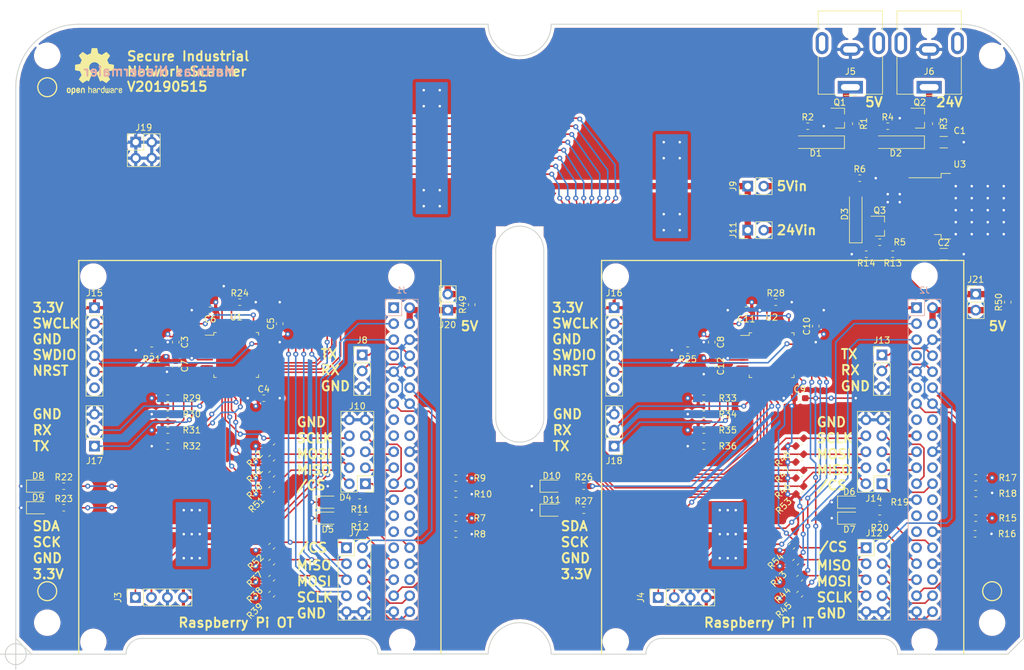
<source format=kicad_pcb>
(kicad_pcb (version 20171130) (host pcbnew 5.1.4+dfsg1-1)
  (layers (0 F.Cu signal) (31 B.Cu signal) (34 B.Paste user) (35 F.Paste user) (36 B.SilkS user) (37 F.SilkS user) (38 B.Mask user) (39 F.Mask user) (44 Edge.Cuts user))
  (net 0 "")
  (net 1 "Net-(J1-Pad1)")
  (net 2 "Net-(J1-Pad3)")
  (net 3 "Net-(J1-Pad5)")
  (net 4 "Net-(J1-Pad7)")
  (net 5 "Net-(J1-Pad8)")
  (net 6 "Net-(J1-Pad10)")
  (net 7 "Net-(J1-Pad11)")
  (net 8 "Net-(J1-Pad12)")
  (net 9 "Net-(J1-Pad13)")
  (net 10 "Net-(J1-Pad15)")
  (net 11 "Net-(J1-Pad16)")
  (net 12 "Net-(J1-Pad17)")
  (net 13 "Net-(J1-Pad18)")
  (net 14 "Net-(J1-Pad19)")
  (net 15 "Net-(J1-Pad21)")
  (net 16 "Net-(J1-Pad22)")
  (net 17 "Net-(J1-Pad23)")
  (net 18 "Net-(J1-Pad24)")
  (net 19 "Net-(J1-Pad26)")
  (net 20 "Net-(J1-Pad27)")
  (net 21 "Net-(J1-Pad28)")
  (net 22 "Net-(J1-Pad29)")
  (net 23 "Net-(J1-Pad31)")
  (net 24 "Net-(J1-Pad32)")
  (net 25 "Net-(J1-Pad33)")
  (net 26 "Net-(J1-Pad35)")
  (net 27 "Net-(J1-Pad36)")
  (net 28 "Net-(J1-Pad37)")
  (net 29 "Net-(J1-Pad38)")
  (net 30 "Net-(J1-Pad40)")
  (net 31 "Net-(J2-Pad37)")
  (net 32 "Net-(J2-Pad36)")
  (net 33 "Net-(J2-Pad33)")
  (net 34 "Net-(J2-Pad32)")
  (net 35 "Net-(J2-Pad31)")
  (net 36 "Net-(J2-Pad29)")
  (net 37 "Net-(J2-Pad28)")
  (net 38 "Net-(J2-Pad27)")
  (net 39 "Net-(J2-Pad26)")
  (net 40 "Net-(J2-Pad22)")
  (net 41 "Net-(J2-Pad18)")
  (net 42 "Net-(J2-Pad16)")
  (net 43 "Net-(J2-Pad15)")
  (net 44 "Net-(J2-Pad13)")
  (net 45 "Net-(J2-Pad11)")
  (net 46 "Net-(J2-Pad7)")
  (net 47 "Net-(J2-Pad5)")
  (net 48 "Net-(J2-Pad3)")
  (net 49 "Net-(U1-Pad2)")
  (net 50 "Net-(U1-Pad3)")
  (net 51 "Net-(U1-Pad4)")
  (net 52 "Net-(U1-Pad5)")
  (net 53 "Net-(U1-Pad6)")
  (net 54 "Net-(U1-Pad20)")
  (net 55 "Net-(U1-Pad21)")
  (net 56 "Net-(U1-Pad22)")
  (net 57 "Net-(U1-Pad29)")
  (net 58 "Net-(U1-Pad30)")
  (net 59 "Net-(U1-Pad31)")
  (net 60 "Net-(U1-Pad32)")
  (net 61 "Net-(U1-Pad33)")
  (net 62 "Net-(U1-Pad38)")
  (net 63 "Net-(U1-Pad39)")
  (net 64 "Net-(U1-Pad40)")
  (net 65 "Net-(U1-Pad41)")
  (net 66 "Net-(U1-Pad42)")
  (net 67 "Net-(U1-Pad43)")
  (net 68 "Net-(U1-Pad45)")
  (net 69 "Net-(U1-Pad46)")
  (net 70 "Net-(U2-Pad2)")
  (net 71 "Net-(U2-Pad3)")
  (net 72 "Net-(U2-Pad4)")
  (net 73 "Net-(U2-Pad5)")
  (net 74 "Net-(U2-Pad6)")
  (net 75 "Net-(U2-Pad20)")
  (net 76 "Net-(U2-Pad21)")
  (net 77 "Net-(U2-Pad22)")
  (net 78 "Net-(U2-Pad29)")
  (net 79 "Net-(U2-Pad30)")
  (net 80 "Net-(U2-Pad31)")
  (net 81 "Net-(U2-Pad32)")
  (net 82 "Net-(U2-Pad33)")
  (net 83 "Net-(U2-Pad38)")
  (net 84 "Net-(U2-Pad39)")
  (net 85 "Net-(U2-Pad40)")
  (net 86 "Net-(U2-Pad41)")
  (net 87 "Net-(U2-Pad42)")
  (net 88 "Net-(U2-Pad43)")
  (net 89 "Net-(U2-Pad45)")
  (net 90 "Net-(U2-Pad46)")
  (net 91 +5V)
  (net 92 GND)
  (net 93 +3V3)
  (net 94 +24V)
  (net 95 "Net-(U3-Pad3)")
  (net 96 "Net-(U3-Pad6)")
  (net 97 "Net-(D1-Pad2)")
  (net 98 "Net-(D2-Pad2)")
  (net 99 "Net-(D3-Pad2)")
  (net 100 "Net-(J5-Pad1)")
  (net 101 "Net-(J6-Pad1)")
  (net 102 "Net-(C2-Pad1)")
  (net 103 "Net-(D1-Pad1)")
  (net 104 "Net-(D3-Pad1)")
  (net 105 "Net-(D4-Pad2)")
  (net 106 "Net-(D5-Pad2)")
  (net 107 "Net-(D6-Pad2)")
  (net 108 "Net-(D7-Pad2)")
  (net 109 "Net-(D8-Pad2)")
  (net 110 "Net-(D9-Pad2)")
  (net 111 "Net-(D10-Pad2)")
  (net 112 "Net-(D11-Pad2)")
  (net 113 "Net-(J12-Pad6)")
  (net 114 "Net-(J12-Pad4)")
  (net 115 "Net-(J12-Pad2)")
  (net 116 "Net-(J14-Pad5)")
  (net 117 "Net-(J14-Pad1)")
  (net 118 "Net-(J14-Pad3)")
  (net 119 "Net-(J13-Pad2)")
  (net 120 "Net-(J13-Pad1)")
  (net 121 RP1-MISO1)
  (net 122 RP1-MOSI1)
  (net 123 RP1-SCLK1)
  (net 124 RP1-MISO0)
  (net 125 RP1-MOSI0)
  (net 126 RP1-SCLK0)
  (net 127 RP2-SCLK1)
  (net 128 RP2-MOSI1)
  (net 129 RP2-MISO1)
  (net 130 RP2-SCLK0)
  (net 131 RP2-MOSI0)
  (net 132 RP2-MISO0)
  (net 133 "Net-(J17-Pad2)")
  (net 134 "Net-(J17-Pad1)")
  (net 135 "Net-(J18-Pad2)")
  (net 136 "Net-(J18-Pad1)")
  (net 137 "Net-(R13-Pad2)")
  (net 138 /Sheet5CCB0C0B/NRST1)
  (net 139 "Net-(R22-Pad2)")
  (net 140 "Net-(R23-Pad2)")
  (net 141 "Net-(R24-Pad1)")
  (net 142 /Sheet5CCB0C0B/NRST2)
  (net 143 "Net-(R26-Pad2)")
  (net 144 "Net-(R27-Pad2)")
  (net 145 "Net-(R28-Pad1)")
  (net 146 /Sheet5CCB0C0B/SWDIO1)
  (net 147 /Sheet5CCB0C0B/SWCLK1)
  (net 148 /Sheet5CCB0C0B/SWDIO2)
  (net 149 /Sheet5CCB0C0B/SWCLK2)
  (net 150 "Net-(R29-Pad2)")
  (net 151 "Net-(R31-Pad2)")
  (net 152 "Net-(R33-Pad2)")
  (net 153 "Net-(R35-Pad2)")
  (net 154 /Sheet5CCB0C0B/SWO1)
  (net 155 /Sheet5CCB0C0B/SWO2)
  (net 156 "Net-(J1-Pad2)")
  (net 157 "Net-(J2-Pad2)")
  (net 158 "Net-(J12-Pad8)")
  (net 159 "Net-(J14-Pad7)")
  (net 160 RP1-CS1)
  (net 161 RP1-CS0)
  (net 162 RP2-CS1)
  (net 163 RP2-CS0)
  (module MountingHole:MountingHole_3.2mm_M3 (layer F.Cu) (at 145.156 90.234)
    (fp_text reference REF** hide)
    (fp_text value MountingHole_3.2mm_M3 hide)
    (pad "" np_thru_hole circle (at 0.094 -0.178) (size 3.2 3.2) (drill 3.2) (layers *.Cu *.Mask))
  )
  (module MountingHole:MountingHole_3.2mm_M3 (layer F.Cu) (at 194.178 148.146)
    (fp_text reference REF** hide)
    (fp_text value MountingHole_3.2mm_M3 hide)
    (pad "" np_thru_hole circle (at 0.094 -0.178) (size 3.2 3.2) (drill 3.2) (layers *.Cu *.Mask))
  )
  (module MountingHole:MountingHole_3.2mm_M3 (layer F.Cu) (at 145.156 148.146)
    (fp_text reference REF** hide)
    (fp_text value MountingHole_3.2mm_M3 hide)
    (pad "" np_thru_hole circle (at 0.094 -0.178) (size 3.2 3.2) (drill 3.2) (layers *.Cu *.Mask))
  )
  (module MountingHole:MountingHole_3.2mm_M3 (layer F.Cu) (at 194.178 90.107)
    (fp_text reference REF** hide)
    (fp_text value MountingHole_3.2mm_M3 hide)
    (pad "" np_thru_hole circle (at 0.094 -0.178) (size 3.2 3.2) (drill 3.2) (layers *.Cu *.Mask))
  )
  (module MountingHole:MountingHole_3.2mm_M3 (layer F.Cu) (at 204.846 55.182)
    (fp_text reference REF** hide)
    (fp_text value MountingHole_3.2mm_M3 hide)
    (pad "" np_thru_hole circle (at 0.154 -0.182) (size 3.2 3.2) (drill 3.2) (layers *.Cu *.Mask))
  )
  (module MountingHole:MountingHole_3.2mm_M3 (layer F.Cu) (at 204.973 145.225)
    (fp_text reference REF** hide)
    (fp_text value MountingHole_3.2mm_M3 hide)
    (pad "" np_thru_hole circle (at 0.027 -0.225) (size 3.2 3.2) (drill 3.2) (layers *.Cu *.Mask))
  )
  (module MountingHole:MountingHole_3.2mm_M3 (layer F.Cu) (at 62.225 90.234)
    (fp_text reference REF** hide)
    (fp_text value MountingHole_3.2mm_M3 hide)
    (pad "" np_thru_hole circle (at 0.094 -0.178) (size 3.2 3.2) (drill 3.2) (layers *.Cu *.Mask))
  )
  (module MountingHole:MountingHole_3.2mm_M3 (layer F.Cu) (at 111.12 90.234)
    (fp_text reference REF** hide)
    (fp_text value MountingHole_3.2mm_M3 hide)
    (pad "" np_thru_hole circle (at 0.094 -0.178) (size 3.2 3.2) (drill 3.2) (layers *.Cu *.Mask))
  )
  (module MountingHole:MountingHole_3.2mm_M3 (layer F.Cu) (at 111.247 148.222)
    (fp_text reference REF** hide)
    (fp_text value MountingHole_3.2mm_M3 hide)
    (pad "" np_thru_hole circle (at 0.094 -0.178) (size 3.2 3.2) (drill 3.2) (layers *.Cu *.Mask))
  )
  (module MountingHole:MountingHole_3.2mm_M3 (layer F.Cu) (at 62.225 148.222)
    (fp_text reference REF** hide)
    (fp_text value MountingHole_3.2mm_M3 hide)
    (pad "" np_thru_hole circle (at 0.094 -0.178) (size 3.2 3.2) (drill 3.2) (layers *.Cu *.Mask))
  )
  (module MountingHole:MountingHole_3.2mm_M3 (layer F.Cu) (at 54.906 145.178)
    (fp_text reference REF** hide)
    (fp_text value MountingHole_3.2mm_M3 hide)
    (pad "" np_thru_hole circle (at 0.094 -0.178) (size 3.2 3.2) (drill 3.2) (layers *.Cu *.Mask))
  )
  (module Fiducial:Fiducial_1mm_Dia_2mm_Outer (layer F.Cu) (at 205 140)
    (fp_text reference REF** hide)
    (fp_text value Fiducial_1mm_Dia_2mm_Outer hide)
    (pad "" smd circle (at 0 0) (size 1 1) (layers F.Cu F.Mask) (clearance 0.5))
  )
  (module Fiducial:Fiducial_1mm_Dia_2mm_Outer (layer F.Cu) (at 55 60)
    (fp_text reference REF** hide)
    (fp_text value Fiducial_1mm_Dia_2mm_Outer hide)
    (pad "" smd circle (at 0 0) (size 1 1) (layers F.Cu F.Mask) (clearance 0.5))
  )
  (module Connector_PinSocket_2.54mm:PinSocket_2x20_P2.54mm_Vertical (layer B.Cu) (at 110 95 180)
    (fp_text reference J1 (at -1.27 2.77 180) (layer B.SilkS) (effects (justify mirror)))
    (fp_text value Raspberry_Pi_2_3 hide)
    (pad 1 thru_hole rect (at 0 0 180) (size 1.7 1.7) (drill 1) (layers *.Cu *.Mask) (net 1 "Net-(J1-Pad1)"))
    (pad 2 thru_hole oval (at -2.54 0 180) (size 1.7 1.7) (drill 1) (layers *.Cu *.Mask) (net 156 "Net-(J1-Pad2)"))
    (pad 3 thru_hole oval (at 0 -2.54 180) (size 1.7 1.7) (drill 1) (layers *.Cu *.Mask) (net 2 "Net-(J1-Pad3)"))
    (pad 4 thru_hole oval (at -2.54 -2.54 180) (size 1.7 1.7) (drill 1) (layers *.Cu *.Mask) (net 156 "Net-(J1-Pad2)"))
    (pad 5 thru_hole oval (at 0 -5.08 180) (size 1.7 1.7) (drill 1) (layers *.Cu *.Mask) (net 3 "Net-(J1-Pad5)"))
    (pad 6 thru_hole oval (at -2.54 -5.08 180) (size 1.7 1.7) (drill 1) (layers *.Cu *.Mask) (net 92 GND))
    (pad 7 thru_hole oval (at 0 -7.62 180) (size 1.7 1.7) (drill 1) (layers *.Cu *.Mask) (net 4 "Net-(J1-Pad7)"))
    (pad 8 thru_hole oval (at -2.54 -7.62 180) (size 1.7 1.7) (drill 1) (layers *.Cu *.Mask) (net 5 "Net-(J1-Pad8)"))
    (pad 9 thru_hole oval (at 0 -10.16 180) (size 1.7 1.7) (drill 1) (layers *.Cu *.Mask) (net 92 GND))
    (pad 10 thru_hole oval (at -2.54 -10.16 180) (size 1.7 1.7) (drill 1) (layers *.Cu *.Mask) (net 6 "Net-(J1-Pad10)"))
    (pad 11 thru_hole oval (at 0 -12.7 180) (size 1.7 1.7) (drill 1) (layers *.Cu *.Mask) (net 7 "Net-(J1-Pad11)"))
    (pad 12 thru_hole oval (at -2.54 -12.7 180) (size 1.7 1.7) (drill 1) (layers *.Cu *.Mask) (net 8 "Net-(J1-Pad12)"))
    (pad 13 thru_hole oval (at 0 -15.24 180) (size 1.7 1.7) (drill 1) (layers *.Cu *.Mask) (net 9 "Net-(J1-Pad13)"))
    (pad 14 thru_hole oval (at -2.54 -15.24 180) (size 1.7 1.7) (drill 1) (layers *.Cu *.Mask) (net 92 GND))
    (pad 15 thru_hole oval (at 0 -17.78 180) (size 1.7 1.7) (drill 1) (layers *.Cu *.Mask) (net 10 "Net-(J1-Pad15)"))
    (pad 16 thru_hole oval (at -2.54 -17.78 180) (size 1.7 1.7) (drill 1) (layers *.Cu *.Mask) (net 11 "Net-(J1-Pad16)"))
    (pad 17 thru_hole oval (at 0 -20.32 180) (size 1.7 1.7) (drill 1) (layers *.Cu *.Mask) (net 12 "Net-(J1-Pad17)"))
    (pad 18 thru_hole oval (at -2.54 -20.32 180) (size 1.7 1.7) (drill 1) (layers *.Cu *.Mask) (net 13 "Net-(J1-Pad18)"))
    (pad 19 thru_hole oval (at 0 -22.86 180) (size 1.7 1.7) (drill 1) (layers *.Cu *.Mask) (net 14 "Net-(J1-Pad19)"))
    (pad 20 thru_hole oval (at -2.54 -22.86 180) (size 1.7 1.7) (drill 1) (layers *.Cu *.Mask) (net 92 GND))
    (pad 21 thru_hole oval (at 0 -25.4 180) (size 1.7 1.7) (drill 1) (layers *.Cu *.Mask) (net 15 "Net-(J1-Pad21)"))
    (pad 22 thru_hole oval (at -2.54 -25.4 180) (size 1.7 1.7) (drill 1) (layers *.Cu *.Mask) (net 16 "Net-(J1-Pad22)"))
    (pad 23 thru_hole oval (at 0 -27.94 180) (size 1.7 1.7) (drill 1) (layers *.Cu *.Mask) (net 17 "Net-(J1-Pad23)"))
    (pad 24 thru_hole oval (at -2.54 -27.94 180) (size 1.7 1.7) (drill 1) (layers *.Cu *.Mask) (net 18 "Net-(J1-Pad24)"))
    (pad 25 thru_hole oval (at 0 -30.48 180) (size 1.7 1.7) (drill 1) (layers *.Cu *.Mask) (net 92 GND))
    (pad 26 thru_hole oval (at -2.54 -30.48 180) (size 1.7 1.7) (drill 1) (layers *.Cu *.Mask) (net 19 "Net-(J1-Pad26)"))
    (pad 27 thru_hole oval (at 0 -33.02 180) (size 1.7 1.7) (drill 1) (layers *.Cu *.Mask) (net 20 "Net-(J1-Pad27)"))
    (pad 28 thru_hole oval (at -2.54 -33.02 180) (size 1.7 1.7) (drill 1) (layers *.Cu *.Mask) (net 21 "Net-(J1-Pad28)"))
    (pad 29 thru_hole oval (at 0 -35.56 180) (size 1.7 1.7) (drill 1) (layers *.Cu *.Mask) (net 22 "Net-(J1-Pad29)"))
    (pad 30 thru_hole oval (at -2.54 -35.56 180) (size 1.7 1.7) (drill 1) (layers *.Cu *.Mask) (net 92 GND))
    (pad 31 thru_hole oval (at 0 -38.1 180) (size 1.7 1.7) (drill 1) (layers *.Cu *.Mask) (net 23 "Net-(J1-Pad31)"))
    (pad 32 thru_hole oval (at -2.54 -38.1 180) (size 1.7 1.7) (drill 1) (layers *.Cu *.Mask) (net 24 "Net-(J1-Pad32)"))
    (pad 33 thru_hole oval (at 0 -40.64 180) (size 1.7 1.7) (drill 1) (layers *.Cu *.Mask) (net 25 "Net-(J1-Pad33)"))
    (pad 34 thru_hole oval (at -2.54 -40.64 180) (size 1.7 1.7) (drill 1) (layers *.Cu *.Mask) (net 92 GND))
    (pad 35 thru_hole oval (at 0 -43.18 180) (size 1.7 1.7) (drill 1) (layers *.Cu *.Mask) (net 26 "Net-(J1-Pad35)"))
    (pad 36 thru_hole oval (at -2.54 -43.18 180) (size 1.7 1.7) (drill 1) (layers *.Cu *.Mask) (net 27 "Net-(J1-Pad36)"))
    (pad 37 thru_hole oval (at 0 -45.72 180) (size 1.7 1.7) (drill 1) (layers *.Cu *.Mask) (net 28 "Net-(J1-Pad37)"))
    (pad 38 thru_hole oval (at -2.54 -45.72 180) (size 1.7 1.7) (drill 1) (layers *.Cu *.Mask) (net 29 "Net-(J1-Pad38)"))
    (pad 39 thru_hole oval (at 0 -48.26 180) (size 1.7 1.7) (drill 1) (layers *.Cu *.Mask) (net 92 GND))
    (pad 40 thru_hole oval (at -2.54 -48.26 180) (size 1.7 1.7) (drill 1) (layers *.Cu *.Mask) (net 30 "Net-(J1-Pad40)"))
  )
  (module Connector_PinSocket_2.54mm:PinSocket_2x20_P2.54mm_Vertical (layer B.Cu) (at 193 95 180)
    (fp_text reference J2 (at -1.27 2.77 180) (layer B.SilkS) (effects (justify mirror)))
    (fp_text value Raspberry_Pi_2_3 hide)
    (pad 40 thru_hole oval (at -2.54 -48.26 180) (size 1.7 1.7) (drill 1) (layers *.Cu *.Mask) (net 158 "Net-(J12-Pad8)"))
    (pad 39 thru_hole oval (at 0 -48.26 180) (size 1.7 1.7) (drill 1) (layers *.Cu *.Mask) (net 92 GND))
    (pad 38 thru_hole oval (at -2.54 -45.72 180) (size 1.7 1.7) (drill 1) (layers *.Cu *.Mask) (net 113 "Net-(J12-Pad6)"))
    (pad 37 thru_hole oval (at 0 -45.72 180) (size 1.7 1.7) (drill 1) (layers *.Cu *.Mask) (net 31 "Net-(J2-Pad37)"))
    (pad 36 thru_hole oval (at -2.54 -43.18 180) (size 1.7 1.7) (drill 1) (layers *.Cu *.Mask) (net 32 "Net-(J2-Pad36)"))
    (pad 35 thru_hole oval (at 0 -43.18 180) (size 1.7 1.7) (drill 1) (layers *.Cu *.Mask) (net 114 "Net-(J12-Pad4)"))
    (pad 34 thru_hole oval (at -2.54 -40.64 180) (size 1.7 1.7) (drill 1) (layers *.Cu *.Mask) (net 92 GND))
    (pad 33 thru_hole oval (at 0 -40.64 180) (size 1.7 1.7) (drill 1) (layers *.Cu *.Mask) (net 33 "Net-(J2-Pad33)"))
    (pad 32 thru_hole oval (at -2.54 -38.1 180) (size 1.7 1.7) (drill 1) (layers *.Cu *.Mask) (net 34 "Net-(J2-Pad32)"))
    (pad 31 thru_hole oval (at 0 -38.1 180) (size 1.7 1.7) (drill 1) (layers *.Cu *.Mask) (net 35 "Net-(J2-Pad31)"))
    (pad 30 thru_hole oval (at -2.54 -35.56 180) (size 1.7 1.7) (drill 1) (layers *.Cu *.Mask) (net 92 GND))
    (pad 29 thru_hole oval (at 0 -35.56 180) (size 1.7 1.7) (drill 1) (layers *.Cu *.Mask) (net 36 "Net-(J2-Pad29)"))
    (pad 28 thru_hole oval (at -2.54 -33.02 180) (size 1.7 1.7) (drill 1) (layers *.Cu *.Mask) (net 37 "Net-(J2-Pad28)"))
    (pad 27 thru_hole oval (at 0 -33.02 180) (size 1.7 1.7) (drill 1) (layers *.Cu *.Mask) (net 38 "Net-(J2-Pad27)"))
    (pad 26 thru_hole oval (at -2.54 -30.48 180) (size 1.7 1.7) (drill 1) (layers *.Cu *.Mask) (net 39 "Net-(J2-Pad26)"))
    (pad 25 thru_hole oval (at 0 -30.48 180) (size 1.7 1.7) (drill 1) (layers *.Cu *.Mask) (net 92 GND))
    (pad 24 thru_hole oval (at -2.54 -27.94 180) (size 1.7 1.7) (drill 1) (layers *.Cu *.Mask) (net 117 "Net-(J14-Pad1)"))
    (pad 23 thru_hole oval (at 0 -27.94 180) (size 1.7 1.7) (drill 1) (layers *.Cu *.Mask) (net 159 "Net-(J14-Pad7)"))
    (pad 22 thru_hole oval (at -2.54 -25.4 180) (size 1.7 1.7) (drill 1) (layers *.Cu *.Mask) (net 40 "Net-(J2-Pad22)"))
    (pad 21 thru_hole oval (at 0 -25.4 180) (size 1.7 1.7) (drill 1) (layers *.Cu *.Mask) (net 118 "Net-(J14-Pad3)"))
    (pad 20 thru_hole oval (at -2.54 -22.86 180) (size 1.7 1.7) (drill 1) (layers *.Cu *.Mask) (net 92 GND))
    (pad 19 thru_hole oval (at 0 -22.86 180) (size 1.7 1.7) (drill 1) (layers *.Cu *.Mask) (net 116 "Net-(J14-Pad5)"))
    (pad 18 thru_hole oval (at -2.54 -20.32 180) (size 1.7 1.7) (drill 1) (layers *.Cu *.Mask) (net 41 "Net-(J2-Pad18)"))
    (pad 17 thru_hole oval (at 0 -20.32 180) (size 1.7 1.7) (drill 1) (layers *.Cu *.Mask) (net 93 +3V3))
    (pad 16 thru_hole oval (at -2.54 -17.78 180) (size 1.7 1.7) (drill 1) (layers *.Cu *.Mask) (net 42 "Net-(J2-Pad16)"))
    (pad 15 thru_hole oval (at 0 -17.78 180) (size 1.7 1.7) (drill 1) (layers *.Cu *.Mask) (net 43 "Net-(J2-Pad15)"))
    (pad 14 thru_hole oval (at -2.54 -15.24 180) (size 1.7 1.7) (drill 1) (layers *.Cu *.Mask) (net 92 GND))
    (pad 13 thru_hole oval (at 0 -15.24 180) (size 1.7 1.7) (drill 1) (layers *.Cu *.Mask) (net 44 "Net-(J2-Pad13)"))
    (pad 12 thru_hole oval (at -2.54 -12.7 180) (size 1.7 1.7) (drill 1) (layers *.Cu *.Mask) (net 115 "Net-(J12-Pad2)"))
    (pad 11 thru_hole oval (at 0 -12.7 180) (size 1.7 1.7) (drill 1) (layers *.Cu *.Mask) (net 45 "Net-(J2-Pad11)"))
    (pad 10 thru_hole oval (at -2.54 -10.16 180) (size 1.7 1.7) (drill 1) (layers *.Cu *.Mask) (net 119 "Net-(J13-Pad2)"))
    (pad 9 thru_hole oval (at 0 -10.16 180) (size 1.7 1.7) (drill 1) (layers *.Cu *.Mask) (net 92 GND))
    (pad 8 thru_hole oval (at -2.54 -7.62 180) (size 1.7 1.7) (drill 1) (layers *.Cu *.Mask) (net 120 "Net-(J13-Pad1)"))
    (pad 7 thru_hole oval (at 0 -7.62 180) (size 1.7 1.7) (drill 1) (layers *.Cu *.Mask) (net 46 "Net-(J2-Pad7)"))
    (pad 6 thru_hole oval (at -2.54 -5.08 180) (size 1.7 1.7) (drill 1) (layers *.Cu *.Mask) (net 92 GND))
    (pad 5 thru_hole oval (at 0 -5.08 180) (size 1.7 1.7) (drill 1) (layers *.Cu *.Mask) (net 47 "Net-(J2-Pad5)"))
    (pad 4 thru_hole oval (at -2.54 -2.54 180) (size 1.7 1.7) (drill 1) (layers *.Cu *.Mask) (net 157 "Net-(J2-Pad2)"))
    (pad 3 thru_hole oval (at 0 -2.54 180) (size 1.7 1.7) (drill 1) (layers *.Cu *.Mask) (net 48 "Net-(J2-Pad3)"))
    (pad 2 thru_hole oval (at -2.54 0 180) (size 1.7 1.7) (drill 1) (layers *.Cu *.Mask) (net 157 "Net-(J2-Pad2)"))
    (pad 1 thru_hole rect (at 0 0 180) (size 1.7 1.7) (drill 1) (layers *.Cu *.Mask) (net 93 +3V3))
  )
  (module Package_QFP:LQFP-48_7x7mm_P0.5mm (layer F.Cu) (at 85 102.5)
    (fp_text reference U1 (at 0 -6) (layer F.SilkS))
    (fp_text value STM32F030CCTx hide)
    (pad 1 smd rect (at -4.35 -2.75) (size 1.3 0.25) (layers F.Cu F.Paste F.Mask) (net 93 +3V3))
    (pad 2 smd rect (at -4.35 -2.25) (size 1.3 0.25) (layers F.Cu F.Paste F.Mask) (net 49 "Net-(U1-Pad2)"))
    (pad 3 smd rect (at -4.35 -1.75) (size 1.3 0.25) (layers F.Cu F.Paste F.Mask) (net 50 "Net-(U1-Pad3)"))
    (pad 4 smd rect (at -4.35 -1.25) (size 1.3 0.25) (layers F.Cu F.Paste F.Mask) (net 51 "Net-(U1-Pad4)"))
    (pad 5 smd rect (at -4.35 -0.75) (size 1.3 0.25) (layers F.Cu F.Paste F.Mask) (net 52 "Net-(U1-Pad5)"))
    (pad 6 smd rect (at -4.35 -0.25) (size 1.3 0.25) (layers F.Cu F.Paste F.Mask) (net 53 "Net-(U1-Pad6)"))
    (pad 7 smd rect (at -4.35 0.25) (size 1.3 0.25) (layers F.Cu F.Paste F.Mask) (net 138 /Sheet5CCB0C0B/NRST1))
    (pad 8 smd rect (at -4.35 0.75) (size 1.3 0.25) (layers F.Cu F.Paste F.Mask) (net 92 GND))
    (pad 9 smd rect (at -4.35 1.25) (size 1.3 0.25) (layers F.Cu F.Paste F.Mask) (net 93 +3V3))
    (pad 10 smd rect (at -4.35 1.75) (size 1.3 0.25) (layers F.Cu F.Paste F.Mask) (net 150 "Net-(R29-Pad2)"))
    (pad 11 smd rect (at -4.35 2.25) (size 1.3 0.25) (layers F.Cu F.Paste F.Mask) (net 151 "Net-(R31-Pad2)"))
    (pad 12 smd rect (at -4.35 2.75) (size 1.3 0.25) (layers F.Cu F.Paste F.Mask) (net 134 "Net-(J17-Pad1)"))
    (pad 13 smd rect (at -2.75 4.35 90) (size 1.3 0.25) (layers F.Cu F.Paste F.Mask) (net 133 "Net-(J17-Pad2)"))
    (pad 14 smd rect (at -2.25 4.35 90) (size 1.3 0.25) (layers F.Cu F.Paste F.Mask) (net 161 RP1-CS0))
    (pad 15 smd rect (at -1.75 4.35 90) (size 1.3 0.25) (layers F.Cu F.Paste F.Mask) (net 126 RP1-SCLK0))
    (pad 16 smd rect (at -1.25 4.35 90) (size 1.3 0.25) (layers F.Cu F.Paste F.Mask) (net 124 RP1-MISO0))
    (pad 17 smd rect (at -0.75 4.35 90) (size 1.3 0.25) (layers F.Cu F.Paste F.Mask) (net 125 RP1-MOSI0))
    (pad 18 smd rect (at -0.25 4.35 90) (size 1.3 0.25) (layers F.Cu F.Paste F.Mask) (net 139 "Net-(R22-Pad2)"))
    (pad 19 smd rect (at 0.25 4.35 90) (size 1.3 0.25) (layers F.Cu F.Paste F.Mask) (net 140 "Net-(R23-Pad2)"))
    (pad 20 smd rect (at 0.75 4.35 90) (size 1.3 0.25) (layers F.Cu F.Paste F.Mask) (net 54 "Net-(U1-Pad20)"))
    (pad 21 smd rect (at 1.25 4.35 90) (size 1.3 0.25) (layers F.Cu F.Paste F.Mask) (net 55 "Net-(U1-Pad21)"))
    (pad 22 smd rect (at 1.75 4.35 90) (size 1.3 0.25) (layers F.Cu F.Paste F.Mask) (net 56 "Net-(U1-Pad22)"))
    (pad 23 smd rect (at 2.25 4.35 90) (size 1.3 0.25) (layers F.Cu F.Paste F.Mask) (net 92 GND))
    (pad 24 smd rect (at 2.75 4.35 90) (size 1.3 0.25) (layers F.Cu F.Paste F.Mask) (net 93 +3V3))
    (pad 25 smd rect (at 4.35 2.75) (size 1.3 0.25) (layers F.Cu F.Paste F.Mask) (net 163 RP2-CS0))
    (pad 26 smd rect (at 4.35 2.25) (size 1.3 0.25) (layers F.Cu F.Paste F.Mask) (net 130 RP2-SCLK0))
    (pad 27 smd rect (at 4.35 1.75) (size 1.3 0.25) (layers F.Cu F.Paste F.Mask) (net 132 RP2-MISO0))
    (pad 28 smd rect (at 4.35 1.25) (size 1.3 0.25) (layers F.Cu F.Paste F.Mask) (net 131 RP2-MOSI0))
    (pad 29 smd rect (at 4.35 0.75) (size 1.3 0.25) (layers F.Cu F.Paste F.Mask) (net 57 "Net-(U1-Pad29)"))
    (pad 30 smd rect (at 4.35 0.25) (size 1.3 0.25) (layers F.Cu F.Paste F.Mask) (net 58 "Net-(U1-Pad30)"))
    (pad 31 smd rect (at 4.35 -0.25) (size 1.3 0.25) (layers F.Cu F.Paste F.Mask) (net 59 "Net-(U1-Pad31)"))
    (pad 32 smd rect (at 4.35 -0.75) (size 1.3 0.25) (layers F.Cu F.Paste F.Mask) (net 60 "Net-(U1-Pad32)"))
    (pad 33 smd rect (at 4.35 -1.25) (size 1.3 0.25) (layers F.Cu F.Paste F.Mask) (net 61 "Net-(U1-Pad33)"))
    (pad 34 smd rect (at 4.35 -1.75) (size 1.3 0.25) (layers F.Cu F.Paste F.Mask) (net 146 /Sheet5CCB0C0B/SWDIO1))
    (pad 35 smd rect (at 4.35 -2.25) (size 1.3 0.25) (layers F.Cu F.Paste F.Mask) (net 92 GND))
    (pad 36 smd rect (at 4.35 -2.75) (size 1.3 0.25) (layers F.Cu F.Paste F.Mask) (net 93 +3V3))
    (pad 37 smd rect (at 2.75 -4.35 90) (size 1.3 0.25) (layers F.Cu F.Paste F.Mask) (net 147 /Sheet5CCB0C0B/SWCLK1))
    (pad 38 smd rect (at 2.25 -4.35 90) (size 1.3 0.25) (layers F.Cu F.Paste F.Mask) (net 62 "Net-(U1-Pad38)"))
    (pad 39 smd rect (at 1.75 -4.35 90) (size 1.3 0.25) (layers F.Cu F.Paste F.Mask) (net 63 "Net-(U1-Pad39)"))
    (pad 40 smd rect (at 1.25 -4.35 90) (size 1.3 0.25) (layers F.Cu F.Paste F.Mask) (net 64 "Net-(U1-Pad40)"))
    (pad 41 smd rect (at 0.75 -4.35 90) (size 1.3 0.25) (layers F.Cu F.Paste F.Mask) (net 65 "Net-(U1-Pad41)"))
    (pad 42 smd rect (at 0.25 -4.35 90) (size 1.3 0.25) (layers F.Cu F.Paste F.Mask) (net 66 "Net-(U1-Pad42)"))
    (pad 43 smd rect (at -0.25 -4.35 90) (size 1.3 0.25) (layers F.Cu F.Paste F.Mask) (net 67 "Net-(U1-Pad43)"))
    (pad 44 smd rect (at -0.75 -4.35 90) (size 1.3 0.25) (layers F.Cu F.Paste F.Mask) (net 141 "Net-(R24-Pad1)"))
    (pad 45 smd rect (at -1.25 -4.35 90) (size 1.3 0.25) (layers F.Cu F.Paste F.Mask) (net 68 "Net-(U1-Pad45)"))
    (pad 46 smd rect (at -1.75 -4.35 90) (size 1.3 0.25) (layers F.Cu F.Paste F.Mask) (net 69 "Net-(U1-Pad46)"))
    (pad 47 smd rect (at -2.25 -4.35 90) (size 1.3 0.25) (layers F.Cu F.Paste F.Mask) (net 92 GND))
    (pad 48 smd rect (at -2.75 -4.35 90) (size 1.3 0.25) (layers F.Cu F.Paste F.Mask) (net 93 +3V3))
  )
  (module Symbol:OSHW-Logo2_9.8x8mm_SilkScreen (layer F.Cu) (at 62.5 57.5)
    (fp_text reference "#LOGO1" hide)
    (fp_text value OSHW-Logo2_9.8x8mm_SilkScreen hide)
  )
  (module Package_QFP:LQFP-48_7x7mm_P0.5mm (layer F.Cu) (at 170 102.54)
    (fp_text reference U2 (at 0 -6) (layer F.SilkS))
    (fp_text value STM32F030CCTx hide)
    (pad 1 smd rect (at -4.35 -2.75) (size 1.3 0.25) (layers F.Cu F.Paste F.Mask) (net 93 +3V3))
    (pad 2 smd rect (at -4.35 -2.25) (size 1.3 0.25) (layers F.Cu F.Paste F.Mask) (net 70 "Net-(U2-Pad2)"))
    (pad 3 smd rect (at -4.35 -1.75) (size 1.3 0.25) (layers F.Cu F.Paste F.Mask) (net 71 "Net-(U2-Pad3)"))
    (pad 4 smd rect (at -4.35 -1.25) (size 1.3 0.25) (layers F.Cu F.Paste F.Mask) (net 72 "Net-(U2-Pad4)"))
    (pad 5 smd rect (at -4.35 -0.75) (size 1.3 0.25) (layers F.Cu F.Paste F.Mask) (net 73 "Net-(U2-Pad5)"))
    (pad 6 smd rect (at -4.35 -0.25) (size 1.3 0.25) (layers F.Cu F.Paste F.Mask) (net 74 "Net-(U2-Pad6)"))
    (pad 7 smd rect (at -4.35 0.25) (size 1.3 0.25) (layers F.Cu F.Paste F.Mask) (net 142 /Sheet5CCB0C0B/NRST2))
    (pad 8 smd rect (at -4.35 0.75) (size 1.3 0.25) (layers F.Cu F.Paste F.Mask) (net 92 GND))
    (pad 9 smd rect (at -4.35 1.25) (size 1.3 0.25) (layers F.Cu F.Paste F.Mask) (net 93 +3V3))
    (pad 10 smd rect (at -4.35 1.75) (size 1.3 0.25) (layers F.Cu F.Paste F.Mask) (net 152 "Net-(R33-Pad2)"))
    (pad 11 smd rect (at -4.35 2.25) (size 1.3 0.25) (layers F.Cu F.Paste F.Mask) (net 153 "Net-(R35-Pad2)"))
    (pad 12 smd rect (at -4.35 2.75) (size 1.3 0.25) (layers F.Cu F.Paste F.Mask) (net 136 "Net-(J18-Pad1)"))
    (pad 13 smd rect (at -2.75 4.35 90) (size 1.3 0.25) (layers F.Cu F.Paste F.Mask) (net 135 "Net-(J18-Pad2)"))
    (pad 14 smd rect (at -2.25 4.35 90) (size 1.3 0.25) (layers F.Cu F.Paste F.Mask) (net 160 RP1-CS1))
    (pad 15 smd rect (at -1.75 4.35 90) (size 1.3 0.25) (layers F.Cu F.Paste F.Mask) (net 123 RP1-SCLK1))
    (pad 16 smd rect (at -1.25 4.35 90) (size 1.3 0.25) (layers F.Cu F.Paste F.Mask) (net 121 RP1-MISO1))
    (pad 17 smd rect (at -0.75 4.35 90) (size 1.3 0.25) (layers F.Cu F.Paste F.Mask) (net 122 RP1-MOSI1))
    (pad 18 smd rect (at -0.25 4.35 90) (size 1.3 0.25) (layers F.Cu F.Paste F.Mask) (net 143 "Net-(R26-Pad2)"))
    (pad 19 smd rect (at 0.25 4.35 90) (size 1.3 0.25) (layers F.Cu F.Paste F.Mask) (net 144 "Net-(R27-Pad2)"))
    (pad 20 smd rect (at 0.75 4.35 90) (size 1.3 0.25) (layers F.Cu F.Paste F.Mask) (net 75 "Net-(U2-Pad20)"))
    (pad 21 smd rect (at 1.25 4.35 90) (size 1.3 0.25) (layers F.Cu F.Paste F.Mask) (net 76 "Net-(U2-Pad21)"))
    (pad 22 smd rect (at 1.75 4.35 90) (size 1.3 0.25) (layers F.Cu F.Paste F.Mask) (net 77 "Net-(U2-Pad22)"))
    (pad 23 smd rect (at 2.25 4.35 90) (size 1.3 0.25) (layers F.Cu F.Paste F.Mask) (net 92 GND))
    (pad 24 smd rect (at 2.75 4.35 90) (size 1.3 0.25) (layers F.Cu F.Paste F.Mask) (net 93 +3V3))
    (pad 25 smd rect (at 4.35 2.75) (size 1.3 0.25) (layers F.Cu F.Paste F.Mask) (net 162 RP2-CS1))
    (pad 26 smd rect (at 4.35 2.25) (size 1.3 0.25) (layers F.Cu F.Paste F.Mask) (net 127 RP2-SCLK1))
    (pad 27 smd rect (at 4.35 1.75) (size 1.3 0.25) (layers F.Cu F.Paste F.Mask) (net 129 RP2-MISO1))
    (pad 28 smd rect (at 4.35 1.25) (size 1.3 0.25) (layers F.Cu F.Paste F.Mask) (net 128 RP2-MOSI1))
    (pad 29 smd rect (at 4.35 0.75) (size 1.3 0.25) (layers F.Cu F.Paste F.Mask) (net 78 "Net-(U2-Pad29)"))
    (pad 30 smd rect (at 4.35 0.25) (size 1.3 0.25) (layers F.Cu F.Paste F.Mask) (net 79 "Net-(U2-Pad30)"))
    (pad 31 smd rect (at 4.35 -0.25) (size 1.3 0.25) (layers F.Cu F.Paste F.Mask) (net 80 "Net-(U2-Pad31)"))
    (pad 32 smd rect (at 4.35 -0.75) (size 1.3 0.25) (layers F.Cu F.Paste F.Mask) (net 81 "Net-(U2-Pad32)"))
    (pad 33 smd rect (at 4.35 -1.25) (size 1.3 0.25) (layers F.Cu F.Paste F.Mask) (net 82 "Net-(U2-Pad33)"))
    (pad 34 smd rect (at 4.35 -1.75) (size 1.3 0.25) (layers F.Cu F.Paste F.Mask) (net 148 /Sheet5CCB0C0B/SWDIO2))
    (pad 35 smd rect (at 4.35 -2.25) (size 1.3 0.25) (layers F.Cu F.Paste F.Mask) (net 92 GND))
    (pad 36 smd rect (at 4.35 -2.75) (size 1.3 0.25) (layers F.Cu F.Paste F.Mask) (net 93 +3V3))
    (pad 37 smd rect (at 2.75 -4.35 90) (size 1.3 0.25) (layers F.Cu F.Paste F.Mask) (net 149 /Sheet5CCB0C0B/SWCLK2))
    (pad 38 smd rect (at 2.25 -4.35 90) (size 1.3 0.25) (layers F.Cu F.Paste F.Mask) (net 83 "Net-(U2-Pad38)"))
    (pad 39 smd rect (at 1.75 -4.35 90) (size 1.3 0.25) (layers F.Cu F.Paste F.Mask) (net 84 "Net-(U2-Pad39)"))
    (pad 40 smd rect (at 1.25 -4.35 90) (size 1.3 0.25) (layers F.Cu F.Paste F.Mask) (net 85 "Net-(U2-Pad40)"))
    (pad 41 smd rect (at 0.75 -4.35 90) (size 1.3 0.25) (layers F.Cu F.Paste F.Mask) (net 86 "Net-(U2-Pad41)"))
    (pad 42 smd rect (at 0.25 -4.35 90) (size 1.3 0.25) (layers F.Cu F.Paste F.Mask) (net 87 "Net-(U2-Pad42)"))
    (pad 43 smd rect (at -0.25 -4.35 90) (size 1.3 0.25) (layers F.Cu F.Paste F.Mask) (net 88 "Net-(U2-Pad43)"))
    (pad 44 smd rect (at -0.75 -4.35 90) (size 1.3 0.25) (layers F.Cu F.Paste F.Mask) (net 145 "Net-(R28-Pad1)"))
    (pad 45 smd rect (at -1.25 -4.35 90) (size 1.3 0.25) (layers F.Cu F.Paste F.Mask) (net 89 "Net-(U2-Pad45)"))
    (pad 46 smd rect (at -1.75 -4.35 90) (size 1.3 0.25) (layers F.Cu F.Paste F.Mask) (net 90 "Net-(U2-Pad46)"))
    (pad 47 smd rect (at -2.25 -4.35 90) (size 1.3 0.25) (layers F.Cu F.Paste F.Mask) (net 92 GND))
    (pad 48 smd rect (at -2.75 -4.35 90) (size 1.3 0.25) (layers F.Cu F.Paste F.Mask) (net 93 +3V3))
  )
  (module Connector_PinSocket_2.54mm:PinSocket_1x04_P2.54mm_Vertical (layer F.Cu) (at 69 141 90)
    (fp_text reference J3 (at 0 -2.77 90) (layer F.SilkS))
    (fp_text value Conn_01x04_Female hide)
    (pad 1 thru_hole rect (at 0 0 90) (size 1.7 1.7) (drill 1) (layers *.Cu *.Mask) (net 2 "Net-(J1-Pad3)"))
    (pad 2 thru_hole oval (at 0 2.54 90) (size 1.7 1.7) (drill 1) (layers *.Cu *.Mask) (net 3 "Net-(J1-Pad5)"))
    (pad 3 thru_hole oval (at 0 5.08 90) (size 1.7 1.7) (drill 1) (layers *.Cu *.Mask) (net 92 GND))
    (pad 4 thru_hole oval (at 0 7.62 90) (size 1.7 1.7) (drill 1) (layers *.Cu *.Mask) (net 93 +3V3))
  )
  (module Connector_PinSocket_2.54mm:PinSocket_1x04_P2.54mm_Vertical (layer F.Cu) (at 152 141 90)
    (fp_text reference J4 (at 0 -2.77 90) (layer F.SilkS))
    (fp_text value Conn_01x04_Female hide)
    (pad 4 thru_hole oval (at 0 7.62 90) (size 1.7 1.7) (drill 1) (layers *.Cu *.Mask) (net 93 +3V3))
    (pad 3 thru_hole oval (at 0 5.08 90) (size 1.7 1.7) (drill 1) (layers *.Cu *.Mask) (net 92 GND))
    (pad 2 thru_hole oval (at 0 2.54 90) (size 1.7 1.7) (drill 1) (layers *.Cu *.Mask) (net 47 "Net-(J2-Pad5)"))
    (pad 1 thru_hole rect (at 0 0 90) (size 1.7 1.7) (drill 1) (layers *.Cu *.Mask) (net 48 "Net-(J2-Pad3)"))
  )
  (module Connector_BarrelJack:BarrelJack_CUI_PJ-063AH_Horizontal (layer F.Cu) (at 182.5 60 180)
    (fp_text reference J5 (at 0 2.5 180) (layer F.SilkS))
    (fp_text value Jack-DC)
    (pad 1 thru_hole rect (at 0 0 180) (size 4 2) (drill oval 3 1) (layers *.Cu *.Mask) (net 100 "Net-(J5-Pad1)"))
    (pad 2 thru_hole oval (at 0 6 180) (size 3.3 2) (drill oval 2.3 1) (layers *.Cu *.Mask) (net 92 GND))
    (pad MP thru_hole oval (at -4.5 7 180) (size 2 3.5) (drill oval 1 2.5) (layers *.Cu *.Mask))
    (pad MP thru_hole oval (at 4.5 7 180) (size 2 3.5) (drill oval 1 2.5) (layers *.Cu *.Mask))
    (pad "" np_thru_hole circle (at 0 9 180) (size 1.6 1.6) (drill 1.6) (layers *.Cu *.Mask))
  )
  (module Connector_BarrelJack:BarrelJack_CUI_PJ-063AH_Horizontal (layer F.Cu) (at 195 60 180)
    (fp_text reference J6 (at 0 2.5 180) (layer F.SilkS))
    (fp_text value Jack-DC)
    (pad "" np_thru_hole circle (at 0 9 180) (size 1.6 1.6) (drill 1.6) (layers *.Cu *.Mask))
    (pad MP thru_hole oval (at 4.5 7 180) (size 2 3.5) (drill oval 1 2.5) (layers *.Cu *.Mask))
    (pad MP thru_hole oval (at -4.5 7 180) (size 2 3.5) (drill oval 1 2.5) (layers *.Cu *.Mask))
    (pad 2 thru_hole oval (at 0 6 180) (size 3.3 2) (drill oval 2.3 1) (layers *.Cu *.Mask) (net 92 GND))
    (pad 1 thru_hole rect (at 0 0 180) (size 4 2) (drill oval 3 1) (layers *.Cu *.Mask) (net 101 "Net-(J6-Pad1)"))
  )
  (module Package_TO_SOT_SMD:TO-263-7_TabPin4 (layer F.Cu) (at 199.86 78.88)
    (fp_text reference U3 (at 0 -6.65) (layer F.SilkS))
    (fp_text value LMZ23605 hide)
    (pad 1 smd rect (at -5.775 -3.81) (size 4.6 0.8) (layers F.Cu F.Paste F.Mask) (net 94 +24V))
    (pad 2 smd rect (at -5.775 -2.54) (size 4.6 0.8) (layers F.Cu F.Paste F.Mask) (net 92 GND))
    (pad 3 smd rect (at -5.775 -1.27) (size 4.6 0.8) (layers F.Cu F.Paste F.Mask) (net 95 "Net-(U3-Pad3)"))
    (pad 4 smd rect (at -5.775 0) (size 4.6 0.8) (layers F.Cu F.Paste F.Mask) (net 92 GND))
    (pad 5 smd rect (at -5.775 1.27) (size 4.6 0.8) (layers F.Cu F.Paste F.Mask) (net 137 "Net-(R13-Pad2)"))
    (pad 6 smd rect (at -5.775 2.54) (size 4.6 0.8) (layers F.Cu F.Paste F.Mask) (net 96 "Net-(U3-Pad6)"))
    (pad 7 smd rect (at -5.775 3.81) (size 4.6 0.8) (layers F.Cu F.Paste F.Mask) (net 102 "Net-(C2-Pad1)"))
    (pad 4 smd rect (at 3.375 0) (size 9.4 10.8) (layers F.Cu F.Mask) (net 92 GND))
  )
  (module Diode_SMD:D_MiniMELF_Handsoldering (layer F.Cu) (at 177 68.72 180)
    (fp_text reference D1 (at 0 -1.75 180) (layer F.SilkS))
    (fp_text value ZPDxx hide)
    (pad 1 smd rect (at -2.75 0 180) (size 3.3 1.7) (layers F.Cu F.Paste F.Mask) (net 103 "Net-(D1-Pad1)"))
    (pad 2 smd rect (at 2.75 0 180) (size 3.3 1.7) (layers F.Cu F.Paste F.Mask) (net 97 "Net-(D1-Pad2)"))
  )
  (module Diode_SMD:D_MiniMELF_Handsoldering (layer F.Cu) (at 189.7 68.72 180)
    (fp_text reference D2 (at 0 -1.75 180) (layer F.SilkS))
    (fp_text value ZPD15 hide)
    (pad 2 smd rect (at 2.75 0 180) (size 3.3 1.7) (layers F.Cu F.Paste F.Mask) (net 98 "Net-(D2-Pad2)"))
    (pad 1 smd rect (at -2.75 0 180) (size 3.3 1.7) (layers F.Cu F.Paste F.Mask) (net 94 +24V))
  )
  (module Diode_SMD:D_MiniMELF_Handsoldering (layer F.Cu) (at 183.35 80.15 90)
    (fp_text reference D3 (at 0 -1.75 90) (layer F.SilkS))
    (fp_text value ZPD15 hide)
    (pad 1 smd rect (at -2.75 0 90) (size 3.3 1.7) (layers F.Cu F.Paste F.Mask) (net 104 "Net-(D3-Pad1)"))
    (pad 2 smd rect (at 2.75 0 90) (size 3.3 1.7) (layers F.Cu F.Paste F.Mask) (net 99 "Net-(D3-Pad2)"))
  )
  (module Package_TO_SOT_SMD:SOT-23 (layer F.Cu) (at 180.81 64.91)
    (fp_text reference Q1 (at 0 -2.5) (layer F.SilkS))
    (fp_text value BSS84 hide)
    (pad 1 smd rect (at -1 -0.95) (size 0.9 0.8) (layers F.Cu F.Paste F.Mask) (net 97 "Net-(D1-Pad2)"))
    (pad 2 smd rect (at -1 0.95) (size 0.9 0.8) (layers F.Cu F.Paste F.Mask) (net 103 "Net-(D1-Pad1)"))
    (pad 3 smd rect (at 1 0) (size 0.9 0.8) (layers F.Cu F.Paste F.Mask) (net 100 "Net-(J5-Pad1)"))
  )
  (module Package_TO_SOT_SMD:SOT-23 (layer F.Cu) (at 193.51 64.91)
    (fp_text reference Q2 (at 0 -2.5) (layer F.SilkS))
    (fp_text value BSS84 hide)
    (pad 1 smd rect (at -1 -0.95) (size 0.9 0.8) (layers F.Cu F.Paste F.Mask) (net 98 "Net-(D2-Pad2)"))
    (pad 2 smd rect (at -1 0.95) (size 0.9 0.8) (layers F.Cu F.Paste F.Mask) (net 94 +24V))
    (pad 3 smd rect (at 1 0) (size 0.9 0.8) (layers F.Cu F.Paste F.Mask) (net 101 "Net-(J6-Pad1)"))
  )
  (module Package_TO_SOT_SMD:SOT-23 (layer F.Cu) (at 187.16 82.055)
    (fp_text reference Q3 (at 0 -2.5) (layer F.SilkS))
    (fp_text value BSS84 hide)
    (pad 3 smd rect (at 1 0) (size 0.9 0.8) (layers F.Cu F.Paste F.Mask) (net 102 "Net-(C2-Pad1)"))
    (pad 2 smd rect (at -1 0.95) (size 0.9 0.8) (layers F.Cu F.Paste F.Mask) (net 104 "Net-(D3-Pad1)"))
    (pad 1 smd rect (at -1 -0.95) (size 0.9 0.8) (layers F.Cu F.Paste F.Mask) (net 99 "Net-(D3-Pad2)"))
  )
  (module Resistor_SMD:R_0603_1608Metric_Pad1.05x0.95mm_HandSolder (layer F.Cu) (at 183.35 65.785 90)
    (fp_text reference R1 (at 0 1.27 90) (layer F.SilkS))
    (fp_text value 0R hide)
    (pad 2 smd roundrect (at 0.875 0 90) (size 1.05 0.95) (layers F.Cu F.Paste F.Mask) (net 100 "Net-(J5-Pad1)"))
    (pad 1 smd roundrect (at -0.875 0 90) (size 1.05 0.95) (layers F.Cu F.Paste F.Mask) (net 103 "Net-(D1-Pad1)"))
  )
  (module Resistor_SMD:R_0603_1608Metric_Pad1.05x0.95mm_HandSolder (layer F.Cu) (at 175.73 66.18)
    (fp_text reference R2 (at 0 -1.43) (layer F.SilkS))
    (fp_text value 100kR hide)
    (pad 2 smd roundrect (at 0.875 0) (size 1.05 0.95) (layers F.Cu F.Paste F.Mask) (net 92 GND))
    (pad 1 smd roundrect (at -0.875 0) (size 1.05 0.95) (layers F.Cu F.Paste F.Mask) (net 97 "Net-(D1-Pad2)"))
  )
  (module Resistor_SMD:R_0603_1608Metric_Pad1.05x0.95mm_HandSolder (layer F.Cu) (at 196.05 65.785 90)
    (fp_text reference R3 (at 0 1.27 90) (layer F.SilkS))
    (fp_text value 0R hide)
    (pad 1 smd roundrect (at -0.875 0 90) (size 1.05 0.95) (layers F.Cu F.Paste F.Mask) (net 94 +24V))
    (pad 2 smd roundrect (at 0.875 0 90) (size 1.05 0.95) (layers F.Cu F.Paste F.Mask) (net 101 "Net-(J6-Pad1)"))
  )
  (module Resistor_SMD:R_0603_1608Metric_Pad1.05x0.95mm_HandSolder (layer F.Cu) (at 188.43 66.18)
    (fp_text reference R4 (at 0 -1.43) (layer F.SilkS))
    (fp_text value 100kR hide)
    (pad 1 smd roundrect (at -0.875 0) (size 1.05 0.95) (layers F.Cu F.Paste F.Mask) (net 98 "Net-(D2-Pad2)"))
    (pad 2 smd roundrect (at 0.875 0) (size 1.05 0.95) (layers F.Cu F.Paste F.Mask) (net 92 GND))
  )
  (module Resistor_SMD:R_0603_1608Metric_Pad1.05x0.95mm_HandSolder (layer F.Cu) (at 187.16 84.595)
    (fp_text reference R5 (at 3.175 0) (layer F.SilkS))
    (fp_text value 0R hide)
    (pad 1 smd roundrect (at -0.875 0) (size 1.05 0.95) (layers F.Cu F.Paste F.Mask) (net 104 "Net-(D3-Pad1)"))
    (pad 2 smd roundrect (at 0.875 0) (size 1.05 0.95) (layers F.Cu F.Paste F.Mask) (net 102 "Net-(C2-Pad1)"))
  )
  (module Resistor_SMD:R_0603_1608Metric_Pad1.05x0.95mm_HandSolder (layer F.Cu) (at 183.985 74.435)
    (fp_text reference R6 (at 0 -1.43) (layer F.SilkS))
    (fp_text value 100kR hide)
    (pad 2 smd roundrect (at 0.875 0) (size 1.05 0.95) (layers F.Cu F.Paste F.Mask) (net 92 GND))
    (pad 1 smd roundrect (at -0.875 0) (size 1.05 0.95) (layers F.Cu F.Paste F.Mask) (net 99 "Net-(D3-Pad2)"))
  )
  (module Fiducial:Fiducial_1mm_Dia_2mm_Outer (layer F.Cu) (at 55 140)
    (fp_text reference REF** hide)
    (fp_text value Fiducial_1mm_Dia_2mm_Outer hide)
    (pad "" smd circle (at 0 0) (size 1 1) (layers F.Cu F.Mask) (clearance 0.5))
  )
  (module Capacitor_SMD:C_1206_3216Metric_Pad1.42x1.75mm_HandSolder (layer F.Cu) (at 197.32 68.72)
    (fp_text reference C1 (at 2.54 -1.82) (layer F.SilkS))
    (fp_text value 22µF hide)
    (pad 2 smd roundrect (at 1.4875 0) (size 1.425 1.75) (layers F.Cu F.Paste F.Mask) (roundrect_rratio 0.175439) (net 92 GND))
    (pad 1 smd roundrect (at -1.4875 0) (size 1.425 1.75) (layers F.Cu F.Paste F.Mask) (roundrect_rratio 0.175439) (net 94 +24V))
  )
  (module Capacitor_SMD:C_1206_3216Metric_Pad1.42x1.75mm_HandSolder (layer F.Cu) (at 197.32 86.5)
    (fp_text reference C2 (at 0 -1.82) (layer F.SilkS))
    (fp_text value 22µF hide)
    (pad 1 smd roundrect (at -1.4875 0) (size 1.425 1.75) (layers F.Cu F.Paste F.Mask) (roundrect_rratio 0.175439) (net 102 "Net-(C2-Pad1)"))
    (pad 2 smd roundrect (at 1.4875 0) (size 1.425 1.75) (layers F.Cu F.Paste F.Mask) (roundrect_rratio 0.175439) (net 92 GND))
  )
  (module Capacitor_SMD:C_0603_1608Metric_Pad1.05x0.95mm_HandSolder (layer F.Cu) (at 75.4 100.47 270)
    (fp_text reference C3 (at 0 -1.43 270) (layer F.SilkS))
    (fp_text value 100nF hide)
    (pad 2 smd roundrect (at 0.875 0 270) (size 1.05 0.95) (layers F.Cu F.Paste F.Mask) (net 92 GND))
    (pad 1 smd roundrect (at -0.875 0 270) (size 1.05 0.95) (layers F.Cu F.Paste F.Mask) (net 93 +3V3))
  )
  (module Capacitor_SMD:C_0603_1608Metric_Pad1.05x0.95mm_HandSolder (layer F.Cu) (at 89.37 109.36)
    (fp_text reference C4 (at 0 -1.43) (layer F.SilkS))
    (fp_text value 100nF hide)
    (pad 1 smd roundrect (at -0.875 0) (size 1.05 0.95) (layers F.Cu F.Paste F.Mask) (net 93 +3V3))
    (pad 2 smd roundrect (at 0.875 0) (size 1.05 0.95) (layers F.Cu F.Paste F.Mask) (net 92 GND))
  )
  (module Capacitor_SMD:C_0603_1608Metric_Pad1.05x0.95mm_HandSolder (layer F.Cu) (at 91.91 97.535 90)
    (fp_text reference C5 (at 0 -1.43 90) (layer F.SilkS))
    (fp_text value 100nF hide)
    (pad 2 smd roundrect (at 0.875 0 90) (size 1.05 0.95) (layers F.Cu F.Paste F.Mask) (net 92 GND))
    (pad 1 smd roundrect (at -0.875 0 90) (size 1.05 0.95) (layers F.Cu F.Paste F.Mask) (net 93 +3V3))
  )
  (module Capacitor_SMD:C_0603_1608Metric_Pad1.05x0.95mm_HandSolder (layer F.Cu) (at 80.861 95.39 180)
    (fp_text reference C6 (at 0 -1.43 180) (layer F.SilkS))
    (fp_text value 100nF hide)
    (pad 2 smd roundrect (at 0.875 0 180) (size 1.05 0.95) (layers F.Cu F.Paste F.Mask) (net 92 GND))
    (pad 1 smd roundrect (at -0.875 0 180) (size 1.05 0.95) (layers F.Cu F.Paste F.Mask) (net 93 +3V3))
  )
  (module Capacitor_SMD:C_0603_1608Metric_Pad1.05x0.95mm_HandSolder (layer F.Cu) (at 75.4 104.28 270)
    (fp_text reference C7 (at 0 -1.43 270) (layer F.SilkS))
    (fp_text value 100nF hide)
    (pad 1 smd roundrect (at -0.875 0 270) (size 1.05 0.95) (layers F.Cu F.Paste F.Mask) (net 93 +3V3))
    (pad 2 smd roundrect (at 0.875 0 270) (size 1.05 0.95) (layers F.Cu F.Paste F.Mask) (net 92 GND))
  )
  (module Capacitor_SMD:C_0603_1608Metric_Pad1.05x0.95mm_HandSolder (layer F.Cu) (at 160.49 100.47 270)
    (fp_text reference C8 (at 0 -1.43 270) (layer F.SilkS))
    (fp_text value 100nF hide)
    (pad 2 smd roundrect (at 0.875 0 270) (size 1.05 0.95) (layers F.Cu F.Paste F.Mask) (net 92 GND))
    (pad 1 smd roundrect (at -0.875 0 270) (size 1.05 0.95) (layers F.Cu F.Paste F.Mask) (net 93 +3V3))
  )
  (module Capacitor_SMD:C_0603_1608Metric_Pad1.05x0.95mm_HandSolder (layer F.Cu) (at 174.46 109.36)
    (fp_text reference C9 (at 0 -1.43) (layer F.SilkS))
    (fp_text value 100nF hide)
    (pad 2 smd roundrect (at 0.875 0) (size 1.05 0.95) (layers F.Cu F.Paste F.Mask) (net 92 GND))
    (pad 1 smd roundrect (at -0.875 0) (size 1.05 0.95) (layers F.Cu F.Paste F.Mask) (net 93 +3V3))
  )
  (module Capacitor_SMD:C_0603_1608Metric_Pad1.05x0.95mm_HandSolder (layer F.Cu) (at 177 97.93 90)
    (fp_text reference C10 (at 0 -1.43 90) (layer F.SilkS))
    (fp_text value 100nF hide)
    (pad 1 smd roundrect (at -0.875 0 90) (size 1.05 0.95) (layers F.Cu F.Paste F.Mask) (net 93 +3V3))
    (pad 2 smd roundrect (at 0.875 0 90) (size 1.05 0.95) (layers F.Cu F.Paste F.Mask) (net 92 GND))
  )
  (module Capacitor_SMD:C_0603_1608Metric_Pad1.05x0.95mm_HandSolder (layer F.Cu) (at 165.965 95.39 180)
    (fp_text reference C11 (at 0 -1.43 180) (layer F.SilkS))
    (fp_text value 100nF hide)
    (pad 2 smd roundrect (at 0.875 0 180) (size 1.05 0.95) (layers F.Cu F.Paste F.Mask) (net 92 GND))
    (pad 1 smd roundrect (at -0.875 0 180) (size 1.05 0.95) (layers F.Cu F.Paste F.Mask) (net 93 +3V3))
  )
  (module Capacitor_SMD:C_0603_1608Metric_Pad1.05x0.95mm_HandSolder (layer F.Cu) (at 160.49 104.28 270)
    (fp_text reference C12 (at 0 -1.43 270) (layer F.SilkS))
    (fp_text value 100nF hide)
    (pad 1 smd roundrect (at -0.875 0 270) (size 1.05 0.95) (layers F.Cu F.Paste F.Mask) (net 93 +3V3))
    (pad 2 smd roundrect (at 0.875 0 270) (size 1.05 0.95) (layers F.Cu F.Paste F.Mask) (net 92 GND))
  )
  (module LED_SMD:LED_0805_2012Metric_Pad1.15x1.40mm_HandSolder (layer F.Cu) (at 99.53 125.87)
    (fp_text reference D4 (at 2.794 -0.762) (layer F.SilkS))
    (fp_text value LED hide)
    (pad 2 smd roundrect (at 1.025 0) (size 1.15 1.4) (layers F.Cu F.Paste F.Mask) (roundrect_rratio 0.217391) (net 105 "Net-(D4-Pad2)"))
    (pad 1 smd roundrect (at -1.025 0) (size 1.15 1.4) (layers F.Cu F.Paste F.Mask) (roundrect_rratio 0.217391) (net 92 GND))
  )
  (module LED_SMD:LED_0805_2012Metric_Pad1.15x1.40mm_HandSolder (layer F.Cu) (at 99.53 128.41)
    (fp_text reference D5 (at 0 1.778) (layer F.SilkS))
    (fp_text value LED hide)
    (pad 1 smd roundrect (at -1.025 0) (size 1.15 1.4) (layers F.Cu F.Paste F.Mask) (roundrect_rratio 0.217391) (net 92 GND))
    (pad 2 smd roundrect (at 1.025 0) (size 1.15 1.4) (layers F.Cu F.Paste F.Mask) (roundrect_rratio 0.217391) (net 106 "Net-(D5-Pad2)"))
  )
  (module LED_SMD:LED_0805_2012Metric_Pad1.15x1.40mm_HandSolder (layer F.Cu) (at 182.325 125.87)
    (fp_text reference D6 (at 0 -1.65) (layer F.SilkS))
    (fp_text value LED hide)
    (pad 1 smd roundrect (at -1.025 0) (size 1.15 1.4) (layers F.Cu F.Paste F.Mask) (roundrect_rratio 0.217391) (net 92 GND))
    (pad 2 smd roundrect (at 1.025 0) (size 1.15 1.4) (layers F.Cu F.Paste F.Mask) (roundrect_rratio 0.217391) (net 107 "Net-(D6-Pad2)"))
  )
  (module LED_SMD:LED_0805_2012Metric_Pad1.15x1.40mm_HandSolder (layer F.Cu) (at 182.334 128.41)
    (fp_text reference D7 (at 0 1.778) (layer F.SilkS))
    (fp_text value LED hide)
    (pad 2 smd roundrect (at 1.025 0) (size 1.15 1.4) (layers F.Cu F.Paste F.Mask) (roundrect_rratio 0.217391) (net 108 "Net-(D7-Pad2)"))
    (pad 1 smd roundrect (at -1.025 0) (size 1.15 1.4) (layers F.Cu F.Paste F.Mask) (roundrect_rratio 0.217391) (net 92 GND))
  )
  (module LED_SMD:LED_0805_2012Metric_Pad1.15x1.40mm_HandSolder (layer F.Cu) (at 53.565 123.33)
    (fp_text reference D8 (at 0 -1.65) (layer F.SilkS))
    (fp_text value LED hide)
    (pad 2 smd roundrect (at 1.025 0) (size 1.15 1.4) (layers F.Cu F.Paste F.Mask) (roundrect_rratio 0.217391) (net 109 "Net-(D8-Pad2)"))
    (pad 1 smd roundrect (at -1.025 0) (size 1.15 1.4) (layers F.Cu F.Paste F.Mask) (roundrect_rratio 0.217391) (net 92 GND))
  )
  (module LED_SMD:LED_0805_2012Metric_Pad1.15x1.40mm_HandSolder (layer F.Cu) (at 53.556 126.759)
    (fp_text reference D9 (at 0 -1.65) (layer F.SilkS))
    (fp_text value LED hide)
    (pad 1 smd roundrect (at -1.025 0) (size 1.15 1.4) (layers F.Cu F.Paste F.Mask) (roundrect_rratio 0.217391) (net 92 GND))
    (pad 2 smd roundrect (at 1.025 0) (size 1.15 1.4) (layers F.Cu F.Paste F.Mask) (roundrect_rratio 0.217391) (net 110 "Net-(D9-Pad2)"))
  )
  (module LED_SMD:LED_0805_2012Metric_Pad1.15x1.40mm_HandSolder (layer F.Cu) (at 135.09 123.33)
    (fp_text reference D10 (at 0 -1.65) (layer F.SilkS))
    (fp_text value LED hide)
    (pad 2 smd roundrect (at 1.025 0) (size 1.15 1.4) (layers F.Cu F.Paste F.Mask) (roundrect_rratio 0.217391) (net 111 "Net-(D10-Pad2)"))
    (pad 1 smd roundrect (at -1.025 0) (size 1.15 1.4) (layers F.Cu F.Paste F.Mask) (roundrect_rratio 0.217391) (net 92 GND))
  )
  (module LED_SMD:LED_0805_2012Metric_Pad1.15x1.40mm_HandSolder (layer F.Cu) (at 135.09 127.14)
    (fp_text reference D11 (at 0 -1.65) (layer F.SilkS))
    (fp_text value LED hide)
    (pad 1 smd roundrect (at -1.025 0) (size 1.15 1.4) (layers F.Cu F.Paste F.Mask) (roundrect_rratio 0.217391) (net 92 GND))
    (pad 2 smd roundrect (at 1.025 0) (size 1.15 1.4) (layers F.Cu F.Paste F.Mask) (roundrect_rratio 0.217391) (net 112 "Net-(D11-Pad2)"))
  )
  (module Connector_PinHeader_2.54mm:PinHeader_1x03_P2.54mm_Vertical (layer F.Cu) (at 105 102.5)
    (fp_text reference J8 (at 0 -2.33) (layer F.SilkS))
    (fp_text value Conn_01x03_Male hide)
    (pad 1 thru_hole rect (at 0 0) (size 1.7 1.7) (drill 1) (layers *.Cu *.Mask) (net 5 "Net-(J1-Pad8)"))
    (pad 2 thru_hole oval (at 0 2.54) (size 1.7 1.7) (drill 1) (layers *.Cu *.Mask) (net 6 "Net-(J1-Pad10)"))
    (pad 3 thru_hole oval (at 0 5.08) (size 1.7 1.7) (drill 1) (layers *.Cu *.Mask) (net 92 GND))
  )
  (module Connector_PinHeader_2.54mm:PinHeader_1x02_P2.54mm_Vertical (layer F.Cu) (at 166.205 75.705 90)
    (fp_text reference J9 (at 0 -2.33 90) (layer F.SilkS))
    (fp_text value Conn_01x02_Male hide)
    (pad 1 thru_hole rect (at 0 0 90) (size 1.7 1.7) (drill 1) (layers *.Cu *.Mask) (net 91 +5V))
    (pad 2 thru_hole oval (at 0 2.54 90) (size 1.7 1.7) (drill 1) (layers *.Cu *.Mask) (net 103 "Net-(D1-Pad1)"))
  )
  (module Connector_PinHeader_2.54mm:PinHeader_1x02_P2.54mm_Vertical (layer F.Cu) (at 166.205 82.69 90)
    (fp_text reference J11 (at 0 -2.33 90) (layer F.SilkS))
    (fp_text value Conn_01x02_Male hide)
    (pad 2 thru_hole oval (at 0 2.54 90) (size 1.7 1.7) (drill 1) (layers *.Cu *.Mask) (net 104 "Net-(D3-Pad1)"))
    (pad 1 thru_hole rect (at 0 0 90) (size 1.7 1.7) (drill 1) (layers *.Cu *.Mask) (net 91 +5V))
  )
  (module Connector_PinHeader_2.54mm:PinHeader_1x03_P2.54mm_Vertical (layer F.Cu) (at 187.5 102.5)
    (fp_text reference J13 (at 0 -2.33) (layer F.SilkS))
    (fp_text value Conn_01x03_Male hide)
    (pad 1 thru_hole rect (at 0 0) (size 1.7 1.7) (drill 1) (layers *.Cu *.Mask) (net 120 "Net-(J13-Pad1)"))
    (pad 2 thru_hole oval (at 0 2.54) (size 1.7 1.7) (drill 1) (layers *.Cu *.Mask) (net 119 "Net-(J13-Pad2)"))
    (pad 3 thru_hole oval (at 0 5.08) (size 1.7 1.7) (drill 1) (layers *.Cu *.Mask) (net 92 GND))
  )
  (module Connector_PinHeader_2.54mm:PinHeader_1x03_P2.54mm_Vertical (layer F.Cu) (at 62.5 116.98 180)
    (fp_text reference J17 (at 0 -2.33 180) (layer F.SilkS))
    (fp_text value Conn_01x03_Male hide)
    (pad 3 thru_hole oval (at 0 5.08 180) (size 1.7 1.7) (drill 1) (layers *.Cu *.Mask) (net 92 GND))
    (pad 2 thru_hole oval (at 0 2.54 180) (size 1.7 1.7) (drill 1) (layers *.Cu *.Mask) (net 133 "Net-(J17-Pad2)"))
    (pad 1 thru_hole rect (at 0 0 180) (size 1.7 1.7) (drill 1) (layers *.Cu *.Mask) (net 134 "Net-(J17-Pad1)"))
  )
  (module Connector_PinHeader_2.54mm:PinHeader_1x03_P2.54mm_Vertical (layer F.Cu) (at 145 116.98 180)
    (fp_text reference J18 (at 0 -2.33 180) (layer F.SilkS))
    (fp_text value Conn_01x03_Male hide)
    (pad 3 thru_hole oval (at 0 5.08 180) (size 1.7 1.7) (drill 1) (layers *.Cu *.Mask) (net 92 GND))
    (pad 2 thru_hole oval (at 0 2.54 180) (size 1.7 1.7) (drill 1) (layers *.Cu *.Mask) (net 135 "Net-(J18-Pad2)"))
    (pad 1 thru_hole rect (at 0 0 180) (size 1.7 1.7) (drill 1) (layers *.Cu *.Mask) (net 136 "Net-(J18-Pad1)"))
  )
  (module Resistor_SMD:R_0603_1608Metric_Pad1.05x0.95mm_HandSolder (layer F.Cu) (at 119.85 128.41)
    (fp_text reference R7 (at 3.81 0) (layer F.SilkS))
    (fp_text value 10kR hide)
    (pad 2 smd roundrect (at 0.875 0) (size 1.05 0.95) (layers F.Cu F.Paste F.Mask) (net 93 +3V3))
    (pad 1 smd roundrect (at -0.875 0) (size 1.05 0.95) (layers F.Cu F.Paste F.Mask) (net 28 "Net-(J1-Pad37)"))
  )
  (module Resistor_SMD:R_0603_1608Metric_Pad1.05x0.95mm_HandSolder (layer F.Cu) (at 119.85 130.95)
    (fp_text reference R8 (at 3.81 0) (layer F.SilkS))
    (fp_text value 10kR hide)
    (pad 2 smd roundrect (at 0.875 0) (size 1.05 0.95) (layers F.Cu F.Paste F.Mask) (net 92 GND))
    (pad 1 smd roundrect (at -0.875 0) (size 1.05 0.95) (layers F.Cu F.Paste F.Mask) (net 28 "Net-(J1-Pad37)"))
  )
  (module Resistor_SMD:R_0603_1608Metric_Pad1.05x0.95mm_HandSolder (layer F.Cu) (at 119.85 122.06)
    (fp_text reference R9 (at 3.81 0) (layer F.SilkS))
    (fp_text value 10kR hide)
    (pad 2 smd roundrect (at 0.875 0) (size 1.05 0.95) (layers F.Cu F.Paste F.Mask) (net 93 +3V3))
    (pad 1 smd roundrect (at -0.875 0) (size 1.05 0.95) (layers F.Cu F.Paste F.Mask) (net 9 "Net-(J1-Pad13)"))
  )
  (module Resistor_SMD:R_0603_1608Metric_Pad1.05x0.95mm_HandSolder (layer F.Cu) (at 119.85 124.6)
    (fp_text reference R10 (at 4.318 0) (layer F.SilkS))
    (fp_text value 10kR hide)
    (pad 1 smd roundrect (at -0.875 0) (size 1.05 0.95) (layers F.Cu F.Paste F.Mask) (net 9 "Net-(J1-Pad13)"))
    (pad 2 smd roundrect (at 0.875 0) (size 1.05 0.95) (layers F.Cu F.Paste F.Mask) (net 92 GND))
  )
  (module Resistor_SMD:R_0603_1608Metric_Pad1.05x0.95mm_HandSolder (layer F.Cu) (at 104.61 125.87)
    (fp_text reference R11 (at 0 1.143) (layer F.SilkS))
    (fp_text value 330R hide)
    (pad 2 smd roundrect (at 0.875 0) (size 1.05 0.95) (layers F.Cu F.Paste F.Mask) (net 24 "Net-(J1-Pad32)"))
    (pad 1 smd roundrect (at -0.875 0) (size 1.05 0.95) (layers F.Cu F.Paste F.Mask) (net 105 "Net-(D4-Pad2)"))
  )
  (module Resistor_SMD:R_0603_1608Metric_Pad1.05x0.95mm_HandSolder (layer F.Cu) (at 104.61 128.41)
    (fp_text reference R12 (at 0 1.397) (layer F.SilkS))
    (fp_text value 330R hide)
    (pad 1 smd roundrect (at -0.875 0) (size 1.05 0.95) (layers F.Cu F.Paste F.Mask) (net 106 "Net-(D5-Pad2)"))
    (pad 2 smd roundrect (at 0.875 0) (size 1.05 0.95) (layers F.Cu F.Paste F.Mask) (net 25 "Net-(J1-Pad33)"))
  )
  (module Resistor_SMD:R_0603_1608Metric_Pad1.05x0.95mm_HandSolder (layer F.Cu) (at 189.22 86.5 180)
    (fp_text reference R13 (at 0 -1.43 180) (layer F.SilkS))
    (fp_text value 5.62kR hide)
    (pad 1 smd roundrect (at -0.875 0 180) (size 1.05 0.95) (layers F.Cu F.Paste F.Mask) (net 102 "Net-(C2-Pad1)"))
    (pad 2 smd roundrect (at 0.875 0 180) (size 1.05 0.95) (layers F.Cu F.Paste F.Mask) (net 137 "Net-(R13-Pad2)"))
  )
  (module Resistor_SMD:R_0603_1608Metric_Pad1.05x0.95mm_HandSolder (layer F.Cu) (at 185.015 86.5 180)
    (fp_text reference R14 (at 0 -1.43 180) (layer F.SilkS))
    (fp_text value 1.07kR hide)
    (pad 2 smd roundrect (at 0.875 0 180) (size 1.05 0.95) (layers F.Cu F.Paste F.Mask) (net 92 GND))
    (pad 1 smd roundrect (at -0.875 0 180) (size 1.05 0.95) (layers F.Cu F.Paste F.Mask) (net 137 "Net-(R13-Pad2)"))
  )
  (module Resistor_SMD:R_0603_1608Metric_Pad1.05x0.95mm_HandSolder (layer F.Cu) (at 202.4 128.4)
    (fp_text reference R15 (at 5.08 0) (layer F.SilkS))
    (fp_text value 10kR hide)
    (pad 1 smd roundrect (at -0.875 0) (size 1.05 0.95) (layers F.Cu F.Paste F.Mask) (net 31 "Net-(J2-Pad37)"))
    (pad 2 smd roundrect (at 0.875 0) (size 1.05 0.95) (layers F.Cu F.Paste F.Mask) (net 93 +3V3))
  )
  (module Resistor_SMD:R_0603_1608Metric_Pad1.05x0.95mm_HandSolder (layer F.Cu) (at 202.3 130.9)
    (fp_text reference R16 (at 5.08 0) (layer F.SilkS))
    (fp_text value 10kR hide)
    (pad 1 smd roundrect (at -0.875 0) (size 1.05 0.95) (layers F.Cu F.Paste F.Mask) (net 31 "Net-(J2-Pad37)"))
    (pad 2 smd roundrect (at 0.875 0) (size 1.05 0.95) (layers F.Cu F.Paste F.Mask) (net 92 GND))
  )
  (module Resistor_SMD:R_0603_1608Metric_Pad1.05x0.95mm_HandSolder (layer F.Cu) (at 202.4 122)
    (fp_text reference R17 (at 5.08 0) (layer F.SilkS))
    (fp_text value 10kR hide)
    (pad 1 smd roundrect (at -0.875 0) (size 1.05 0.95) (layers F.Cu F.Paste F.Mask) (net 44 "Net-(J2-Pad13)"))
    (pad 2 smd roundrect (at 0.875 0) (size 1.05 0.95) (layers F.Cu F.Paste F.Mask) (net 93 +3V3))
  )
  (module Resistor_SMD:R_0603_1608Metric_Pad1.05x0.95mm_HandSolder (layer F.Cu) (at 202.4 124.5)
    (fp_text reference R18 (at 5.08 0) (layer F.SilkS))
    (fp_text value 10kR hide)
    (pad 2 smd roundrect (at 0.875 0) (size 1.05 0.95) (layers F.Cu F.Paste F.Mask) (net 92 GND))
    (pad 1 smd roundrect (at -0.875 0) (size 1.05 0.95) (layers F.Cu F.Paste F.Mask) (net 44 "Net-(J2-Pad13)"))
  )
  (module Resistor_SMD:R_0603_1608Metric_Pad1.05x0.95mm_HandSolder (layer F.Cu) (at 187.16 125.87)
    (fp_text reference R19 (at 3.175 0) (layer F.SilkS))
    (fp_text value 330R hide)
    (pad 2 smd roundrect (at 0.875 0) (size 1.05 0.95) (layers F.Cu F.Paste F.Mask) (net 34 "Net-(J2-Pad32)"))
    (pad 1 smd roundrect (at -0.875 0) (size 1.05 0.95) (layers F.Cu F.Paste F.Mask) (net 107 "Net-(D6-Pad2)"))
  )
  (module Resistor_SMD:R_0603_1608Metric_Pad1.05x0.95mm_HandSolder (layer F.Cu) (at 187.16 128.41)
    (fp_text reference R20 (at 0 1.524) (layer F.SilkS))
    (fp_text value 330R hide)
    (pad 1 smd roundrect (at -0.875 0) (size 1.05 0.95) (layers F.Cu F.Paste F.Mask) (net 108 "Net-(D7-Pad2)"))
    (pad 2 smd roundrect (at 0.875 0) (size 1.05 0.95) (layers F.Cu F.Paste F.Mask) (net 33 "Net-(J2-Pad33)"))
  )
  (module Resistor_SMD:R_0603_1608Metric_Pad1.05x0.95mm_HandSolder (layer F.Cu) (at 71.59 101.74 180)
    (fp_text reference R21 (at 0 -1.43 180) (layer F.SilkS))
    (fp_text value 10kR hide)
    (pad 2 smd roundrect (at 0.875 0 180) (size 1.05 0.95) (layers F.Cu F.Paste F.Mask) (net 92 GND))
    (pad 1 smd roundrect (at -0.875 0 180) (size 1.05 0.95) (layers F.Cu F.Paste F.Mask) (net 138 /Sheet5CCB0C0B/NRST1))
  )
  (module Resistor_SMD:R_0603_1608Metric_Pad1.05x0.95mm_HandSolder (layer F.Cu) (at 57.62 123.33)
    (fp_text reference R22 (at 0 -1.43) (layer F.SilkS))
    (fp_text value 330R hide)
    (pad 2 smd roundrect (at 0.875 0) (size 1.05 0.95) (layers F.Cu F.Paste F.Mask) (net 139 "Net-(R22-Pad2)"))
    (pad 1 smd roundrect (at -0.875 0) (size 1.05 0.95) (layers F.Cu F.Paste F.Mask) (net 109 "Net-(D8-Pad2)"))
  )
  (module Resistor_SMD:R_0603_1608Metric_Pad1.05x0.95mm_HandSolder (layer F.Cu) (at 57.62 126.759)
    (fp_text reference R23 (at 0 -1.43) (layer F.SilkS))
    (fp_text value 330R hide)
    (pad 1 smd roundrect (at -0.875 0) (size 1.05 0.95) (layers F.Cu F.Paste F.Mask) (net 110 "Net-(D9-Pad2)"))
    (pad 2 smd roundrect (at 0.875 0) (size 1.05 0.95) (layers F.Cu F.Paste F.Mask) (net 140 "Net-(R23-Pad2)"))
  )
  (module Resistor_SMD:R_0603_1608Metric_Pad1.05x0.95mm_HandSolder (layer F.Cu) (at 85.56 94.12)
    (fp_text reference R24 (at 0 -1.43) (layer F.SilkS))
    (fp_text value 10kR hide)
    (pad 1 smd roundrect (at -0.875 0) (size 1.05 0.95) (layers F.Cu F.Paste F.Mask) (net 141 "Net-(R24-Pad1)"))
    (pad 2 smd roundrect (at 0.875 0) (size 1.05 0.95) (layers F.Cu F.Paste F.Mask) (net 92 GND))
  )
  (module Resistor_SMD:R_0603_1608Metric_Pad1.05x0.95mm_HandSolder (layer F.Cu) (at 156.68 101.74 180)
    (fp_text reference R25 (at 0 -1.43 180) (layer F.SilkS))
    (fp_text value 10kR hide)
    (pad 2 smd roundrect (at 0.875 0 180) (size 1.05 0.95) (layers F.Cu F.Paste F.Mask) (net 92 GND))
    (pad 1 smd roundrect (at -0.875 0 180) (size 1.05 0.95) (layers F.Cu F.Paste F.Mask) (net 142 /Sheet5CCB0C0B/NRST2))
  )
  (module Resistor_SMD:R_0603_1608Metric_Pad1.05x0.95mm_HandSolder (layer F.Cu) (at 140.17 123.33)
    (fp_text reference R26 (at 0 -1.43) (layer F.SilkS))
    (fp_text value 330R hide)
    (pad 2 smd roundrect (at 0.875 0) (size 1.05 0.95) (layers F.Cu F.Paste F.Mask) (net 143 "Net-(R26-Pad2)"))
    (pad 1 smd roundrect (at -0.875 0) (size 1.05 0.95) (layers F.Cu F.Paste F.Mask) (net 111 "Net-(D10-Pad2)"))
  )
  (module Resistor_SMD:R_0603_1608Metric_Pad1.05x0.95mm_HandSolder (layer F.Cu) (at 140.17 127.14)
    (fp_text reference R27 (at 0 -1.43) (layer F.SilkS))
    (fp_text value 330R hide)
    (pad 1 smd roundrect (at -0.875 0) (size 1.05 0.95) (layers F.Cu F.Paste F.Mask) (net 112 "Net-(D11-Pad2)"))
    (pad 2 smd roundrect (at 0.875 0) (size 1.05 0.95) (layers F.Cu F.Paste F.Mask) (net 144 "Net-(R27-Pad2)"))
  )
  (module Resistor_SMD:R_0603_1608Metric_Pad1.05x0.95mm_HandSolder (layer F.Cu) (at 170.65 94.12)
    (fp_text reference R28 (at 0 -1.43) (layer F.SilkS))
    (fp_text value 10kR hide)
    (pad 1 smd roundrect (at -0.875 0) (size 1.05 0.95) (layers F.Cu F.Paste F.Mask) (net 145 "Net-(R28-Pad1)"))
    (pad 2 smd roundrect (at 0.875 0) (size 1.05 0.95) (layers F.Cu F.Paste F.Mask) (net 92 GND))
  )
  (module Resistor_SMD:R_0603_1608Metric_Pad1.05x0.95mm_HandSolder (layer F.Cu) (at 74.13 109.36)
    (fp_text reference R29 (at 3.81 0) (layer F.SilkS))
    (fp_text value 10kR hide)
    (pad 1 smd roundrect (at -0.875 0) (size 1.05 0.95) (layers F.Cu F.Paste F.Mask) (net 93 +3V3))
    (pad 2 smd roundrect (at 0.875 0) (size 1.05 0.95) (layers F.Cu F.Paste F.Mask) (net 150 "Net-(R29-Pad2)"))
  )
  (module Resistor_SMD:R_0603_1608Metric_Pad1.05x0.95mm_HandSolder (layer F.Cu) (at 74.13 111.9)
    (fp_text reference R30 (at 3.81 0) (layer F.SilkS))
    (fp_text value 10kR hide)
    (pad 2 smd roundrect (at 0.875 0) (size 1.05 0.95) (layers F.Cu F.Paste F.Mask) (net 150 "Net-(R29-Pad2)"))
    (pad 1 smd roundrect (at -0.875 0) (size 1.05 0.95) (layers F.Cu F.Paste F.Mask) (net 92 GND))
  )
  (module Resistor_SMD:R_0603_1608Metric_Pad1.05x0.95mm_HandSolder (layer F.Cu) (at 74.13 114.44)
    (fp_text reference R31 (at 3.81 0) (layer F.SilkS))
    (fp_text value 10kR hide)
    (pad 1 smd roundrect (at -0.875 0) (size 1.05 0.95) (layers F.Cu F.Paste F.Mask) (net 93 +3V3))
    (pad 2 smd roundrect (at 0.875 0) (size 1.05 0.95) (layers F.Cu F.Paste F.Mask) (net 151 "Net-(R31-Pad2)"))
  )
  (module Resistor_SMD:R_0603_1608Metric_Pad1.05x0.95mm_HandSolder (layer F.Cu) (at 74.13 116.98)
    (fp_text reference R32 (at 3.81 0) (layer F.SilkS))
    (fp_text value 10kR hide)
    (pad 2 smd roundrect (at 0.875 0) (size 1.05 0.95) (layers F.Cu F.Paste F.Mask) (net 151 "Net-(R31-Pad2)"))
    (pad 1 smd roundrect (at -0.875 0) (size 1.05 0.95) (layers F.Cu F.Paste F.Mask) (net 92 GND))
  )
  (module Resistor_SMD:R_0603_1608Metric_Pad1.05x0.95mm_HandSolder (layer F.Cu) (at 159.22 109.36)
    (fp_text reference R33 (at 3.81 0) (layer F.SilkS))
    (fp_text value 10kR hide)
    (pad 1 smd roundrect (at -0.875 0) (size 1.05 0.95) (layers F.Cu F.Paste F.Mask) (net 93 +3V3))
    (pad 2 smd roundrect (at 0.875 0) (size 1.05 0.95) (layers F.Cu F.Paste F.Mask) (net 152 "Net-(R33-Pad2)"))
  )
  (module Resistor_SMD:R_0603_1608Metric_Pad1.05x0.95mm_HandSolder (layer F.Cu) (at 159.22 111.9)
    (fp_text reference R34 (at 3.81 0) (layer F.SilkS))
    (fp_text value 10kR hide)
    (pad 2 smd roundrect (at 0.875 0) (size 1.05 0.95) (layers F.Cu F.Paste F.Mask) (net 152 "Net-(R33-Pad2)"))
    (pad 1 smd roundrect (at -0.875 0) (size 1.05 0.95) (layers F.Cu F.Paste F.Mask) (net 92 GND))
  )
  (module Resistor_SMD:R_0603_1608Metric_Pad1.05x0.95mm_HandSolder (layer F.Cu) (at 159.22 114.44)
    (fp_text reference R35 (at 3.81 0) (layer F.SilkS))
    (fp_text value 10kR hide)
    (pad 1 smd roundrect (at -0.875 0) (size 1.05 0.95) (layers F.Cu F.Paste F.Mask) (net 93 +3V3))
    (pad 2 smd roundrect (at 0.875 0) (size 1.05 0.95) (layers F.Cu F.Paste F.Mask) (net 153 "Net-(R35-Pad2)"))
  )
  (module Resistor_SMD:R_0603_1608Metric_Pad1.05x0.95mm_HandSolder (layer F.Cu) (at 159.22 116.98)
    (fp_text reference R36 (at 3.81 0) (layer F.SilkS))
    (fp_text value 10kR hide)
    (pad 2 smd roundrect (at 0.875 0) (size 1.05 0.95) (layers F.Cu F.Paste F.Mask) (net 153 "Net-(R35-Pad2)"))
    (pad 1 smd roundrect (at -0.875 0) (size 1.05 0.95) (layers F.Cu F.Paste F.Mask) (net 92 GND))
  )
  (module Connector_PinHeader_2.54mm:PinHeader_1x06_P2.54mm_Vertical (layer F.Cu) (at 62.5 95)
    (fp_text reference J15 (at 0 -2.33) (layer F.SilkS))
    (fp_text value Conn_01x06_Male hide)
    (pad 1 thru_hole rect (at 0 0) (size 1.7 1.7) (drill 1) (layers *.Cu *.Mask) (net 93 +3V3))
    (pad 2 thru_hole oval (at 0 2.54) (size 1.7 1.7) (drill 1) (layers *.Cu *.Mask) (net 147 /Sheet5CCB0C0B/SWCLK1))
    (pad 3 thru_hole oval (at 0 5.08) (size 1.7 1.7) (drill 1) (layers *.Cu *.Mask) (net 92 GND))
    (pad 4 thru_hole oval (at 0 7.62) (size 1.7 1.7) (drill 1) (layers *.Cu *.Mask) (net 146 /Sheet5CCB0C0B/SWDIO1))
    (pad 5 thru_hole oval (at 0 10.16) (size 1.7 1.7) (drill 1) (layers *.Cu *.Mask) (net 138 /Sheet5CCB0C0B/NRST1))
    (pad 6 thru_hole oval (at 0 12.7) (size 1.7 1.7) (drill 1) (layers *.Cu *.Mask) (net 154 /Sheet5CCB0C0B/SWO1))
  )
  (module Connector_PinHeader_2.54mm:PinHeader_1x06_P2.54mm_Vertical (layer F.Cu) (at 145 95)
    (fp_text reference J16 (at 0 -2.33) (layer F.SilkS))
    (fp_text value Conn_01x06_Male hide)
    (pad 6 thru_hole oval (at 0 12.7) (size 1.7 1.7) (drill 1) (layers *.Cu *.Mask) (net 155 /Sheet5CCB0C0B/SWO2))
    (pad 5 thru_hole oval (at 0 10.16) (size 1.7 1.7) (drill 1) (layers *.Cu *.Mask) (net 142 /Sheet5CCB0C0B/NRST2))
    (pad 4 thru_hole oval (at 0 7.62) (size 1.7 1.7) (drill 1) (layers *.Cu *.Mask) (net 148 /Sheet5CCB0C0B/SWDIO2))
    (pad 3 thru_hole oval (at 0 5.08) (size 1.7 1.7) (drill 1) (layers *.Cu *.Mask) (net 92 GND))
    (pad 2 thru_hole oval (at 0 2.54) (size 1.7 1.7) (drill 1) (layers *.Cu *.Mask) (net 149 /Sheet5CCB0C0B/SWCLK2))
    (pad 1 thru_hole rect (at 0 0) (size 1.7 1.7) (drill 1) (layers *.Cu *.Mask) (net 93 +3V3))
  )
  (module Resistor_SMD:R_0603_1608Metric_Pad1.05x0.95mm_HandSolder (layer F.Cu) (at 90.64 135.395 45)
    (fp_text reference R37 (at -3.81 0 45) (layer F.SilkS))
    (fp_text value 10kR hide)
    (pad 2 smd roundrect (at 0.874999 0 45) (size 1.05 0.95) (layers F.Cu F.Paste F.Mask) (net 121 RP1-MISO1))
    (pad 1 smd roundrect (at -0.874999 0 45) (size 1.05 0.95) (layers F.Cu F.Paste F.Mask) (net 93 +3V3))
  )
  (module Resistor_SMD:R_0603_1608Metric_Pad1.05x0.95mm_HandSolder (layer F.Cu) (at 90.64 137.935 45)
    (fp_text reference R38 (at -3.81 0 45) (layer F.SilkS))
    (fp_text value 10kR hide)
    (pad 2 smd roundrect (at 0.874999 0 45) (size 1.05 0.95) (layers F.Cu F.Paste F.Mask) (net 122 RP1-MOSI1))
    (pad 1 smd roundrect (at -0.874999 0 45) (size 1.05 0.95) (layers F.Cu F.Paste F.Mask) (net 93 +3V3))
  )
  (module Resistor_SMD:R_0603_1608Metric_Pad1.05x0.95mm_HandSolder (layer F.Cu) (at 90.64 140.475 45)
    (fp_text reference R39 (at -3.81 0 45) (layer F.SilkS))
    (fp_text value 10kR hide)
    (pad 2 smd roundrect (at 0.874999 0 45) (size 1.05 0.95) (layers F.Cu F.Paste F.Mask) (net 123 RP1-SCLK1))
    (pad 1 smd roundrect (at -0.874999 0 45) (size 1.05 0.95) (layers F.Cu F.Paste F.Mask) (net 93 +3V3))
  )
  (module Resistor_SMD:R_0603_1608Metric_Pad1.05x0.95mm_HandSolder (layer F.Cu) (at 90.64 121.425 45)
    (fp_text reference R40 (at -3.81 0 45) (layer F.SilkS))
    (fp_text value 10kR hide)
    (pad 1 smd roundrect (at -0.874999 0 45) (size 1.05 0.95) (layers F.Cu F.Paste F.Mask) (net 93 +3V3))
    (pad 2 smd roundrect (at 0.874999 0 45) (size 1.05 0.95) (layers F.Cu F.Paste F.Mask) (net 124 RP1-MISO0))
  )
  (module Resistor_SMD:R_0603_1608Metric_Pad1.05x0.95mm_HandSolder (layer F.Cu) (at 90.64 118.885 45)
    (fp_text reference R41 (at -3.81 0 45) (layer F.SilkS))
    (fp_text value 10kR hide)
    (pad 2 smd roundrect (at 0.874999 0 45) (size 1.05 0.95) (layers F.Cu F.Paste F.Mask) (net 125 RP1-MOSI0))
    (pad 1 smd roundrect (at -0.874999 0 45) (size 1.05 0.95) (layers F.Cu F.Paste F.Mask) (net 93 +3V3))
  )
  (module Resistor_SMD:R_0603_1608Metric_Pad1.05x0.95mm_HandSolder (layer F.Cu) (at 90.64 116.345 45)
    (fp_text reference R42 (at -3.81 0 45) (layer F.SilkS))
    (fp_text value 10kR hide)
    (pad 1 smd roundrect (at -0.874999 0 45) (size 1.05 0.95) (layers F.Cu F.Paste F.Mask) (net 93 +3V3))
    (pad 2 smd roundrect (at 0.874999 0 45) (size 1.05 0.95) (layers F.Cu F.Paste F.Mask) (net 126 RP1-SCLK0))
  )
  (module Resistor_SMD:R_0603_1608Metric_Pad1.05x0.95mm_HandSolder (layer F.Cu) (at 173.825 135.395 45)
    (fp_text reference R43 (at -3.81 0 45) (layer F.SilkS))
    (fp_text value 10kR hide)
    (pad 2 smd roundrect (at 0.874999 0 45) (size 1.05 0.95) (layers F.Cu F.Paste F.Mask) (net 129 RP2-MISO1))
    (pad 1 smd roundrect (at -0.874999 0 45) (size 1.05 0.95) (layers F.Cu F.Paste F.Mask) (net 93 +3V3))
  )
  (module Resistor_SMD:R_0603_1608Metric_Pad1.05x0.95mm_HandSolder (layer F.Cu) (at 174.46 137.935 45)
    (fp_text reference R44 (at -3.81 0 45) (layer F.SilkS))
    (fp_text value 10kR hide)
    (pad 1 smd roundrect (at -0.874999 0 45) (size 1.05 0.95) (layers F.Cu F.Paste F.Mask) (net 93 +3V3))
    (pad 2 smd roundrect (at 0.874999 0 45) (size 1.05 0.95) (layers F.Cu F.Paste F.Mask) (net 128 RP2-MOSI1))
  )
  (module Resistor_SMD:R_0603_1608Metric_Pad1.05x0.95mm_HandSolder (layer F.Cu) (at 174.46 140.475 45)
    (fp_text reference R45 (at -3.592102 0 45) (layer F.SilkS))
    (fp_text value 10kR hide)
    (pad 2 smd roundrect (at 0.874999 0 45) (size 1.05 0.95) (layers F.Cu F.Paste F.Mask) (net 127 RP2-SCLK1))
    (pad 1 smd roundrect (at -0.874999 0 45) (size 1.05 0.95) (layers F.Cu F.Paste F.Mask) (net 93 +3V3))
  )
  (module Resistor_SMD:R_0603_1608Metric_Pad1.05x0.95mm_HandSolder (layer F.Cu) (at 174.46 121.425 45)
    (fp_text reference R46 (at -3.81 0 45) (layer F.SilkS))
    (fp_text value 10kR hide)
    (pad 1 smd roundrect (at -0.874999 0 45) (size 1.05 0.95) (layers F.Cu F.Paste F.Mask) (net 93 +3V3))
    (pad 2 smd roundrect (at 0.874999 0 45) (size 1.05 0.95) (layers F.Cu F.Paste F.Mask) (net 132 RP2-MISO0))
  )
  (module Resistor_SMD:R_0603_1608Metric_Pad1.05x0.95mm_HandSolder (layer F.Cu) (at 174.46 118.885 45)
    (fp_text reference R47 (at -3.81 0 45) (layer F.SilkS))
    (fp_text value 10kR hide)
    (pad 1 smd roundrect (at -0.874999 0 45) (size 1.05 0.95) (layers F.Cu F.Paste F.Mask) (net 93 +3V3))
    (pad 2 smd roundrect (at 0.874999 0 45) (size 1.05 0.95) (layers F.Cu F.Paste F.Mask) (net 131 RP2-MOSI0))
  )
  (module Resistor_SMD:R_0603_1608Metric_Pad1.05x0.95mm_HandSolder (layer F.Cu) (at 174.46 116.345 45)
    (fp_text reference R48 (at -3.81 0 45) (layer F.SilkS))
    (fp_text value 10kR hide)
    (pad 1 smd roundrect (at -0.874999 0 45) (size 1.05 0.95) (layers F.Cu F.Paste F.Mask) (net 93 +3V3))
    (pad 2 smd roundrect (at 0.874999 0 45) (size 1.05 0.95) (layers F.Cu F.Paste F.Mask) (net 130 RP2-SCLK0))
  )
  (module Connector_PinHeader_2.54mm:PinHeader_2x02_P2.54mm_Vertical (layer F.Cu) (at 69.05 68.72)
    (fp_text reference J19 (at 1.27 -2.33) (layer F.SilkS))
    (fp_text value Conn_02x02_Odd_Even hide)
    (pad 1 thru_hole rect (at 0 0) (size 1.7 1.7) (drill 1) (layers *.Cu *.Mask) (net 92 GND))
    (pad 2 thru_hole oval (at 2.54 0) (size 1.7 1.7) (drill 1) (layers *.Cu *.Mask) (net 92 GND))
    (pad 3 thru_hole oval (at 0 2.54) (size 1.7 1.7) (drill 1) (layers *.Cu *.Mask) (net 92 GND))
    (pad 4 thru_hole oval (at 2.54 2.54) (size 1.7 1.7) (drill 1) (layers *.Cu *.Mask) (net 92 GND))
  )
  (module Connector_PinHeader_2.54mm:PinHeader_1x02_P2.54mm_Vertical (layer F.Cu) (at 118.58 95.39 180)
    (fp_text reference J20 (at 0 -2.33 180) (layer F.SilkS))
    (fp_text value Conn_01x02_Male hide)
    (pad 1 thru_hole rect (at 0 0 180) (size 1.7 1.7) (drill 1) (layers *.Cu *.Mask) (net 156 "Net-(J1-Pad2)"))
    (pad 2 thru_hole oval (at 0 2.54 180) (size 1.7 1.7) (drill 1) (layers *.Cu *.Mask) (net 91 +5V))
  )
  (module Connector_PinHeader_2.54mm:PinHeader_1x02_P2.54mm_Vertical (layer F.Cu) (at 202.4 92.85)
    (fp_text reference J21 (at 0 -2.33) (layer F.SilkS))
    (fp_text value Conn_01x02_Male)
    (pad 2 thru_hole oval (at 0 2.54) (size 1.7 1.7) (drill 1) (layers *.Cu *.Mask) (net 157 "Net-(J2-Pad2)"))
    (pad 1 thru_hole rect (at 0 0) (size 1.7 1.7) (drill 1) (layers *.Cu *.Mask) (net 91 +5V))
  )
  (module Resistor_SMD:R_0603_1608Metric_Pad1.05x0.95mm_HandSolder (layer F.Cu) (at 122.39 94.515 90)
    (fp_text reference R49 (at 0 -1.43 90) (layer F.SilkS))
    (fp_text value 0R)
    (pad 1 smd roundrect (at -0.875 0 90) (size 1.05 0.95) (layers F.Cu F.Paste F.Mask) (net 156 "Net-(J1-Pad2)"))
    (pad 2 smd roundrect (at 0.875 0 90) (size 1.05 0.95) (layers F.Cu F.Paste F.Mask) (net 91 +5V))
  )
  (module Resistor_SMD:R_0603_1608Metric_Pad1.05x0.95mm_HandSolder (layer F.Cu) (at 207.48 94.12 90)
    (fp_text reference R50 (at 0 -1.43 90) (layer F.SilkS))
    (fp_text value 0R)
    (pad 2 smd roundrect (at 0.875 0 90) (size 1.05 0.95) (layers F.Cu F.Paste F.Mask) (net 91 +5V))
    (pad 1 smd roundrect (at -0.875 0 90) (size 1.05 0.95) (layers F.Cu F.Paste F.Mask) (net 157 "Net-(J2-Pad2)"))
  )
  (module MountingHole:MountingHole_3.2mm_M3 (layer F.Cu) (at 55.08 55.004)
    (fp_text reference REF** hide)
    (fp_text value MountingHole_3.2mm_M3 hide)
    (pad "" np_thru_hole circle (at -0.08 -0.004) (size 3.2 3.2) (drill 3.2) (layers *.Cu *.Mask))
  )
  (module Connector_PinHeader_2.54mm:PinHeader_2x05_P2.54mm_Vertical (layer F.Cu) (at 102.5 133.109)
    (fp_text reference J7 (at 1.27 -2.33) (layer F.SilkS))
    (fp_text value Conn_02x05_Odd_Even hide)
    (pad 10 thru_hole oval (at 2.54 10.16) (size 1.7 1.7) (drill 1) (layers *.Cu *.Mask) (net 92 GND))
    (pad 9 thru_hole oval (at 0 10.16) (size 1.7 1.7) (drill 1) (layers *.Cu *.Mask) (net 92 GND))
    (pad 8 thru_hole oval (at 2.54 7.62) (size 1.7 1.7) (drill 1) (layers *.Cu *.Mask) (net 30 "Net-(J1-Pad40)"))
    (pad 7 thru_hole oval (at 0 7.62) (size 1.7 1.7) (drill 1) (layers *.Cu *.Mask) (net 123 RP1-SCLK1))
    (pad 6 thru_hole oval (at 2.54 5.08) (size 1.7 1.7) (drill 1) (layers *.Cu *.Mask) (net 29 "Net-(J1-Pad38)"))
    (pad 5 thru_hole oval (at 0 5.08) (size 1.7 1.7) (drill 1) (layers *.Cu *.Mask) (net 122 RP1-MOSI1))
    (pad 4 thru_hole oval (at 2.54 2.54) (size 1.7 1.7) (drill 1) (layers *.Cu *.Mask) (net 26 "Net-(J1-Pad35)"))
    (pad 3 thru_hole oval (at 0 2.54) (size 1.7 1.7) (drill 1) (layers *.Cu *.Mask) (net 121 RP1-MISO1))
    (pad 2 thru_hole oval (at 2.54 0) (size 1.7 1.7) (drill 1) (layers *.Cu *.Mask) (net 8 "Net-(J1-Pad12)"))
    (pad 1 thru_hole rect (at 0 0) (size 1.7 1.7) (drill 1) (layers *.Cu *.Mask) (net 160 RP1-CS1))
  )
  (module Connector_PinHeader_2.54mm:PinHeader_2x05_P2.54mm_Vertical (layer F.Cu) (at 105.499 122.949 180)
    (fp_text reference J10 (at 1.27 12.319 180) (layer F.SilkS))
    (fp_text value Conn_02x05_Odd_Even hide)
    (pad 1 thru_hole rect (at 0 0 180) (size 1.7 1.7) (drill 1) (layers *.Cu *.Mask) (net 18 "Net-(J1-Pad24)"))
    (pad 2 thru_hole oval (at 2.54 0 180) (size 1.7 1.7) (drill 1) (layers *.Cu *.Mask) (net 161 RP1-CS0))
    (pad 3 thru_hole oval (at 0 2.54 180) (size 1.7 1.7) (drill 1) (layers *.Cu *.Mask) (net 15 "Net-(J1-Pad21)"))
    (pad 4 thru_hole oval (at 2.54 2.54 180) (size 1.7 1.7) (drill 1) (layers *.Cu *.Mask) (net 124 RP1-MISO0))
    (pad 5 thru_hole oval (at 0 5.08 180) (size 1.7 1.7) (drill 1) (layers *.Cu *.Mask) (net 14 "Net-(J1-Pad19)"))
    (pad 6 thru_hole oval (at 2.54 5.08 180) (size 1.7 1.7) (drill 1) (layers *.Cu *.Mask) (net 125 RP1-MOSI0))
    (pad 7 thru_hole oval (at 0 7.62 180) (size 1.7 1.7) (drill 1) (layers *.Cu *.Mask) (net 17 "Net-(J1-Pad23)"))
    (pad 8 thru_hole oval (at 2.54 7.62 180) (size 1.7 1.7) (drill 1) (layers *.Cu *.Mask) (net 126 RP1-SCLK0))
    (pad 9 thru_hole oval (at 0 10.16 180) (size 1.7 1.7) (drill 1) (layers *.Cu *.Mask) (net 92 GND))
    (pad 10 thru_hole oval (at 2.54 10.16 180) (size 1.7 1.7) (drill 1) (layers *.Cu *.Mask) (net 92 GND))
  )
  (module Connector_PinHeader_2.54mm:PinHeader_2x05_P2.54mm_Vertical (layer F.Cu) (at 185.001 133.109)
    (fp_text reference J12 (at 1.27 -2.33) (layer F.SilkS))
    (fp_text value Conn_02x05_Odd_Even hide)
    (pad 1 thru_hole rect (at 0 0) (size 1.7 1.7) (drill 1) (layers *.Cu *.Mask) (net 162 RP2-CS1))
    (pad 2 thru_hole oval (at 2.54 0) (size 1.7 1.7) (drill 1) (layers *.Cu *.Mask) (net 115 "Net-(J12-Pad2)"))
    (pad 3 thru_hole oval (at 0 2.54) (size 1.7 1.7) (drill 1) (layers *.Cu *.Mask) (net 129 RP2-MISO1))
    (pad 4 thru_hole oval (at 2.54 2.54) (size 1.7 1.7) (drill 1) (layers *.Cu *.Mask) (net 114 "Net-(J12-Pad4)"))
    (pad 5 thru_hole oval (at 0 5.08) (size 1.7 1.7) (drill 1) (layers *.Cu *.Mask) (net 128 RP2-MOSI1))
    (pad 6 thru_hole oval (at 2.54 5.08) (size 1.7 1.7) (drill 1) (layers *.Cu *.Mask) (net 113 "Net-(J12-Pad6)"))
    (pad 7 thru_hole oval (at 0 7.62) (size 1.7 1.7) (drill 1) (layers *.Cu *.Mask) (net 127 RP2-SCLK1))
    (pad 8 thru_hole oval (at 2.54 7.62) (size 1.7 1.7) (drill 1) (layers *.Cu *.Mask) (net 158 "Net-(J12-Pad8)"))
    (pad 9 thru_hole oval (at 0 10.16) (size 1.7 1.7) (drill 1) (layers *.Cu *.Mask) (net 92 GND))
    (pad 10 thru_hole oval (at 2.54 10.16) (size 1.7 1.7) (drill 1) (layers *.Cu *.Mask) (net 92 GND))
  )
  (module Connector_PinHeader_2.54mm:PinHeader_2x05_P2.54mm_Vertical (layer F.Cu) (at 187.5 122.949 180)
    (fp_text reference J14 (at 1.27 -2.33 180) (layer F.SilkS))
    (fp_text value Conn_02x05_Odd_Even hide)
    (pad 10 thru_hole oval (at 2.54 10.16 180) (size 1.7 1.7) (drill 1) (layers *.Cu *.Mask) (net 92 GND))
    (pad 9 thru_hole oval (at 0 10.16 180) (size 1.7 1.7) (drill 1) (layers *.Cu *.Mask) (net 92 GND))
    (pad 8 thru_hole oval (at 2.54 7.62 180) (size 1.7 1.7) (drill 1) (layers *.Cu *.Mask) (net 130 RP2-SCLK0))
    (pad 7 thru_hole oval (at 0 7.62 180) (size 1.7 1.7) (drill 1) (layers *.Cu *.Mask) (net 159 "Net-(J14-Pad7)"))
    (pad 6 thru_hole oval (at 2.54 5.08 180) (size 1.7 1.7) (drill 1) (layers *.Cu *.Mask) (net 131 RP2-MOSI0))
    (pad 5 thru_hole oval (at 0 5.08 180) (size 1.7 1.7) (drill 1) (layers *.Cu *.Mask) (net 116 "Net-(J14-Pad5)"))
    (pad 4 thru_hole oval (at 2.54 2.54 180) (size 1.7 1.7) (drill 1) (layers *.Cu *.Mask) (net 132 RP2-MISO0))
    (pad 3 thru_hole oval (at 0 2.54 180) (size 1.7 1.7) (drill 1) (layers *.Cu *.Mask) (net 118 "Net-(J14-Pad3)"))
    (pad 2 thru_hole oval (at 2.54 0 180) (size 1.7 1.7) (drill 1) (layers *.Cu *.Mask) (net 163 RP2-CS0))
    (pad 1 thru_hole rect (at 0 0 180) (size 1.7 1.7) (drill 1) (layers *.Cu *.Mask) (net 117 "Net-(J14-Pad1)"))
  )
  (module Resistor_SMD:R_0603_1608Metric_Pad1.05x0.95mm_HandSolder (layer F.Cu) (at 90.64 123.854282 45)
    (fp_text reference R51 (at -3.412497 0 45) (layer F.SilkS))
    (fp_text value 10kR hide)
    (pad 2 smd roundrect (at 0.874999 0 45) (size 1.05 0.95) (layers F.Cu F.Paste F.Mask) (net 161 RP1-CS0))
    (pad 1 smd roundrect (at -0.874999 0 45) (size 1.05 0.95) (layers F.Cu F.Paste F.Mask) (net 93 +3V3))
  )
  (module Resistor_SMD:R_0603_1608Metric_Pad1.05x0.95mm_HandSolder (layer F.Cu) (at 90.64 132.855 45)
    (fp_text reference R52 (at -3.592102 0 45) (layer F.SilkS))
    (fp_text value 10kR hide)
    (pad 1 smd roundrect (at -0.874999 0 45) (size 1.05 0.95) (layers F.Cu F.Paste F.Mask) (net 93 +3V3))
    (pad 2 smd roundrect (at 0.874999 0 45) (size 1.05 0.95) (layers F.Cu F.Paste F.Mask) (net 160 RP1-CS1))
  )
  (module Resistor_SMD:R_0603_1608Metric_Pad1.05x0.95mm_HandSolder (layer F.Cu) (at 174.46 123.965 45)
    (fp_text reference R53 (at -3.592102 0 45) (layer F.SilkS))
    (fp_text value 10kR hide)
    (pad 1 smd roundrect (at -0.874999 0 45) (size 1.05 0.95) (layers F.Cu F.Paste F.Mask) (net 93 +3V3))
    (pad 2 smd roundrect (at 0.874999 0 45) (size 1.05 0.95) (layers F.Cu F.Paste F.Mask) (net 163 RP2-CS0))
  )
  (module Resistor_SMD:R_0603_1608Metric_Pad1.05x0.95mm_HandSolder (layer F.Cu) (at 173.19 132.855 45)
    (fp_text reference R54 (at -3.5023 -0.089803 45) (layer F.SilkS))
    (fp_text value 10kR hide)
    (pad 2 smd roundrect (at 0.874999 0 45) (size 1.05 0.95) (layers F.Cu F.Paste F.Mask) (net 162 RP2-CS1))
    (pad 1 smd roundrect (at -0.874999 0 45) (size 1.05 0.95) (layers F.Cu F.Paste F.Mask) (net 93 +3V3))
  )
  (gr_text 5V (at 204.305 97.93) (layer F.SilkS) (effects (font (size 1.5 1.5) (thickness 0.3)) (justify left)))
  (gr_text 5V (at 120.485 97.93) (layer F.SilkS) (effects (font (size 1.5 1.5) (thickness 0.3)) (justify left)))
  (gr_text RX (at 98.26 104.915) (layer F.SilkS) (effects (font (size 1.5 1.5) (thickness 0.3)) (justify left)))
  (gr_text TX (at 98.26 102.375) (layer F.SilkS) (effects (font (size 1.5 1.5) (thickness 0.3)) (justify left)))
  (gr_text GND (at 98.26 107.455) (layer F.SilkS) (effects (font (size 1.5 1.5) (thickness 0.3)) (justify left)))
  (gr_text GND (at 180.81 107.455) (layer F.SilkS) (effects (font (size 1.5 1.5) (thickness 0.3)) (justify left)))
  (gr_text RX (at 180.81 104.915) (layer F.SilkS) (effects (font (size 1.5 1.5) (thickness 0.3)) (justify left)))
  (gr_text TX (at 180.81 102.375) (layer F.SilkS) (effects (font (size 1.5 1.5) (thickness 0.3)) (justify left)))
  (gr_text /CS (at 177.254 132.982) (layer F.SilkS) (effects (font (size 1.5 1.5) (thickness 0.3)) (justify left)))
  (gr_text /CS (at 177.127 123.203) (layer F.SilkS) (effects (font (size 1.5 1.5) (thickness 0.3)) (justify left)))
  (gr_text /CS (at 94.704 133.109) (layer F.SilkS) (effects (font (size 1.5 1.5) (thickness 0.3)) (justify left)))
  (gr_text /CS (at 94.45 123.203) (layer F.SilkS) (effects (font (size 1.5 1.5) (thickness 0.3)) (justify left)))
  (gr_arc (start 187.5 150.00032) (end 190 150) (angle -89.99266614) (layer Edge.Cuts) (width 0.15))
  (gr_arc (start 152.54 150) (end 152.5 147.5) (angle -89.08334574) (layer Edge.Cuts) (width 0.15))
  (gr_arc (start 105 150.00032) (end 107.5 149.96032) (angle -89.08334574) (layer Edge.Cuts) (width 0.15))
  (gr_arc (start 70.00032 150) (end 69.96032 147.5) (angle -89.08334574) (layer Edge.Cuts) (width 0.15))
  (gr_arc (start 130.01 85.865) (end 133.82 85.865) (angle -180) (layer Edge.Cuts) (width 0.15))
  (gr_arc (start 130.01 112.535) (end 126.2 112.535) (angle -180) (layer Edge.Cuts) (width 0.15))
  (gr_text GND (at 136.36 134.76) (layer F.SilkS) (effects (font (size 1.5 1.5) (thickness 0.3)) (justify left)))
  (gr_text SDA (at 136.36 129.68) (layer F.SilkS) (effects (font (size 1.5 1.5) (thickness 0.3)) (justify left)))
  (gr_text SCK (at 136.36 132.22) (layer F.SilkS) (effects (font (size 1.5 1.5) (thickness 0.3)) (justify left)))
  (gr_text 3.3V (at 136.36 137.3) (layer F.SilkS) (effects (font (size 1.5 1.5) (thickness 0.3)) (justify left)))
  (gr_text SDA (at 52.54 129.68) (layer F.SilkS) (effects (font (size 1.5 1.5) (thickness 0.3)) (justify left)))
  (gr_text SCK (at 52.54 132.22) (layer F.SilkS) (effects (font (size 1.5 1.5) (thickness 0.3)) (justify left)))
  (gr_text GND (at 52.54 134.76) (layer F.SilkS) (effects (font (size 1.5 1.5) (thickness 0.3)) (justify left)))
  (gr_text 3.3V (at 52.54 137.3) (layer F.SilkS) (effects (font (size 1.5 1.5) (thickness 0.3)) (justify left)))
  (gr_text 5Vin (at 170.65 75.705) (layer F.SilkS) (effects (font (size 1.5 1.5) (thickness 0.3)) (justify left)))
  (gr_text 24Vin (at 170.65 82.69) (layer F.SilkS) (effects (font (size 1.5 1.5) (thickness 0.3)) (justify left)))
  (gr_text MISO (at 177 135.903) (layer F.SilkS) (effects (font (size 1.5 1.5) (thickness 0.3)) (justify left)))
  (gr_text MOSI (at 177 138.443) (layer F.SilkS) (effects (font (size 1.5 1.5) (thickness 0.3)) (justify left)))
  (gr_text SCLK (at 177 140.983) (layer F.SilkS) (effects (font (size 1.5 1.5) (thickness 0.3)) (justify left)))
  (gr_text GND (at 177 143.523) (layer F.SilkS) (effects (font (size 1.5 1.5) (thickness 0.3)) (justify left)))
  (gr_text GND (at 177 113.17) (layer F.SilkS) (effects (font (size 1.5 1.5) (thickness 0.3)) (justify left)))
  (gr_text MISO (at 177 120.79) (layer F.SilkS) (effects (font (size 1.5 1.5) (thickness 0.3)) (justify left)))
  (gr_text SCLK (at 177 115.71) (layer F.SilkS) (effects (font (size 1.5 1.5) (thickness 0.3)) (justify left)))
  (gr_text MOSI (at 177 118.25) (layer F.SilkS) (effects (font (size 1.5 1.5) (thickness 0.3)) (justify left)))
  (gr_text MISO (at 94.45 120.79) (layer F.SilkS) (effects (font (size 1.5 1.5) (thickness 0.3)) (justify left)))
  (gr_text MOSI (at 94.45 118.25) (layer F.SilkS) (effects (font (size 1.5 1.5) (thickness 0.3)) (justify left)))
  (gr_text SCLK (at 94.45 115.71) (layer F.SilkS) (effects (font (size 1.5 1.5) (thickness 0.3)) (justify left)))
  (gr_text GND (at 94.45 113.17) (layer F.SilkS) (effects (font (size 1.5 1.5) (thickness 0.3)) (justify left)))
  (gr_text GND (at 94.45 143.523) (layer F.SilkS) (effects (font (size 1.5 1.5) (thickness 0.3)) (justify left)))
  (gr_text SCLK (at 94.45 140.983) (layer F.SilkS) (effects (font (size 1.5 1.5) (thickness 0.3)) (justify left)))
  (gr_text MOSI (at 94.45 138.443) (layer F.SilkS) (effects (font (size 1.5 1.5) (thickness 0.3)) (justify left)))
  (gr_text MISO (at 94.45 135.903) (layer F.SilkS) (effects (font (size 1.5 1.5) (thickness 0.3)) (justify left)))
  (gr_text TX (at 135.09 116.98) (layer F.SilkS) (effects (font (size 1.5 1.5) (thickness 0.3)) (justify left)))
  (gr_text RX (at 135.09 114.44) (layer F.SilkS) (effects (font (size 1.5 1.5) (thickness 0.3)) (justify left)))
  (gr_text TX (at 52.54 116.98) (layer F.SilkS) (effects (font (size 1.5 1.5) (thickness 0.3)) (justify left)))
  (gr_text RX (at 52.54 114.44) (layer F.SilkS) (effects (font (size 1.5 1.5) (thickness 0.3)) (justify left)))
  (gr_text GND (at 135.09 111.9) (layer F.SilkS) (effects (font (size 1.5 1.5) (thickness 0.3)) (justify left)))
  (gr_text GND (at 52.5 111.9) (layer F.SilkS) (effects (font (size 1.5 1.5) (thickness 0.3)) (justify left)))
  (gr_text SWDIO (at 135 102.5) (layer F.SilkS) (effects (font (size 1.5 1.5) (thickness 0.3)) (justify left)))
  (gr_text SWCLK (at 135 97.5) (layer F.SilkS) (effects (font (size 1.5 1.5) (thickness 0.3)) (justify left)))
  (gr_text GND (at 135 100) (layer F.SilkS) (effects (font (size 1.5 1.5) (thickness 0.3)) (justify left)))
  (gr_text NRST (at 135 105) (layer F.SilkS) (effects (font (size 1.5 1.5) (thickness 0.3)) (justify left)))
  (gr_text 3.3V (at 135 95) (layer F.SilkS) (effects (font (size 1.5 1.5) (thickness 0.3)) (justify left)))
  (gr_text NRST (at 52.5 105) (layer F.SilkS) (effects (font (size 1.5 1.5) (thickness 0.3)) (justify left)))
  (gr_text SWDIO (at 52.5 102.5) (layer F.SilkS) (effects (font (size 1.5 1.5) (thickness 0.3)) (justify left)))
  (gr_text GND (at 52.5 100) (layer F.SilkS) (effects (font (size 1.5 1.5) (thickness 0.3)) (justify left)))
  (gr_text SWCLK (at 52.5 97.5) (layer F.SilkS) (effects (font (size 1.5 1.5) (thickness 0.3)) (justify left)))
  (gr_text 3.3V (at 52.5 95) (layer F.SilkS) (effects (font (size 1.5 1.5) (thickness 0.3)) (justify left)))
  (gr_text "Matthias Niedermaier" (at 85 57.5) (layer B.SilkS) (effects (font (size 1.5 1.5) (thickness 0.3)) (justify left mirror)))
  (gr_circle (center 205 140) (end 206.5 140) (layer F.SilkS) (width 0.2))
  (gr_circle (center 55 140) (end 56.5 140) (layer F.SilkS) (width 0.2))
  (gr_circle (center 55 60) (end 56.5 60) (layer F.SilkS) (width 0.2))
  (gr_text 5V (at 187.795 62.37) (layer F.SilkS) (effects (font (size 1.5 1.5) (thickness 0.3)) (justify right)))
  (gr_text 24V (at 200.495 62.37) (layer F.SilkS) (effects (font (size 1.5 1.5) (thickness 0.3)) (justify right)))
  (gr_line (start 210 147.5) (end 207.5 150) (layer Edge.Cuts) (width 0.15))
  (gr_line (start 52.5 150) (end 50 147.5) (layer Edge.Cuts) (width 0.15))
  (gr_line (start 135 150) (end 150.03968 150) (layer Edge.Cuts) (width 0.15))
  (gr_line (start 107.5 149.96032) (end 125 149.96032) (layer Edge.Cuts) (width 0.15))
  (gr_line (start 152.5 147.5) (end 187.5 147.5) (layer Edge.Cuts) (width 0.15))
  (gr_line (start 69.96032 147.5) (end 105 147.5) (layer Edge.Cuts) (width 0.15))
  (gr_line (start 133.82 112.535) (end 133.82 85.865) (layer Edge.Cuts) (width 0.15))
  (gr_line (start 126.2 85.865) (end 126.2 112.535) (layer Edge.Cuts) (width 0.15))
  (gr_line (start 200 50) (end 135 50) (layer Edge.Cuts) (width 0.15))
  (gr_arc (start 130 50) (end 125 50) (angle -180) (layer Edge.Cuts) (width 0.15))
  (gr_line (start 207.5 150) (end 190 150) (layer Edge.Cuts) (width 0.15))
  (gr_arc (start 130 150) (end 135 150) (angle -179.5453102) (layer Edge.Cuts) (width 0.15))
  (gr_text "Secure Industrial\nNetwork Scanner\nV20190515" (at 67.5 57.5) (layer F.SilkS) (effects (font (size 1.5 1.5) (thickness 0.3)) (justify left)))
  (gr_line (start 200.5 87.5) (end 200.5 150) (layer F.SilkS) (width 0.2))
  (gr_line (start 143 87.5) (end 200.5 87.5) (layer F.SilkS) (width 0.2))
  (gr_line (start 143 150) (end 143 87.5) (layer F.SilkS) (width 0.2))
  (gr_line (start 117.5 87.5) (end 117.5 150) (layer F.SilkS) (width 0.2))
  (gr_line (start 60 87.5) (end 117.5 87.5) (layer F.SilkS) (width 0.2))
  (gr_line (start 60 150) (end 60 87.5) (layer F.SilkS) (width 0.2))
  (gr_text "Raspberry Pi OT" (at 85 145) (layer F.SilkS) (effects (font (size 1.5 1.5) (thickness 0.3))))
  (gr_text "Raspberry Pi IT" (at 168 145) (layer F.SilkS) (effects (font (size 1.5 1.5) (thickness 0.3))))
  (gr_arc (start 60 60) (end 60 50) (angle -90) (layer Edge.Cuts) (width 0.15))
  (gr_arc (start 200 60) (end 210 60) (angle -90) (layer Edge.Cuts) (width 0.15))
  (target plus (at 50 150) (size 5) (width 0.15) (layer Edge.Cuts))
  (gr_line (start 52.5 150) (end 67.5 150) (layer Edge.Cuts) (width 0.15))
  (gr_line (start 60 50) (end 125 50) (layer Edge.Cuts) (width 0.15))
  (gr_line (start 210 60) (end 210 147.5) (layer Edge.Cuts) (width 0.15))
  (gr_line (start 50 60) (end 50 147.5) (layer Edge.Cuts) (width 0.15))
  (via (at 98.440001 121.515) (size 0.8) (drill 0.4) (layers F.Cu B.Cu) (net 2))
  (segment (start 89.955001 130) (end 98.440001 121.515) (width 0.25) (layer F.Cu) (net 2))
  (segment (start 98.440001 121.515) (end 98.440001 106.365001) (width 0.25) (layer B.Cu) (net 2))
  (segment (start 98.440001 106.365001) (end 101.435 103.370002) (width 0.25) (layer B.Cu) (net 2))
  (segment (start 101.435 103.370002) (end 101.435 100.47) (width 0.25) (layer B.Cu) (net 2))
  (segment (start 104.365 97.54) (end 110 97.54) (width 0.25) (layer B.Cu) (net 2))
  (segment (start 101.435 100.47) (end 104.365 97.54) (width 0.25) (layer B.Cu) (net 2))
  (segment (start 89.955001 130) (end 74.45 130) (width 0.25) (layer F.Cu) (net 2))
  (segment (start 69 135.45) (end 69 141) (width 0.25) (layer F.Cu) (net 2))
  (segment (start 74.45 130) (end 69 135.45) (width 0.25) (layer F.Cu) (net 2))
  (via (at 99.53 121.515) (size 0.8) (drill 0.4) (layers F.Cu B.Cu) (net 3))
  (segment (start 99.53 121.515) (end 99.53 106.185) (width 0.25) (layer B.Cu) (net 3))
  (segment (start 99.53 106.185) (end 102.07 103.645) (width 0.25) (layer B.Cu) (net 3))
  (segment (start 102.07 103.645) (end 102.07 100.47141) (width 0.25) (layer B.Cu) (net 3))
  (segment (start 102.46141 100.08) (end 110 100.08) (width 0.25) (layer B.Cu) (net 3))
  (segment (start 102.07 100.47141) (end 102.46141 100.08) (width 0.25) (layer B.Cu) (net 3))
  (segment (start 71.54 139.797919) (end 71.54 141) (width 0.25) (layer F.Cu) (net 3))
  (segment (start 71.54 138.816998) (end 71.54 139.797919) (width 0.25) (layer F.Cu) (net 3))
  (segment (start 99.53 121.515) (end 88.505 132.54) (width 0.25) (layer F.Cu) (net 3))
  (segment (start 88.505 132.54) (end 76.67 132.54) (width 0.25) (layer F.Cu) (net 3))
  (segment (start 71.54 137.67) (end 73.18 136.03) (width 0.25) (layer F.Cu) (net 3))
  (segment (start 71.54 141) (end 71.54 137.67) (width 0.25) (layer F.Cu) (net 3))
  (segment (start 76.67 132.54) (end 73.18 136.03) (width 0.25) (layer F.Cu) (net 3))
  (segment (start 111.690001 101.770001) (end 112.54 102.62) (width 0.25) (layer F.Cu) (net 5))
  (segment (start 111.364999 101.444999) (end 111.690001 101.770001) (width 0.25) (layer F.Cu) (net 5))
  (segment (start 107.155001 101.444999) (end 111.364999 101.444999) (width 0.25) (layer F.Cu) (net 5))
  (segment (start 106.1 102.5) (end 107.155001 101.444999) (width 0.25) (layer F.Cu) (net 5))
  (segment (start 105 102.5) (end 106.1 102.5) (width 0.25) (layer F.Cu) (net 5))
  (segment (start 111.690001 104.310001) (end 112.54 105.16) (width 0.25) (layer F.Cu) (net 6))
  (segment (start 111.364999 103.984999) (end 111.690001 104.310001) (width 0.25) (layer F.Cu) (net 6))
  (segment (start 106.055001 103.984999) (end 111.364999 103.984999) (width 0.25) (layer F.Cu) (net 6))
  (segment (start 105 105.04) (end 106.055001 103.984999) (width 0.25) (layer F.Cu) (net 6))
  (segment (start 106.224001 131.924999) (end 114.474999 131.924999) (width 0.25) (layer B.Cu) (net 8))
  (segment (start 105.04 133.109) (end 106.224001 131.924999) (width 0.25) (layer B.Cu) (net 8))
  (segment (start 114.474999 131.924999) (end 116.04 130.359998) (width 0.25) (layer B.Cu) (net 8))
  (segment (start 116.04 111.2) (end 112.54 107.7) (width 0.25) (layer B.Cu) (net 8))
  (segment (start 116.04 130.359998) (end 116.04 111.2) (width 0.25) (layer B.Cu) (net 8))
  (segment (start 118.975 124.6) (end 118.975 122.06) (width 0.25) (layer F.Cu) (net 9))
  (segment (start 111.175001 111.415001) (end 115.555001 111.415001) (width 0.25) (layer F.Cu) (net 9))
  (segment (start 110 110.24) (end 111.175001 111.415001) (width 0.25) (layer F.Cu) (net 9))
  (segment (start 118.975 114.835) (end 118.975 122.06) (width 0.25) (layer F.Cu) (net 9))
  (segment (start 115.555001 111.415001) (end 118.975 114.835) (width 0.25) (layer F.Cu) (net 9))
  (segment (start 109.61 118.25) (end 110 117.86) (width 0.25) (layer F.Cu) (net 14))
  (segment (start 105.88 118.25) (end 109.61 118.25) (width 0.25) (layer F.Cu) (net 14))
  (segment (start 109.61 120.79) (end 110 120.4) (width 0.25) (layer F.Cu) (net 15))
  (segment (start 105.88 120.79) (end 109.61 120.79) (width 0.25) (layer F.Cu) (net 15))
  (segment (start 110.849999 122.090001) (end 110 122.94) (width 0.25) (layer F.Cu) (net 17))
  (segment (start 111.175001 121.764999) (end 110.849999 122.090001) (width 0.25) (layer F.Cu) (net 17))
  (segment (start 111.175001 117.295999) (end 111.175001 121.764999) (width 0.25) (layer F.Cu) (net 17))
  (segment (start 110.564001 116.684999) (end 111.175001 117.295999) (width 0.25) (layer F.Cu) (net 17))
  (segment (start 106.854999 116.684999) (end 110.564001 116.684999) (width 0.25) (layer F.Cu) (net 17))
  (segment (start 105.88 115.71) (end 106.854999 116.684999) (width 0.25) (layer F.Cu) (net 17))
  (segment (start 106.599 122.949) (end 105.499 122.949) (width 0.25) (layer F.Cu) (net 18))
  (segment (start 107.765001 124.115001) (end 106.599 122.949) (width 0.25) (layer F.Cu) (net 18))
  (segment (start 111.364999 124.115001) (end 107.765001 124.115001) (width 0.25) (layer F.Cu) (net 18))
  (segment (start 112.54 122.94) (end 111.364999 124.115001) (width 0.25) (layer F.Cu) (net 18))
  (segment (start 111.364999 131.924999) (end 108.715001 131.924999) (width 0.25) (layer F.Cu) (net 24))
  (segment (start 112.54 133.1) (end 111.364999 131.924999) (width 0.25) (layer F.Cu) (net 24))
  (segment (start 108.715001 131.924999) (end 107.15 130.359998) (width 0.25) (layer F.Cu) (net 24))
  (segment (start 107.15 127.535) (end 105.485 125.87) (width 0.25) (layer F.Cu) (net 24))
  (segment (start 107.15 130.359998) (end 107.15 127.535) (width 0.25) (layer F.Cu) (net 24))
  (segment (start 105.485 131.125) (end 105.485 128.41) (width 0.25) (layer F.Cu) (net 25))
  (segment (start 110 135.64) (end 105.485 131.125) (width 0.25) (layer F.Cu) (net 25))
  (segment (start 108.22 138.18) (end 110 138.18) (width 0.25) (layer F.Cu) (net 26))
  (segment (start 105.04 135) (end 108.22 138.18) (width 0.25) (layer F.Cu) (net 26))
  (segment (start 113.104001 139.355001) (end 118.975 133.484002) (width 0.25) (layer F.Cu) (net 28))
  (segment (start 111.364999 139.355001) (end 113.104001 139.355001) (width 0.25) (layer F.Cu) (net 28))
  (segment (start 118.975 128.985) (end 118.975 128.41) (width 0.25) (layer F.Cu) (net 28))
  (segment (start 118.975 133.484002) (end 118.975 128.985) (width 0.25) (layer F.Cu) (net 28))
  (segment (start 110 140.72) (end 111.364999 139.355001) (width 0.25) (layer F.Cu) (net 28))
  (segment (start 111.690001 141.569999) (end 112.54 140.72) (width 0.25) (layer F.Cu) (net 29))
  (segment (start 111.364999 141.895001) (end 111.690001 141.569999) (width 0.25) (layer F.Cu) (net 29))
  (segment (start 109.395001 141.895001) (end 111.364999 141.895001) (width 0.25) (layer F.Cu) (net 29))
  (segment (start 105.04 137.54) (end 109.395001 141.895001) (width 0.25) (layer F.Cu) (net 29))
  (segment (start 111.690001 144.109999) (end 112.54 143.26) (width 0.25) (layer F.Cu) (net 30))
  (segment (start 111.364999 144.435001) (end 111.690001 144.109999) (width 0.25) (layer F.Cu) (net 30))
  (segment (start 109.395001 144.435001) (end 111.364999 144.435001) (width 0.25) (layer F.Cu) (net 30))
  (segment (start 105.04 140.08) (end 109.395001 144.435001) (width 0.25) (layer F.Cu) (net 30))
  (segment (start 201.525 133.934002) (end 201.525 131.525) (width 0.25) (layer F.Cu) (net 31))
  (segment (start 195.914003 139.544999) (end 201.525 133.934002) (width 0.25) (layer F.Cu) (net 31))
  (segment (start 194.175001 139.544999) (end 195.914003 139.544999) (width 0.25) (layer F.Cu) (net 31))
  (segment (start 201.525 131.525) (end 201.525 130.95) (width 0.25) (layer F.Cu) (net 31))
  (segment (start 193 140.72) (end 194.175001 139.544999) (width 0.25) (layer F.Cu) (net 31))
  (segment (start 201.525 128.41) (end 201.525 130.95) (width 0.25) (layer F.Cu) (net 31))
  (segment (start 188.035 130.675) (end 193 135.64) (width 0.25) (layer F.Cu) (net 33))
  (segment (start 188.035 128.41) (end 188.035 130.675) (width 0.25) (layer F.Cu) (net 33))
  (segment (start 194.364999 131.924999) (end 191.944999 131.924999) (width 0.25) (layer F.Cu) (net 34))
  (segment (start 195.54 133.1) (end 194.364999 131.924999) (width 0.25) (layer F.Cu) (net 34))
  (segment (start 191.944999 131.924999) (end 189.7 129.68) (width 0.25) (layer F.Cu) (net 34))
  (segment (start 189.7 127.535) (end 188.035 125.87) (width 0.25) (layer F.Cu) (net 34))
  (segment (start 189.7 129.68) (end 189.7 127.535) (width 0.25) (layer F.Cu) (net 34))
  (segment (start 194.364999 111.604999) (end 198.294999 111.604999) (width 0.25) (layer F.Cu) (net 44))
  (segment (start 193 110.24) (end 194.364999 111.604999) (width 0.25) (layer F.Cu) (net 44))
  (segment (start 201.525 114.835) (end 198.294999 111.604999) (width 0.25) (layer F.Cu) (net 44))
  (segment (start 201.525 122.06) (end 201.525 114.835) (width 0.25) (layer F.Cu) (net 44))
  (segment (start 201.525 124.6) (end 201.525 122.455) (width 0.25) (layer F.Cu) (net 44))
  (via (at 171.6 132.54) (size 0.8) (drill 0.4) (layers F.Cu B.Cu) (net 47))
  (segment (start 182.08 122.06) (end 173.19 130.95) (width 0.25) (layer B.Cu) (net 47))
  (segment (start 182.08 101.74) (end 182.08 122.06) (width 0.25) (layer B.Cu) (net 47))
  (segment (start 183.74 100.08) (end 182.08 101.74) (width 0.25) (layer B.Cu) (net 47))
  (segment (start 193 100.08) (end 183.74 100.08) (width 0.25) (layer B.Cu) (net 47))
  (segment (start 154.54 139.797919) (end 154.54 141) (width 0.25) (layer F.Cu) (net 47))
  (segment (start 161.797919 132.54) (end 154.54 139.797919) (width 0.25) (layer F.Cu) (net 47))
  (segment (start 171.6 132.54) (end 161.797919 132.54) (width 0.25) (layer F.Cu) (net 47))
  (segment (start 173.19 130.95) (end 171.6 132.54) (width 0.25) (layer B.Cu) (net 47))
  (via (at 173.19 129.045) (size 0.8) (drill 0.4) (layers F.Cu B.Cu) (net 48))
  (segment (start 172.235 130) (end 173.19 129.045) (width 0.25) (layer F.Cu) (net 48))
  (segment (start 180.175 100.47) (end 183.105 97.54) (width 0.25) (layer B.Cu) (net 48))
  (segment (start 173.19 129.045) (end 180.175 122.06) (width 0.25) (layer B.Cu) (net 48))
  (segment (start 183.105 97.54) (end 193 97.54) (width 0.25) (layer B.Cu) (net 48))
  (segment (start 180.175 122.06) (end 180.175 100.47) (width 0.25) (layer B.Cu) (net 48))
  (segment (start 172.235 130) (end 159.54 130) (width 0.25) (layer F.Cu) (net 48))
  (segment (start 152 137.54) (end 152 141) (width 0.25) (layer F.Cu) (net 48))
  (segment (start 159.54 130) (end 152 137.54) (width 0.25) (layer F.Cu) (net 48))
  (segment (start 166.205 84.04) (end 166.205 82.69) (width 1) (layer F.Cu) (net 91))
  (segment (start 172.475 90.31) (end 166.205 84.04) (width 1) (layer F.Cu) (net 91))
  (segment (start 191.351 90.31) (end 172.645998 90.31) (width 1) (layer F.Cu) (net 91))
  (segment (start 166.205 75.705) (end 166.205 82.69) (width 1) (layer F.Cu) (net 91))
  (segment (start 120.485 87.055) (end 120.565 87.055) (width 0.5) (layer F.Cu) (net 91))
  (segment (start 120.565 87.055) (end 123.025 84.595) (width 1) (layer F.Cu) (net 91))
  (segment (start 123.025 84.595) (end 123.025 79.515) (width 1) (layer F.Cu) (net 91))
  (segment (start 126.835 75.705) (end 166.205 75.705) (width 1) (layer F.Cu) (net 91))
  (segment (start 123.025 79.515) (end 126.835 75.705) (width 1) (layer F.Cu) (net 91))
  (segment (start 118.58 89.04) (end 120.565 87.055) (width 1) (layer F.Cu) (net 91))
  (segment (start 118.58 92.85) (end 118.58 89.04) (width 1) (layer F.Cu) (net 91))
  (segment (start 121.6 92.85) (end 122.39 93.64) (width 1) (layer F.Cu) (net 91))
  (segment (start 118.58 92.85) (end 121.6 92.85) (width 1) (layer F.Cu) (net 91))
  (segment (start 207.085 92.85) (end 207.48 93.245) (width 1) (layer F.Cu) (net 91))
  (segment (start 202.4 92.85) (end 207.085 92.85) (width 1) (layer F.Cu) (net 91))
  (segment (start 193.891 92.85) (end 202.4 92.85) (width 1) (layer F.Cu) (net 91))
  (segment (start 191.351 90.31) (end 193.891 92.85) (width 1) (layer F.Cu) (net 91))
  (via (at 199.225 75.705) (size 0.8) (drill 0.4) (layers F.Cu B.Cu) (net 92))
  (via (at 201.765 75.705) (size 0.8) (drill 0.4) (layers F.Cu B.Cu) (net 92))
  (via (at 204.305 75.705) (size 0.8) (drill 0.4) (layers F.Cu B.Cu) (net 92))
  (via (at 206.845 75.705) (size 0.8) (drill 0.4) (layers F.Cu B.Cu) (net 92))
  (via (at 206.845 77.61) (size 0.8) (drill 0.4) (layers F.Cu B.Cu) (net 92))
  (via (at 204.305 77.61) (size 0.8) (drill 0.4) (layers F.Cu B.Cu) (net 92))
  (via (at 201.765 77.61) (size 0.8) (drill 0.4) (layers F.Cu B.Cu) (net 92))
  (via (at 199.225 77.61) (size 0.8) (drill 0.4) (layers F.Cu B.Cu) (net 92))
  (via (at 199.225 79.515) (size 0.8) (drill 0.4) (layers F.Cu B.Cu) (net 92))
  (via (at 201.765 79.515) (size 0.8) (drill 0.4) (layers F.Cu B.Cu) (net 92))
  (via (at 204.305 79.515) (size 0.8) (drill 0.4) (layers F.Cu B.Cu) (net 92))
  (via (at 206.845 79.515) (size 0.8) (drill 0.4) (layers F.Cu B.Cu) (net 92))
  (via (at 206.845 81.42) (size 0.8) (drill 0.4) (layers F.Cu B.Cu) (net 92))
  (via (at 204.305 81.42) (size 0.8) (drill 0.4) (layers F.Cu B.Cu) (net 92))
  (via (at 201.765 81.42) (size 0.8) (drill 0.4) (layers F.Cu B.Cu) (net 92))
  (via (at 199.225 81.42) (size 0.8) (drill 0.4) (layers F.Cu B.Cu) (net 92))
  (via (at 199.225 83.325) (size 0.8) (drill 0.4) (layers F.Cu B.Cu) (net 92))
  (via (at 201.765 83.325) (size 0.8) (drill 0.4) (layers F.Cu B.Cu) (net 92))
  (via (at 204.305 83.325) (size 0.8) (drill 0.4) (layers F.Cu B.Cu) (net 92))
  (via (at 206.845 83.325) (size 0.8) (drill 0.4) (layers F.Cu B.Cu) (net 92))
  (via (at 178.27 66.18) (size 0.8) (drill 0.4) (layers F.Cu B.Cu) (net 92))
  (segment (start 176.605 66.18) (end 178.27 66.18) (width 0.25) (layer F.Cu) (net 92))
  (via (at 190.335 64.91) (size 0.8) (drill 0.4) (layers F.Cu B.Cu) (net 92))
  (segment (start 189.305 66.18) (end 189.305 65.94) (width 0.25) (layer F.Cu) (net 92))
  (segment (start 189.305 65.94) (end 190.335 64.91) (width 0.25) (layer F.Cu) (net 92))
  (via (at 200.495 68.72) (size 0.8) (drill 0.4) (layers F.Cu B.Cu) (net 92))
  (segment (start 198.8075 68.72) (end 200.495 68.72) (width 0.25) (layer F.Cu) (net 92))
  (via (at 186.525 74.435) (size 0.8) (drill 0.4) (layers F.Cu B.Cu) (net 92))
  (segment (start 184.86 74.435) (end 186.525 74.435) (width 0.25) (layer F.Cu) (net 92))
  (via (at 182.715 86.5) (size 0.8) (drill 0.4) (layers F.Cu B.Cu) (net 92))
  (segment (start 184.14 86.5) (end 182.715 86.5) (width 0.25) (layer F.Cu) (net 92))
  (via (at 200.495 86.5) (size 0.8) (drill 0.4) (layers F.Cu B.Cu) (net 92))
  (segment (start 198.8075 86.5) (end 200.495 86.5) (width 0.25) (layer F.Cu) (net 92))
  (via (at 190.335 76.975) (size 0.8) (drill 0.4) (layers F.Cu B.Cu) (net 92))
  (via (at 188.43 76.975) (size 0.8) (drill 0.4) (layers F.Cu B.Cu) (net 92))
  (via (at 188.43 78.245) (size 0.8) (drill 0.4) (layers F.Cu B.Cu) (net 92))
  (via (at 190.335 78.245) (size 0.8) (drill 0.4) (layers F.Cu B.Cu) (net 92))
  (via (at 122.39 130.95) (size 0.8) (drill 0.4) (layers F.Cu B.Cu) (net 92))
  (segment (start 120.725 130.95) (end 122.39 130.95) (width 0.25) (layer F.Cu) (net 92))
  (via (at 122.39 124.6) (size 0.8) (drill 0.4) (layers F.Cu B.Cu) (net 92))
  (segment (start 120.725 124.6) (end 122.39 124.6) (width 0.25) (layer F.Cu) (net 92))
  (via (at 50.889 123.33) (size 0.8) (drill 0.4) (layers F.Cu B.Cu) (net 92))
  (segment (start 52.54 123.33) (end 50.889 123.33) (width 0.25) (layer F.Cu) (net 92))
  (via (at 50.889 126.759) (size 0.8) (drill 0.4) (layers F.Cu B.Cu) (net 92))
  (segment (start 52.531 126.759) (end 50.889 126.759) (width 0.25) (layer F.Cu) (net 92))
  (via (at 96.99 128.41) (size 0.8) (drill 0.4) (layers F.Cu B.Cu) (net 92))
  (segment (start 98.505 128.41) (end 96.99 128.41) (width 0.25) (layer F.Cu) (net 92))
  (via (at 96.99 125.87) (size 0.8) (drill 0.4) (layers F.Cu B.Cu) (net 92))
  (segment (start 98.505 125.87) (end 96.99 125.87) (width 0.25) (layer F.Cu) (net 92))
  (via (at 179.54 125.87) (size 0.8) (drill 0.4) (layers F.Cu B.Cu) (net 92))
  (segment (start 181.3 125.87) (end 179.54 125.87) (width 0.25) (layer F.Cu) (net 92))
  (via (at 179.54 128.41) (size 0.8) (drill 0.4) (layers F.Cu B.Cu) (net 92))
  (segment (start 181.309 128.41) (end 179.54 128.41) (width 0.25) (layer F.Cu) (net 92))
  (via (at 71.59 111.9) (size 0.8) (drill 0.4) (layers F.Cu B.Cu) (net 92))
  (segment (start 73.255 111.9) (end 71.59 111.9) (width 0.25) (layer F.Cu) (net 92))
  (via (at 71.59 116.98) (size 0.8) (drill 0.4) (layers F.Cu B.Cu) (net 92))
  (segment (start 73.255 116.98) (end 71.59 116.98) (width 0.25) (layer F.Cu) (net 92))
  (via (at 156.68 111.9) (size 0.8) (drill 0.4) (layers F.Cu B.Cu) (net 92))
  (segment (start 158.345 111.9) (end 156.68 111.9) (width 0.25) (layer F.Cu) (net 92))
  (via (at 156.68 116.98) (size 0.8) (drill 0.4) (layers F.Cu B.Cu) (net 92))
  (segment (start 158.345 116.98) (end 156.68 116.98) (width 0.25) (layer F.Cu) (net 92))
  (via (at 154.14 101.74) (size 0.8) (drill 0.4) (layers F.Cu B.Cu) (net 92))
  (segment (start 155.805 101.74) (end 154.14 101.74) (width 0.25) (layer F.Cu) (net 92))
  (via (at 69.05 101.74) (size 0.8) (drill 0.4) (layers F.Cu B.Cu) (net 92))
  (segment (start 70.715 101.74) (end 69.05 101.74) (width 0.25) (layer F.Cu) (net 92))
  (segment (start 80.65 103.25) (end 78.895932 103.25) (width 0.25) (layer F.Cu) (net 92))
  (segment (start 78.895932 103.25) (end 78.655172 103.00924) (width 0.25) (layer F.Cu) (net 92))
  (segment (start 165.65 103.29) (end 163.31 103.29) (width 0.25) (layer F.Cu) (net 92))
  (via (at 163.03 103.01) (size 0.8) (drill 0.4) (layers F.Cu B.Cu) (net 92))
  (via (at 159.22 100.47) (size 0.8) (drill 0.4) (layers F.Cu B.Cu) (net 92))
  (via (at 159.22 105.55) (size 0.8) (drill 0.4) (layers F.Cu B.Cu) (net 92))
  (segment (start 160.49 105.155) (end 159.615 105.155) (width 0.25) (layer F.Cu) (net 92))
  (segment (start 159.615 105.155) (end 159.22 105.55) (width 0.25) (layer F.Cu) (net 92))
  (via (at 163.03 95.39) (size 0.8) (drill 0.4) (layers F.Cu B.Cu) (net 92))
  (segment (start 165.09 95.39) (end 163.03 95.39) (width 0.25) (layer F.Cu) (net 92))
  (via (at 74.13 100.47) (size 0.8) (drill 0.4) (layers F.Cu B.Cu) (net 92))
  (segment (start 75.4 101.345) (end 75.005 101.345) (width 0.25) (layer F.Cu) (net 92))
  (segment (start 75.005 101.345) (end 74.13 100.47) (width 0.25) (layer F.Cu) (net 92))
  (via (at 77.94 95.39) (size 0.8) (drill 0.4) (layers F.Cu B.Cu) (net 92))
  (via (at 88.1 94.12) (size 0.8) (drill 0.4) (layers F.Cu B.Cu) (net 92))
  (segment (start 86.435 94.12) (end 88.1 94.12) (width 0.25) (layer F.Cu) (net 92))
  (via (at 173.19 94.12) (size 0.8) (drill 0.4) (layers F.Cu B.Cu) (net 92))
  (segment (start 171.525 94.12) (end 173.19 94.12) (width 0.25) (layer F.Cu) (net 92))
  (via (at 91.91 109.36) (size 0.8) (drill 0.4) (layers F.Cu B.Cu) (net 92))
  (segment (start 90.245 109.36) (end 91.91 109.36) (width 0.25) (layer F.Cu) (net 92))
  (via (at 177 109.36) (size 0.8) (drill 0.4) (layers F.Cu B.Cu) (net 92))
  (segment (start 175.335 109.36) (end 177 109.36) (width 0.25) (layer F.Cu) (net 92))
  (via (at 74.003 105.169) (size 0.8) (drill 0.4) (layers F.Cu B.Cu) (net 92))
  (segment (start 75.4 105.155) (end 74.017 105.155) (width 0.25) (layer F.Cu) (net 92))
  (segment (start 74.017 105.155) (end 74.003 105.169) (width 0.25) (layer F.Cu) (net 92))
  (via (at 91.91 100.47) (size 0.8) (drill 0.4) (layers F.Cu B.Cu) (net 92))
  (segment (start 89.35 100.25) (end 91.69 100.25) (width 0.25) (layer F.Cu) (net 92))
  (via (at 86.83 109.36) (size 0.8) (drill 0.4) (layers F.Cu B.Cu) (net 92))
  (segment (start 87.25 106.85) (end 87.25 108.94) (width 0.25) (layer F.Cu) (net 92))
  (segment (start 87.25 108.94) (end 86.83 109.36) (width 0.25) (layer F.Cu) (net 92))
  (via (at 168.11 95.39) (size 0.8) (drill 0.4) (layers F.Cu B.Cu) (net 92))
  (segment (start 167.799999 95.700001) (end 168.11 95.39) (width 0.25) (layer F.Cu) (net 92))
  (segment (start 167.75 98.19) (end 167.75 95.75) (width 0.25) (layer F.Cu) (net 92))
  (segment (start 167.75 95.75) (end 167.799999 95.700001) (width 0.25) (layer F.Cu) (net 92))
  (via (at 177 100.47) (size 0.8) (drill 0.4) (layers F.Cu B.Cu) (net 92))
  (segment (start 174.35 100.29) (end 176.82 100.29) (width 0.25) (layer F.Cu) (net 92))
  (segment (start 176.82 100.29) (end 177 100.47) (width 0.25) (layer F.Cu) (net 92))
  (via (at 171.92 109.36) (size 0.8) (drill 0.4) (layers F.Cu B.Cu) (net 92))
  (segment (start 172.25 106.89) (end 172.25 109.03) (width 0.25) (layer F.Cu) (net 92))
  (segment (start 172.25 109.03) (end 171.92 109.36) (width 0.25) (layer F.Cu) (net 92))
  (via (at 131.915 123.33) (size 0.8) (drill 0.4) (layers F.Cu B.Cu) (net 92))
  (segment (start 134.065 123.33) (end 131.915 123.33) (width 0.25) (layer F.Cu) (net 92))
  (via (at 131.915 127.14) (size 0.8) (drill 0.4) (layers F.Cu B.Cu) (net 92))
  (segment (start 134.065 127.14) (end 131.915 127.14) (width 0.25) (layer F.Cu) (net 92))
  (segment (start 91.91 100.47) (end 91.69 100.25) (width 0.25) (layer F.Cu) (net 92))
  (via (at 99.53 123.33) (size 0.8) (drill 0.4) (layers F.Cu B.Cu) (net 92))
  (segment (start 98.505 125.87) (end 98.505 124.355) (width 0.25) (layer F.Cu) (net 92))
  (segment (start 98.505 124.355) (end 99.53 123.33) (width 0.25) (layer F.Cu) (net 92))
  (via (at 99.53 129.68) (size 0.8) (drill 0.4) (layers F.Cu B.Cu) (net 92))
  (segment (start 98.505 128.41) (end 98.505 128.655) (width 0.25) (layer F.Cu) (net 92))
  (segment (start 98.505 128.655) (end 99.53 129.68) (width 0.25) (layer F.Cu) (net 92))
  (segment (start 163.03 103.01) (end 163.31 103.29) (width 0.25) (layer F.Cu) (net 92))
  (segment (start 160.095 101.345) (end 159.22 100.47) (width 0.25) (layer F.Cu) (net 92))
  (segment (start 160.49 101.345) (end 160.095 101.345) (width 0.25) (layer F.Cu) (net 92))
  (via (at 179.45 109.36) (size 0.8) (drill 0.4) (layers F.Cu B.Cu) (net 92))
  (segment (start 177 109.36) (end 179.45 109.36) (width 0.25) (layer F.Cu) (net 92))
  (via (at 183.35 109.36) (size 0.8) (drill 0.4) (layers F.Cu B.Cu) (net 92))
  (segment (start 179.45 109.36) (end 183.35 109.36) (width 0.25) (layer F.Cu) (net 92))
  (segment (start 163.03 100.47) (end 163.03 103.01) (width 0.25) (layer B.Cu) (net 92))
  (segment (start 160.49 100.47) (end 163.03 103.01) (width 0.25) (layer B.Cu) (net 92))
  (segment (start 159.22 100.47) (end 160.49 100.47) (width 0.25) (layer B.Cu) (net 92))
  (segment (start 177 97.93) (end 173.19 94.12) (width 0.25) (layer B.Cu) (net 92))
  (segment (start 177 100.47) (end 177 97.93) (width 0.25) (layer B.Cu) (net 92))
  (via (at 178.27 95.39) (size 0.8) (drill 0.4) (layers F.Cu B.Cu) (net 92))
  (segment (start 177 97.055) (end 177 96.66) (width 0.25) (layer F.Cu) (net 92))
  (segment (start 177 96.66) (end 178.27 95.39) (width 0.25) (layer F.Cu) (net 92))
  (via (at 91.91 94.12) (size 0.8) (drill 0.4) (layers F.Cu B.Cu) (net 92))
  (segment (start 91.91 96.66) (end 91.91 94.12) (width 0.25) (layer F.Cu) (net 92))
  (segment (start 79.986 95.39) (end 77.94 95.39) (width 0.25) (layer F.Cu) (net 92))
  (via (at 83.02 91.58) (size 0.8) (drill 0.4) (layers F.Cu B.Cu) (net 92))
  (segment (start 82.75 98.15) (end 82.75 91.85) (width 0.25) (layer F.Cu) (net 92))
  (segment (start 82.75 91.85) (end 83.02 91.58) (width 0.25) (layer F.Cu) (net 92))
  (via (at 77.94 103.009241) (size 0.8) (drill 0.4) (layers F.Cu B.Cu) (net 92))
  (segment (start 78.655172 103.00924) (end 77.940001 103.00924) (width 0.25) (layer F.Cu) (net 92))
  (segment (start 77.940001 103.00924) (end 77.94 103.009241) (width 0.25) (layer F.Cu) (net 92))
  (segment (start 75.400759 100.47) (end 74.13 100.47) (width 0.25) (layer B.Cu) (net 92))
  (segment (start 77.94 103.009241) (end 75.400759 100.47) (width 0.25) (layer B.Cu) (net 92))
  (segment (start 197.193 111.893) (end 195.54 110.24) (width 0.25) (layer B.Cu) (net 92))
  (segment (start 197.193 116.218) (end 197.193 111.893) (width 0.25) (layer B.Cu) (net 92))
  (segment (start 196.400999 117.010001) (end 197.193 116.218) (width 0.25) (layer B.Cu) (net 92))
  (segment (start 195.54 117.86) (end 196.389999 117.010001) (width 0.25) (layer B.Cu) (net 92))
  (segment (start 196.389999 117.010001) (end 196.400999 117.010001) (width 0.25) (layer B.Cu) (net 92))
  (segment (start 194.690001 109.390001) (end 195.54 110.24) (width 0.25) (layer B.Cu) (net 92))
  (segment (start 194.272 108.979) (end 194.690001 109.390001) (width 0.25) (layer B.Cu) (net 92))
  (segment (start 193 105.16) (end 194.272 106.312) (width 0.25) (layer B.Cu) (net 92))
  (segment (start 194.272 106.312) (end 194.272 108.979) (width 0.25) (layer B.Cu) (net 92))
  (segment (start 111.690001 109.390001) (end 112.54 110.24) (width 0.25) (layer B.Cu) (net 92))
  (segment (start 111.364999 109.064999) (end 111.690001 109.390001) (width 0.25) (layer B.Cu) (net 92))
  (segment (start 111.364999 106.524999) (end 111.364999 109.064999) (width 0.25) (layer B.Cu) (net 92))
  (segment (start 110 105.16) (end 111.364999 106.524999) (width 0.25) (layer B.Cu) (net 92))
  (segment (start 112.54 110.24) (end 114.135 111.835) (width 0.25) (layer B.Cu) (net 92))
  (segment (start 114.135 116.265) (end 112.54 117.86) (width 0.25) (layer B.Cu) (net 92))
  (segment (start 114.135 111.835) (end 114.135 116.265) (width 0.25) (layer B.Cu) (net 92))
  (segment (start 111.175001 101.444999) (end 111.175001 103.984999) (width 0.25) (layer B.Cu) (net 92))
  (segment (start 110.849999 104.310001) (end 110 105.16) (width 0.25) (layer B.Cu) (net 92))
  (segment (start 111.175001 103.984999) (end 110.849999 104.310001) (width 0.25) (layer B.Cu) (net 92))
  (segment (start 112.54 100.08) (end 111.175001 101.444999) (width 0.25) (layer B.Cu) (net 92))
  (segment (start 194.175001 103.984999) (end 193.849999 104.310001) (width 0.25) (layer B.Cu) (net 92))
  (segment (start 193.849999 104.310001) (end 193 105.16) (width 0.25) (layer B.Cu) (net 92))
  (segment (start 194.175001 101.444999) (end 194.175001 103.984999) (width 0.25) (layer B.Cu) (net 92))
  (segment (start 195.54 100.08) (end 194.175001 101.444999) (width 0.25) (layer B.Cu) (net 92))
  (via (at 204.9 130.9) (size 0.8) (drill 0.4) (layers F.Cu B.Cu) (net 92))
  (segment (start 203.175 130.9) (end 204.9 130.9) (width 0.25) (layer F.Cu) (net 92))
  (via (at 205 124.4) (size 0.8) (drill 0.4) (layers F.Cu B.Cu) (net 92))
  (segment (start 203.275 124.5) (end 204.9 124.5) (width 0.25) (layer F.Cu) (net 92))
  (segment (start 204.9 124.5) (end 205 124.4) (width 0.25) (layer F.Cu) (net 92))
  (via (at 122.39 128.41) (size 0.8) (drill 0.4) (layers F.Cu B.Cu) (net 93))
  (segment (start 120.725 128.41) (end 122.39 128.41) (width 0.25) (layer F.Cu) (net 93))
  (via (at 122.39 122.06) (size 0.8) (drill 0.4) (layers F.Cu B.Cu) (net 93))
  (segment (start 120.725 122.06) (end 122.39 122.06) (width 0.25) (layer F.Cu) (net 93))
  (via (at 71.59 109.36) (size 0.8) (drill 0.4) (layers F.Cu B.Cu) (net 93))
  (segment (start 73.255 109.36) (end 71.59 109.36) (width 0.25) (layer F.Cu) (net 93))
  (via (at 71.59 114.44) (size 0.8) (drill 0.4) (layers F.Cu B.Cu) (net 93))
  (segment (start 73.255 114.44) (end 71.59 114.44) (width 0.25) (layer F.Cu) (net 93))
  (via (at 156.68 109.36) (size 0.8) (drill 0.4) (layers F.Cu B.Cu) (net 93))
  (segment (start 158.345 109.36) (end 156.68 109.36) (width 0.25) (layer F.Cu) (net 93))
  (via (at 156.68 114.44) (size 0.8) (drill 0.4) (layers F.Cu B.Cu) (net 93))
  (segment (start 158.345 114.44) (end 156.68 114.44) (width 0.25) (layer F.Cu) (net 93))
  (segment (start 76.369999 103.799999) (end 75.975 103.405) (width 0.25) (layer F.Cu) (net 93))
  (segment (start 81.599999 103.799999) (end 76.369999 103.799999) (width 0.25) (layer F.Cu) (net 93))
  (segment (start 81.55 103.75) (end 81.599999 103.799999) (width 0.25) (layer F.Cu) (net 93))
  (segment (start 75.975 103.405) (end 75.4 103.405) (width 0.25) (layer F.Cu) (net 93))
  (segment (start 80.65 103.75) (end 81.55 103.75) (width 0.25) (layer F.Cu) (net 93))
  (segment (start 160.875 103.79) (end 160.49 103.405) (width 0.25) (layer F.Cu) (net 93))
  (segment (start 165.65 103.79) (end 160.875 103.79) (width 0.25) (layer F.Cu) (net 93))
  (via (at 159.22 103.01) (size 0.8) (drill 0.4) (layers F.Cu B.Cu) (net 93))
  (segment (start 160.49 103.405) (end 159.615 103.405) (width 0.25) (layer F.Cu) (net 93))
  (segment (start 159.615 103.405) (end 159.22 103.01) (width 0.25) (layer F.Cu) (net 93))
  (via (at 159.22 99.2) (size 0.8) (drill 0.4) (layers F.Cu B.Cu) (net 93))
  (segment (start 160.49 99.595) (end 159.615 99.595) (width 0.25) (layer F.Cu) (net 93))
  (segment (start 159.615 99.595) (end 159.22 99.2) (width 0.25) (layer F.Cu) (net 93))
  (segment (start 165.455 99.595) (end 165.65 99.79) (width 0.25) (layer F.Cu) (net 93))
  (segment (start 160.49 99.595) (end 165.455 99.595) (width 0.25) (layer F.Cu) (net 93))
  (segment (start 167.25 95.8) (end 166.84 95.39) (width 0.25) (layer F.Cu) (net 93))
  (segment (start 167.25 98.19) (end 167.25 95.8) (width 0.25) (layer F.Cu) (net 93))
  (via (at 166.84 94.12) (size 0.8) (drill 0.4) (layers F.Cu B.Cu) (net 93))
  (segment (start 166.84 95.39) (end 166.84 94.12) (width 0.25) (layer F.Cu) (net 93))
  (segment (start 75.555 99.75) (end 75.4 99.595) (width 0.25) (layer F.Cu) (net 93))
  (segment (start 80.65 99.75) (end 75.555 99.75) (width 0.25) (layer F.Cu) (net 93))
  (via (at 74.13 99.2) (size 0.8) (drill 0.4) (layers F.Cu B.Cu) (net 93))
  (segment (start 75.4 99.595) (end 74.525 99.595) (width 0.25) (layer F.Cu) (net 93))
  (segment (start 74.525 99.595) (end 74.13 99.2) (width 0.25) (layer F.Cu) (net 93))
  (segment (start 82.25 95.904) (end 81.736 95.39) (width 0.25) (layer F.Cu) (net 93))
  (segment (start 82.25 98.15) (end 82.25 95.904) (width 0.25) (layer F.Cu) (net 93))
  (via (at 81.75 94.12) (size 0.8) (drill 0.4) (layers F.Cu B.Cu) (net 93))
  (segment (start 81.736 95.39) (end 81.736 94.134) (width 0.25) (layer F.Cu) (net 93))
  (segment (start 81.736 94.134) (end 81.75 94.12) (width 0.25) (layer F.Cu) (net 93))
  (segment (start 176.015 99.79) (end 177 98.805) (width 0.25) (layer F.Cu) (net 93))
  (segment (start 174.35 99.79) (end 176.015 99.79) (width 0.25) (layer F.Cu) (net 93))
  (via (at 178.27 99.2) (size 0.8) (drill 0.4) (layers F.Cu B.Cu) (net 93))
  (segment (start 177 98.805) (end 177.875 98.805) (width 0.25) (layer F.Cu) (net 93))
  (segment (start 177.875 98.805) (end 178.27 99.2) (width 0.25) (layer F.Cu) (net 93))
  (segment (start 90.57 99.75) (end 91.91 98.41) (width 0.25) (layer F.Cu) (net 93))
  (segment (start 89.35 99.75) (end 90.57 99.75) (width 0.25) (layer F.Cu) (net 93))
  (via (at 93.18 99.2) (size 0.8) (drill 0.4) (layers F.Cu B.Cu) (net 93))
  (segment (start 91.91 98.41) (end 92.39 98.41) (width 0.25) (layer F.Cu) (net 93))
  (segment (start 92.39 98.41) (end 93.18 99.2) (width 0.25) (layer F.Cu) (net 93))
  (segment (start 87.75 108.615) (end 88.495 109.36) (width 0.25) (layer F.Cu) (net 93))
  (segment (start 87.75 106.85) (end 87.75 108.615) (width 0.25) (layer F.Cu) (net 93))
  (via (at 88.1 110.63) (size 0.8) (drill 0.4) (layers F.Cu B.Cu) (net 93))
  (segment (start 172.75 108.525) (end 173.585 109.36) (width 0.25) (layer F.Cu) (net 93))
  (segment (start 172.75 106.89) (end 172.75 108.525) (width 0.25) (layer F.Cu) (net 93))
  (via (at 173.19 110.63) (size 0.8) (drill 0.4) (layers F.Cu B.Cu) (net 93))
  (segment (start 173.585 109.36) (end 173.585 110.235) (width 0.25) (layer F.Cu) (net 93))
  (segment (start 173.585 110.235) (end 173.19 110.63) (width 0.25) (layer F.Cu) (net 93))
  (via (at 73.876 102.756) (size 0.8) (drill 0.4) (layers F.Cu B.Cu) (net 93))
  (segment (start 75.4 103.405) (end 74.525 103.405) (width 0.25) (layer F.Cu) (net 93))
  (segment (start 74.525 103.405) (end 73.876 102.756) (width 0.25) (layer F.Cu) (net 93))
  (via (at 88.1 116.98) (size 0.8) (drill 0.4) (layers F.Cu B.Cu) (net 93))
  (segment (start 90.021282 116.963718) (end 88.116282 116.963718) (width 0.25) (layer F.Cu) (net 93))
  (via (at 88.1 119.52) (size 0.8) (drill 0.4) (layers F.Cu B.Cu) (net 93))
  (segment (start 90.021282 119.503718) (end 88.116282 119.503718) (width 0.25) (layer F.Cu) (net 93))
  (segment (start 88.116282 119.503718) (end 88.1 119.52) (width 0.25) (layer F.Cu) (net 93))
  (via (at 88.1 122.06) (size 0.8) (drill 0.4) (layers F.Cu B.Cu) (net 93))
  (segment (start 90.021282 122.043718) (end 88.116282 122.043718) (width 0.25) (layer F.Cu) (net 93))
  (segment (start 88.116282 122.043718) (end 88.1 122.06) (width 0.25) (layer F.Cu) (net 93))
  (via (at 88.1 136.03) (size 0.8) (drill 0.4) (layers F.Cu B.Cu) (net 93))
  (segment (start 90.021282 136.013718) (end 88.116282 136.013718) (width 0.25) (layer F.Cu) (net 93))
  (segment (start 88.116282 136.013718) (end 88.1 136.03) (width 0.25) (layer F.Cu) (net 93))
  (via (at 88.1 138.57) (size 0.8) (drill 0.4) (layers F.Cu B.Cu) (net 93))
  (segment (start 90.021282 138.553718) (end 88.116282 138.553718) (width 0.25) (layer F.Cu) (net 93))
  (segment (start 88.116282 138.553718) (end 88.1 138.57) (width 0.25) (layer F.Cu) (net 93))
  (via (at 88.1 141.11) (size 0.8) (drill 0.4) (layers F.Cu B.Cu) (net 93))
  (segment (start 90.021282 141.093718) (end 88.116282 141.093718) (width 0.25) (layer F.Cu) (net 93))
  (segment (start 88.116282 141.093718) (end 88.1 141.11) (width 0.25) (layer F.Cu) (net 93))
  (segment (start 173.841282 116.963718) (end 172.571282 116.963718) (width 0.25) (layer F.Cu) (net 93))
  (via (at 172.555 116.98) (size 0.8) (drill 0.4) (layers F.Cu B.Cu) (net 93))
  (segment (start 172.571282 116.963718) (end 172.555 116.98) (width 0.25) (layer F.Cu) (net 93))
  (via (at 172.555 119.52) (size 0.8) (drill 0.4) (layers F.Cu B.Cu) (net 93))
  (segment (start 173.841282 119.503718) (end 172.571282 119.503718) (width 0.25) (layer F.Cu) (net 93))
  (segment (start 172.571282 119.503718) (end 172.555 119.52) (width 0.25) (layer F.Cu) (net 93))
  (via (at 172.555 122.06) (size 0.8) (drill 0.4) (layers F.Cu B.Cu) (net 93))
  (segment (start 173.841282 122.043718) (end 172.571282 122.043718) (width 0.25) (layer F.Cu) (net 93))
  (segment (start 172.571282 122.043718) (end 172.555 122.06) (width 0.25) (layer F.Cu) (net 93))
  (via (at 171.285 136.03) (size 0.8) (drill 0.4) (layers F.Cu B.Cu) (net 93))
  (segment (start 173.206282 136.013718) (end 171.301282 136.013718) (width 0.25) (layer F.Cu) (net 93))
  (segment (start 171.301282 136.013718) (end 171.285 136.03) (width 0.25) (layer F.Cu) (net 93))
  (via (at 171.285 138.57) (size 0.8) (drill 0.4) (layers F.Cu B.Cu) (net 93))
  (segment (start 173.841282 138.553718) (end 171.301282 138.553718) (width 0.25) (layer F.Cu) (net 93))
  (segment (start 171.301282 138.553718) (end 171.285 138.57) (width 0.25) (layer F.Cu) (net 93))
  (segment (start 173.841282 141.093718) (end 171.301282 141.093718) (width 0.25) (layer F.Cu) (net 93))
  (via (at 171.285 141.11) (size 0.8) (drill 0.4) (layers F.Cu B.Cu) (net 93))
  (segment (start 171.301282 141.093718) (end 171.285 141.11) (width 0.25) (layer F.Cu) (net 93))
  (segment (start 173.19 116.345) (end 172.555 116.98) (width 0.25) (layer B.Cu) (net 93))
  (segment (start 173.19 110.63) (end 173.19 116.345) (width 0.25) (layer B.Cu) (net 93))
  (segment (start 172.555 116.98) (end 172.555 119.52) (width 0.25) (layer B.Cu) (net 93))
  (segment (start 172.555 119.52) (end 172.555 122.06) (width 0.25) (layer B.Cu) (net 93))
  (segment (start 90.005 116.98) (end 90.021282 116.963718) (width 0.25) (layer F.Cu) (net 93))
  (segment (start 88.1 116.98) (end 90.005 116.98) (width 0.25) (layer F.Cu) (net 93))
  (segment (start 88.495 110.235) (end 88.1 110.63) (width 0.25) (layer F.Cu) (net 93))
  (segment (start 88.495 109.36) (end 88.495 110.235) (width 0.25) (layer F.Cu) (net 93))
  (via (at 114.77 78.88) (size 0.8) (drill 0.4) (layers F.Cu B.Cu) (net 93))
  (via (at 114.77 76.34) (size 0.8) (drill 0.4) (layers F.Cu B.Cu) (net 93))
  (via (at 117.31 76.34) (size 0.8) (drill 0.4) (layers F.Cu B.Cu) (net 93))
  (via (at 117.31 78.88) (size 0.8) (drill 0.4) (layers F.Cu B.Cu) (net 93))
  (via (at 114.77 63.005) (size 0.8) (drill 0.4) (layers F.Cu B.Cu) (net 93))
  (via (at 117.31 63.005) (size 0.8) (drill 0.4) (layers F.Cu B.Cu) (net 93))
  (via (at 117.31 60.465) (size 0.8) (drill 0.4) (layers F.Cu B.Cu) (net 93))
  (via (at 114.77 60.465) (size 0.8) (drill 0.4) (layers F.Cu B.Cu) (net 93))
  (via (at 152.87 80.15) (size 0.8) (drill 0.4) (layers F.Cu B.Cu) (net 93))
  (via (at 155.41 80.15) (size 0.8) (drill 0.4) (layers F.Cu B.Cu) (net 93))
  (via (at 152.87 82.69) (size 0.8) (drill 0.4) (layers F.Cu B.Cu) (net 93))
  (via (at 155.41 82.69) (size 0.8) (drill 0.4) (layers F.Cu B.Cu) (net 93))
  (via (at 152.87 71.26) (size 0.8) (drill 0.4) (layers F.Cu B.Cu) (net 93))
  (via (at 155.41 71.26) (size 0.8) (drill 0.4) (layers F.Cu B.Cu) (net 93))
  (via (at 155.41 68.72) (size 0.8) (drill 0.4) (layers F.Cu B.Cu) (net 93))
  (via (at 152.87 68.72) (size 0.8) (drill 0.4) (layers F.Cu B.Cu) (net 93))
  (via (at 161.76 127.14) (size 0.8) (drill 0.4) (layers F.Cu B.Cu) (net 93))
  (via (at 163.03 127.14) (size 0.8) (drill 0.4) (layers F.Cu B.Cu) (net 93))
  (via (at 164.3 127.14) (size 0.8) (drill 0.4) (layers F.Cu B.Cu) (net 93))
  (via (at 161.76 134.76) (size 0.8) (drill 0.4) (layers F.Cu B.Cu) (net 93))
  (via (at 163.03 134.76) (size 0.8) (drill 0.4) (layers F.Cu B.Cu) (net 93))
  (via (at 164.3 134.76) (size 0.8) (drill 0.4) (layers F.Cu B.Cu) (net 93))
  (via (at 76.67 127.14) (size 0.8) (drill 0.4) (layers F.Cu B.Cu) (net 93))
  (via (at 77.94 127.14) (size 0.8) (drill 0.4) (layers F.Cu B.Cu) (net 93))
  (via (at 79.21 127.14) (size 0.8) (drill 0.4) (layers F.Cu B.Cu) (net 93))
  (via (at 76.67 134.76) (size 0.8) (drill 0.4) (layers F.Cu B.Cu) (net 93))
  (via (at 77.94 134.76) (size 0.8) (drill 0.4) (layers F.Cu B.Cu) (net 93))
  (via (at 79.21 134.76) (size 0.8) (drill 0.4) (layers F.Cu B.Cu) (net 93))
  (via (at 76.67 130.95) (size 0.8) (drill 0.4) (layers F.Cu B.Cu) (net 93))
  (via (at 77.94 130.95) (size 0.8) (drill 0.4) (layers F.Cu B.Cu) (net 93))
  (via (at 79.21 130.95) (size 0.8) (drill 0.4) (layers F.Cu B.Cu) (net 93))
  (via (at 161.76 130.95) (size 0.8) (drill 0.4) (layers F.Cu B.Cu) (net 93))
  (via (at 163.03 130.95) (size 0.8) (drill 0.4) (layers F.Cu B.Cu) (net 93))
  (via (at 164.3 130.95) (size 0.8) (drill 0.4) (layers F.Cu B.Cu) (net 93))
  (via (at 172.555 124.6) (size 0.8) (drill 0.4) (layers F.Cu B.Cu) (net 93))
  (segment (start 172.555 122.06) (end 172.555 124.6) (width 0.25) (layer B.Cu) (net 93))
  (via (at 171.285 133.49) (size 0.8) (drill 0.4) (layers F.Cu B.Cu) (net 93))
  (segment (start 172.571282 133.473718) (end 171.301282 133.473718) (width 0.25) (layer F.Cu) (net 93))
  (segment (start 171.301282 133.473718) (end 171.285 133.49) (width 0.25) (layer F.Cu) (net 93))
  (via (at 88.1 124.6) (size 0.8) (drill 0.4) (layers F.Cu B.Cu) (net 93))
  (segment (start 90.021282 124.473) (end 88.227 124.473) (width 0.25) (layer F.Cu) (net 93))
  (segment (start 88.227 124.473) (end 88.1 124.6) (width 0.25) (layer F.Cu) (net 93))
  (via (at 88.1 133.49) (size 0.8) (drill 0.4) (layers F.Cu B.Cu) (net 93))
  (segment (start 90.021282 133.473718) (end 88.116282 133.473718) (width 0.25) (layer F.Cu) (net 93))
  (segment (start 88.116282 133.473718) (end 88.1 133.49) (width 0.25) (layer F.Cu) (net 93))
  (segment (start 172.571282 124.583718) (end 172.555 124.6) (width 0.25) (layer F.Cu) (net 93))
  (segment (start 173.841282 124.583718) (end 172.571282 124.583718) (width 0.25) (layer F.Cu) (net 93))
  (segment (start 88.1 124.6) (end 88.1 122.06) (width 0.25) (layer B.Cu) (net 93))
  (segment (start 88.1 122.06) (end 88.1 119.52) (width 0.25) (layer B.Cu) (net 93))
  (segment (start 88.1 118.954315) (end 88.1 116.98) (width 0.25) (layer B.Cu) (net 93))
  (segment (start 88.1 119.52) (end 88.1 118.954315) (width 0.25) (layer B.Cu) (net 93))
  (via (at 205 122) (size 0.8) (drill 0.4) (layers F.Cu B.Cu) (net 93))
  (segment (start 203.275 122) (end 205 122) (width 0.25) (layer F.Cu) (net 93))
  (segment (start 203.275 128.4) (end 205 128.4) (width 0.25) (layer F.Cu) (net 93))
  (via (at 205 128.4) (size 0.8) (drill 0.4) (layers F.Cu B.Cu) (net 93))
  (segment (start 192.45 68.72) (end 192.45 71.47) (width 0.25) (layer F.Cu) (net 94))
  (segment (start 194.085 73.105) (end 194.085 75.07) (width 0.25) (layer F.Cu) (net 94))
  (segment (start 192.45 71.47) (end 194.085 73.105) (width 0.25) (layer F.Cu) (net 94))
  (segment (start 174.25 66.785) (end 174.855 66.18) (width 0.25) (layer F.Cu) (net 97))
  (segment (start 174.25 68.72) (end 174.25 66.785) (width 0.25) (layer F.Cu) (net 97))
  (segment (start 179.11 63.96) (end 179.81 63.96) (width 0.25) (layer F.Cu) (net 97))
  (segment (start 176.5 63.96) (end 179.11 63.96) (width 0.25) (layer F.Cu) (net 97))
  (segment (start 174.855 65.605) (end 176.5 63.96) (width 0.25) (layer F.Cu) (net 97))
  (segment (start 174.855 66.18) (end 174.855 65.605) (width 0.25) (layer F.Cu) (net 97))
  (segment (start 186.95 66.785) (end 187.555 66.18) (width 0.25) (layer F.Cu) (net 98))
  (segment (start 186.95 68.72) (end 186.95 66.785) (width 0.25) (layer F.Cu) (net 98))
  (segment (start 191.81 63.96) (end 192.51 63.96) (width 0.25) (layer F.Cu) (net 98))
  (segment (start 187.555 65.605) (end 189.2 63.96) (width 0.25) (layer F.Cu) (net 98))
  (segment (start 189.2 63.96) (end 191.81 63.96) (width 0.25) (layer F.Cu) (net 98))
  (segment (start 187.555 66.18) (end 187.555 65.605) (width 0.25) (layer F.Cu) (net 98))
  (segment (start 183.35 74.675) (end 183.11 74.435) (width 0.25) (layer F.Cu) (net 99))
  (segment (start 183.35 77.4) (end 183.35 74.675) (width 0.25) (layer F.Cu) (net 99))
  (segment (start 184.45 77.4) (end 183.35 77.4) (width 0.25) (layer F.Cu) (net 99))
  (segment (start 186.16 79.11) (end 184.45 77.4) (width 0.25) (layer F.Cu) (net 99))
  (segment (start 186.16 81.105) (end 186.16 79.11) (width 0.25) (layer F.Cu) (net 99))
  (segment (start 181.81 60.69) (end 182.5 60) (width 1) (layer F.Cu) (net 100))
  (segment (start 181.81 64.91) (end 181.81 60.69) (width 1) (layer F.Cu) (net 100))
  (segment (start 183.35 64.91) (end 181.81 64.91) (width 1) (layer F.Cu) (net 100))
  (segment (start 195 64.42) (end 194.51 64.91) (width 1) (layer F.Cu) (net 101))
  (segment (start 195 60) (end 195 64.42) (width 1) (layer F.Cu) (net 101))
  (segment (start 195.009072 64.410928) (end 195 64.42) (width 1) (layer F.Cu) (net 101))
  (segment (start 195.550928 64.410928) (end 195.009072 64.410928) (width 1) (layer F.Cu) (net 101))
  (segment (start 196.05 64.91) (end 195.550928 64.410928) (width 1) (layer F.Cu) (net 101))
  (segment (start 179.75 65.92) (end 179.81 65.86) (width 1) (layer F.Cu) (net 103))
  (segment (start 179.75 68.72) (end 179.75 65.92) (width 1) (layer F.Cu) (net 103))
  (segment (start 181.81 66.66) (end 179.75 68.72) (width 1) (layer F.Cu) (net 103))
  (segment (start 183.35 66.66) (end 181.81 66.66) (width 1) (layer F.Cu) (net 103))
  (segment (start 169.947081 75.705) (end 168.745 75.705) (width 1) (layer F.Cu) (net 103))
  (segment (start 174.615 75.705) (end 169.947081 75.705) (width 1) (layer F.Cu) (net 103))
  (segment (start 179.75 70.57) (end 174.615 75.705) (width 1) (layer F.Cu) (net 103))
  (segment (start 179.75 68.72) (end 179.75 70.57) (width 1) (layer F.Cu) (net 103))
  (segment (start 183.14 82.69) (end 183.35 82.9) (width 1) (layer F.Cu) (net 104))
  (segment (start 168.745 82.69) (end 183.14 82.69) (width 1) (layer F.Cu) (net 104))
  (segment (start 186.285 83.13) (end 186.16 83.005) (width 0.5) (layer F.Cu) (net 104))
  (segment (start 186.285 84.595) (end 186.285 83.13) (width 0.5) (layer F.Cu) (net 104))
  (segment (start 183.455 83.005) (end 183.35 82.9) (width 0.5) (layer F.Cu) (net 104))
  (segment (start 186.16 83.005) (end 183.455 83.005) (width 0.5) (layer F.Cu) (net 104))
  (segment (start 100.555 125.87) (end 103.735 125.87) (width 0.25) (layer F.Cu) (net 105))
  (segment (start 103.11 128.41) (end 100.555 128.41) (width 0.25) (layer F.Cu) (net 106))
  (segment (start 103.735 128.41) (end 103.11 128.41) (width 0.25) (layer F.Cu) (net 106))
  (segment (start 183.35 125.87) (end 186.285 125.87) (width 0.25) (layer F.Cu) (net 107))
  (segment (start 186.285 128.41) (end 183.359 128.41) (width 0.25) (layer F.Cu) (net 108))
  (segment (start 54.59 123.33) (end 56.745 123.33) (width 0.25) (layer F.Cu) (net 109))
  (segment (start 56.745 126.759) (end 54.581 126.759) (width 0.25) (layer F.Cu) (net 110))
  (segment (start 136.115 123.33) (end 139.295 123.33) (width 0.25) (layer F.Cu) (net 111))
  (segment (start 139.295 127.14) (end 136.115 127.14) (width 0.25) (layer F.Cu) (net 112))
  (segment (start 191.855001 141.895001) (end 187.5 137.54) (width 0.25) (layer F.Cu) (net 113))
  (segment (start 195.54 140.72) (end 194.364999 141.895001) (width 0.25) (layer F.Cu) (net 113))
  (segment (start 194.364999 141.895001) (end 191.855001 141.895001) (width 0.25) (layer F.Cu) (net 113))
  (segment (start 190.68 138.18) (end 193 138.18) (width 0.25) (layer F.Cu) (net 114))
  (segment (start 187.5 135) (end 190.68 138.18) (width 0.25) (layer F.Cu) (net 114))
  (segment (start 191.454999 129.195001) (end 197.804999 129.195001) (width 0.25) (layer B.Cu) (net 115))
  (segment (start 187.541 133.109) (end 191.454999 129.195001) (width 0.25) (layer B.Cu) (net 115))
  (segment (start 197.804999 129.195001) (end 198.59 128.41) (width 0.25) (layer B.Cu) (net 115))
  (segment (start 198.59 110.75) (end 195.54 107.7) (width 0.25) (layer B.Cu) (net 115))
  (segment (start 198.59 128.41) (end 198.59 110.75) (width 0.25) (layer B.Cu) (net 115))
  (segment (start 187.881 118.25) (end 187.5 117.869) (width 0.25) (layer F.Cu) (net 116))
  (segment (start 193 117.86) (end 192.61 118.25) (width 0.25) (layer F.Cu) (net 116))
  (segment (start 192.61 118.25) (end 187.881 118.25) (width 0.25) (layer F.Cu) (net 116))
  (segment (start 187.5 122.949) (end 187.5 123.035) (width 0.25) (layer F.Cu) (net 117))
  (segment (start 194.690001 123.789999) (end 195.54 122.94) (width 0.25) (layer F.Cu) (net 117))
  (segment (start 194.175001 124.304999) (end 194.690001 123.789999) (width 0.25) (layer F.Cu) (net 117))
  (segment (start 188.769999 124.304999) (end 194.175001 124.304999) (width 0.25) (layer F.Cu) (net 117))
  (segment (start 187.5 123.035) (end 188.769999 124.304999) (width 0.25) (layer F.Cu) (net 117))
  (segment (start 187.881 120.79) (end 187.5 120.409) (width 0.25) (layer F.Cu) (net 118))
  (segment (start 193 120.4) (end 192.61 120.79) (width 0.25) (layer F.Cu) (net 118))
  (segment (start 192.61 120.79) (end 187.881 120.79) (width 0.25) (layer F.Cu) (net 118))
  (segment (start 188.555001 103.984999) (end 194.364999 103.984999) (width 0.25) (layer F.Cu) (net 119))
  (segment (start 194.690001 104.310001) (end 195.54 105.16) (width 0.25) (layer F.Cu) (net 119))
  (segment (start 194.364999 103.984999) (end 194.690001 104.310001) (width 0.25) (layer F.Cu) (net 119))
  (segment (start 187.5 105.04) (end 188.555001 103.984999) (width 0.25) (layer F.Cu) (net 119))
  (segment (start 194.690001 101.770001) (end 195.54 102.62) (width 0.25) (layer F.Cu) (net 120))
  (segment (start 194.364999 101.444999) (end 194.690001 101.770001) (width 0.25) (layer F.Cu) (net 120))
  (segment (start 189.655001 101.444999) (end 194.364999 101.444999) (width 0.25) (layer F.Cu) (net 120))
  (segment (start 188.6 102.5) (end 189.655001 101.444999) (width 0.25) (layer F.Cu) (net 120))
  (segment (start 187.5 102.5) (end 188.6 102.5) (width 0.25) (layer F.Cu) (net 120))
  (segment (start 91.755 135) (end 91.515 134.76) (width 0.25) (layer F.Cu) (net 121))
  (via (at 95.72 102.375) (size 0.8) (drill 0.4) (layers F.Cu B.Cu) (net 121))
  (segment (start 95.72 133.73) (end 96.99 135) (width 0.25) (layer B.Cu) (net 121))
  (segment (start 95.72 102.375) (end 95.72 133.73) (width 0.25) (layer B.Cu) (net 121))
  (via (at 96.99 135) (size 0.8) (drill 0.4) (layers F.Cu B.Cu) (net 121))
  (segment (start 102.5 135) (end 96.99 135) (width 0.25) (layer F.Cu) (net 121))
  (segment (start 96.99 135) (end 91.755 135) (width 0.25) (layer F.Cu) (net 121))
  (via (at 142.71 77.61) (size 0.8) (drill 0.4) (layers F.Cu B.Cu) (net 121))
  (segment (start 138.265 67.498846) (end 142.71 73.8) (width 0.25) (layer B.Cu) (net 121))
  (via (at 138.265 67.498846) (size 0.8) (drill 0.4) (layers F.Cu B.Cu) (net 121))
  (segment (start 142.71 73.8) (end 142.71 77.61) (width 0.25) (layer B.Cu) (net 121))
  (segment (start 98.26 98.565) (end 95.72 101.105) (width 0.25) (layer F.Cu) (net 121))
  (segment (start 95.72 101.105) (end 95.72 102.375) (width 0.25) (layer F.Cu) (net 121))
  (segment (start 138.265 67.45) (end 107.15 67.45) (width 0.25) (layer F.Cu) (net 121))
  (segment (start 98.26 80.15) (end 98.26 98.565) (width 0.25) (layer F.Cu) (net 121))
  (segment (start 107.15 67.45) (end 98.26 80.15) (width 0.25) (layer F.Cu) (net 121))
  (segment (start 168.745184 116.853) (end 168.75 106.89) (width 0.25) (layer F.Cu) (net 121))
  (segment (start 162.522 121.933) (end 168.745184 116.853) (width 0.25) (layer F.Cu) (net 121))
  (segment (start 141.44 117.15652) (end 146.388429 121.933) (width 0.25) (layer F.Cu) (net 121))
  (segment (start 146.388429 121.933) (end 162.522 121.933) (width 0.25) (layer F.Cu) (net 121))
  (segment (start 142.71 77.61) (end 141.44 80.785) (width 0.25) (layer F.Cu) (net 121))
  (segment (start 141.44 80.785) (end 141.44 117.15652) (width 0.25) (layer F.Cu) (net 121))
  (segment (start 91.755 137.54) (end 91.515 137.3) (width 0.25) (layer F.Cu) (net 122))
  (segment (start 102.5 137.54) (end 91.755 137.54) (width 0.25) (layer F.Cu) (net 122))
  (via (at 96.99 102.375) (size 0.8) (drill 0.4) (layers F.Cu B.Cu) (net 122))
  (segment (start 101.650001 136.690001) (end 102.5 137.54) (width 0.25) (layer B.Cu) (net 122))
  (segment (start 97.715001 103.100001) (end 97.715001 132.755001) (width 0.25) (layer B.Cu) (net 122))
  (segment (start 97.715001 132.755001) (end 101.650001 136.690001) (width 0.25) (layer B.Cu) (net 122))
  (segment (start 96.99 102.375) (end 97.715001 103.100001) (width 0.25) (layer B.Cu) (net 122))
  (via (at 141.44 77.61) (size 0.8) (drill 0.4) (layers F.Cu B.Cu) (net 122))
  (segment (start 141.44 74.435) (end 141.44 77.61) (width 0.25) (layer B.Cu) (net 122))
  (segment (start 137.63 68.72) (end 141.44 74.435) (width 0.25) (layer B.Cu) (net 122))
  (via (at 137.63 68.72) (size 0.8) (drill 0.4) (layers F.Cu B.Cu) (net 122))
  (segment (start 140.805 80.785) (end 140.932 117.361) (width 0.25) (layer F.Cu) (net 122))
  (segment (start 141.44 77.61) (end 140.805 80.785) (width 0.25) (layer F.Cu) (net 122))
  (segment (start 169.252893 117.107) (end 169.25 106.89) (width 0.25) (layer F.Cu) (net 122))
  (segment (start 162.649 122.441) (end 169.252893 117.107) (width 0.25) (layer F.Cu) (net 122))
  (segment (start 140.932 117.361) (end 146.266 122.475601) (width 0.25) (layer F.Cu) (net 122))
  (segment (start 146.266 122.475601) (end 162.649 122.441) (width 0.25) (layer F.Cu) (net 122))
  (segment (start 96.99 101.105) (end 96.99 102.375) (width 0.25) (layer F.Cu) (net 122))
  (segment (start 98.895 99.2) (end 96.99 101.105) (width 0.25) (layer F.Cu) (net 122))
  (segment (start 98.895 80.15) (end 98.895 99.2) (width 0.25) (layer F.Cu) (net 122))
  (segment (start 137.63 68.72) (end 107.15 68.72) (width 0.25) (layer F.Cu) (net 122))
  (segment (start 107.15 68.72) (end 98.895 80.15) (width 0.25) (layer F.Cu) (net 122))
  (segment (start 91.755 140.08) (end 91.515 139.84) (width 0.25) (layer F.Cu) (net 123))
  (segment (start 102.5 140.08) (end 91.755 140.08) (width 0.25) (layer F.Cu) (net 123))
  (via (at 94.45 102.375) (size 0.8) (drill 0.4) (layers F.Cu B.Cu) (net 123))
  (segment (start 94.45 102.375) (end 94.45 136.03) (width 0.25) (layer B.Cu) (net 123))
  (segment (start 98.5 140.08) (end 94.45 136.03) (width 0.25) (layer B.Cu) (net 123))
  (segment (start 102.5 140.08) (end 98.5 140.08) (width 0.25) (layer B.Cu) (net 123))
  (via (at 143.98 77.61) (size 0.8) (drill 0.4) (layers F.Cu B.Cu) (net 123))
  (segment (start 143.98 73.165) (end 143.98 77.61) (width 0.25) (layer B.Cu) (net 123))
  (segment (start 138.9 66.274074) (end 143.98 73.165) (width 0.25) (layer B.Cu) (net 123))
  (via (at 138.9 66.274074) (size 0.8) (drill 0.4) (layers F.Cu B.Cu) (net 123))
  (segment (start 94.45 101.105) (end 94.45 102.375) (width 0.25) (layer F.Cu) (net 123))
  (segment (start 97.625 97.93) (end 94.45 101.105) (width 0.25) (layer F.Cu) (net 123))
  (segment (start 97.625 80.15) (end 97.625 97.93) (width 0.25) (layer F.Cu) (net 123))
  (segment (start 138.9 66.18) (end 107.15 66.18) (width 0.25) (layer F.Cu) (net 123))
  (segment (start 107.15 66.18) (end 97.625 80.15) (width 0.25) (layer F.Cu) (net 123))
  (segment (start 142.075 80.785) (end 143.98 77.61) (width 0.25) (layer F.Cu) (net 123))
  (segment (start 141.948 116.98) (end 142.075 80.785) (width 0.25) (layer F.Cu) (net 123))
  (segment (start 146.52 121.425) (end 141.948 116.98) (width 0.25) (layer F.Cu) (net 123))
  (segment (start 162.395 121.425) (end 146.52 121.425) (width 0.25) (layer F.Cu) (net 123))
  (segment (start 168.25 106.89) (end 168.237331 116.599) (width 0.25) (layer F.Cu) (net 123))
  (segment (start 168.237331 116.599) (end 162.395 121.425) (width 0.25) (layer F.Cu) (net 123))
  (via (at 83.975 112.339847) (size 0.8) (drill 0.4) (layers F.Cu B.Cu) (net 124))
  (segment (start 83.75 106.85) (end 83.75 112.114847) (width 0.25) (layer F.Cu) (net 124))
  (segment (start 83.75 112.114847) (end 83.975 112.339847) (width 0.25) (layer F.Cu) (net 124))
  (via (at 84.29 120.155) (size 0.8) (drill 0.4) (layers F.Cu B.Cu) (net 124))
  (segment (start 83.975 112.339847) (end 83.975 119.84) (width 0.25) (layer B.Cu) (net 124))
  (segment (start 83.975 119.84) (end 84.29 120.155) (width 0.25) (layer B.Cu) (net 124))
  (segment (start 84.941282 120.806282) (end 91.258718 120.806282) (width 0.25) (layer F.Cu) (net 124))
  (segment (start 84.29 120.155) (end 84.941282 120.806282) (width 0.25) (layer F.Cu) (net 124))
  (segment (start 91.700659 120.364341) (end 91.258718 120.806282) (width 0.25) (layer F.Cu) (net 124))
  (segment (start 92.505999 119.559001) (end 91.700659 120.364341) (width 0.25) (layer F.Cu) (net 124))
  (segment (start 102.109001 119.559001) (end 92.505999 119.559001) (width 0.25) (layer F.Cu) (net 124))
  (segment (start 102.959 120.409) (end 102.109001 119.559001) (width 0.25) (layer F.Cu) (net 124))
  (segment (start 103.34 118.25) (end 91.515 118.25) (width 0.25) (layer F.Cu) (net 125))
  (segment (start 84.25 107.75) (end 84.29 107.79) (width 0.25) (layer F.Cu) (net 125))
  (segment (start 84.25 106.85) (end 84.25 107.75) (width 0.25) (layer F.Cu) (net 125))
  (segment (start 84.25 106.85) (end 84.25 111.225) (width 0.25) (layer F.Cu) (net 125))
  (via (at 84.925 113.17) (size 0.8) (drill 0.4) (layers F.Cu B.Cu) (net 125))
  (segment (start 84.25 111.225) (end 84.925 111.9) (width 0.25) (layer F.Cu) (net 125))
  (segment (start 84.925 111.9) (end 84.925 113.17) (width 0.25) (layer F.Cu) (net 125))
  (via (at 84.925 117.615) (size 0.8) (drill 0.4) (layers F.Cu B.Cu) (net 125))
  (segment (start 84.925 113.17) (end 84.925 117.615) (width 0.25) (layer B.Cu) (net 125))
  (segment (start 85.576282 118.266282) (end 91.258718 118.266282) (width 0.25) (layer F.Cu) (net 125))
  (segment (start 84.925 117.615) (end 85.576282 118.266282) (width 0.25) (layer F.Cu) (net 125))
  (segment (start 103.34 115.71) (end 91.515 115.71) (width 0.25) (layer F.Cu) (net 126))
  (segment (start 83.25 106.85) (end 83.25 112.765) (width 0.25) (layer F.Cu) (net 126))
  (segment (start 91.258718 115.726282) (end 89.386282 115.726282) (width 0.25) (layer F.Cu) (net 126))
  (via (at 89.37 115.71) (size 0.8) (drill 0.4) (layers F.Cu B.Cu) (net 126))
  (segment (start 89.386282 115.726282) (end 89.37 115.71) (width 0.25) (layer F.Cu) (net 126))
  (segment (start 89.37 115.71) (end 88.735 115.075) (width 0.25) (layer B.Cu) (net 126))
  (segment (start 83.25 112.765) (end 85.65 115.075) (width 0.25) (layer F.Cu) (net 126))
  (via (at 85.65 115.075) (size 0.8) (drill 0.4) (layers F.Cu B.Cu) (net 126))
  (segment (start 88.735 115.075) (end 85.65 115.075) (width 0.25) (layer B.Cu) (net 126))
  (segment (start 175.302436 140.08) (end 175.078718 139.856282) (width 0.25) (layer F.Cu) (net 127))
  (segment (start 184.96 140.08) (end 175.302436 140.08) (width 0.25) (layer F.Cu) (net 127))
  (via (at 176.365 138.57) (size 0.8) (drill 0.4) (layers F.Cu B.Cu) (net 127))
  (segment (start 175.078718 139.856282) (end 176.365 138.57) (width 0.25) (layer F.Cu) (net 127))
  (via (at 177 129.68) (size 0.8) (drill 0.4) (layers F.Cu B.Cu) (net 127))
  (segment (start 176.365 138.57) (end 177 137.935) (width 0.25) (layer B.Cu) (net 127))
  (segment (start 177 137.935) (end 177 133.49) (width 0.25) (layer B.Cu) (net 127))
  (via (at 176.365 106.82) (size 0.8) (drill 0.4) (layers F.Cu B.Cu) (net 127))
  (segment (start 176.365 106.254315) (end 176.365 106.82) (width 0.25) (layer F.Cu) (net 127))
  (segment (start 176.365 105.905) (end 176.365 106.254315) (width 0.25) (layer F.Cu) (net 127))
  (segment (start 175.25 104.79) (end 176.365 105.905) (width 0.25) (layer F.Cu) (net 127))
  (segment (start 174.35 104.79) (end 175.25 104.79) (width 0.25) (layer F.Cu) (net 127))
  (segment (start 177 129.68) (end 177 133.49) (width 0.25) (layer B.Cu) (net 127))
  (segment (start 177 129.68) (end 177 122.695) (width 0.25) (layer F.Cu) (net 127))
  (segment (start 176.804847 119.52) (end 176.169847 118.885) (width 0.25) (layer B.Cu) (net 127))
  (segment (start 176.169847 118.885) (end 176.169847 107.015153) (width 0.25) (layer B.Cu) (net 127))
  (segment (start 177 119.715153) (end 176.169847 118.885) (width 0.25) (layer B.Cu) (net 127))
  (segment (start 177 121.864847) (end 177 119.715153) (width 0.25) (layer B.Cu) (net 127))
  (via (at 176.977776 121.934767) (size 0.8) (drill 0.4) (layers F.Cu B.Cu) (net 127))
  (segment (start 177 122.695) (end 177 121.956991) (width 0.25) (layer F.Cu) (net 127))
  (segment (start 177 121.956991) (end 176.977776 121.934767) (width 0.25) (layer F.Cu) (net 127))
  (segment (start 175.302436 137.54) (end 175.078718 137.316282) (width 0.25) (layer F.Cu) (net 128))
  (segment (start 184.96 137.54) (end 175.302436 137.54) (width 0.25) (layer F.Cu) (net 128))
  (via (at 175.73 136.665) (size 0.8) (drill 0.4) (layers F.Cu B.Cu) (net 128))
  (segment (start 175.078718 137.316282) (end 175.73 136.665) (width 0.25) (layer F.Cu) (net 128))
  (via (at 175.73 129.68) (size 0.8) (drill 0.4) (layers F.Cu B.Cu) (net 128))
  (segment (start 175.73 136.665) (end 175.73 133.49) (width 0.25) (layer B.Cu) (net 128))
  (via (at 175.73 125.235) (size 0.8) (drill 0.4) (layers F.Cu B.Cu) (net 128))
  (via (at 178.71164 106.82) (size 0.8) (drill 0.4) (layers F.Cu B.Cu) (net 128))
  (segment (start 178.71164 106.254315) (end 178.71164 106.82) (width 0.25) (layer F.Cu) (net 128))
  (segment (start 176.247325 103.79) (end 178.71164 106.254315) (width 0.25) (layer F.Cu) (net 128))
  (segment (start 174.35 103.79) (end 176.247325 103.79) (width 0.25) (layer F.Cu) (net 128))
  (segment (start 175.73 129.68) (end 175.73 133.49) (width 0.25) (layer B.Cu) (net 128))
  (segment (start 175.73 125.235) (end 178.71164 122.25336) (width 0.25) (layer B.Cu) (net 128))
  (segment (start 178.71164 106.747068) (end 178.71164 121.425) (width 0.25) (layer B.Cu) (net 128))
  (segment (start 178.71164 122.25336) (end 178.71164 121.425) (width 0.25) (layer B.Cu) (net 128))
  (segment (start 178.71164 121.425) (end 178.71164 121.61836) (width 0.25) (layer B.Cu) (net 128))
  (segment (start 175.73 129.68) (end 175.73 125.235) (width 0.25) (layer F.Cu) (net 128))
  (segment (start 174.667436 135) (end 174.443718 134.776282) (width 0.25) (layer F.Cu) (net 129))
  (segment (start 184.96 135) (end 174.667436 135) (width 0.25) (layer F.Cu) (net 129))
  (via (at 174.46 126.505) (size 0.8) (drill 0.4) (layers F.Cu B.Cu) (net 129))
  (segment (start 177.725001 121.334999) (end 177.725001 106.910001) (width 0.25) (layer B.Cu) (net 129))
  (via (at 177.635 106.82) (size 0.8) (drill 0.4) (layers F.Cu B.Cu) (net 129))
  (segment (start 177.635 106.254315) (end 177.635 106.82) (width 0.25) (layer F.Cu) (net 129))
  (segment (start 175.670685 104.29) (end 177.635 106.254315) (width 0.25) (layer F.Cu) (net 129))
  (segment (start 174.35 104.29) (end 175.670685 104.29) (width 0.25) (layer F.Cu) (net 129))
  (segment (start 177.635 121.621998) (end 177.635 121.425) (width 0.25) (layer B.Cu) (net 129))
  (segment (start 177.635 121.425) (end 177.725001 121.334999) (width 0.25) (layer B.Cu) (net 129))
  (via (at 175.005 133.834) (size 0.8) (drill 0.4) (layers F.Cu B.Cu) (net 129))
  (segment (start 174.443718 134.776282) (end 174.443718 134.395282) (width 0.25) (layer F.Cu) (net 129))
  (segment (start 174.443718 134.395282) (end 175.005 133.834) (width 0.25) (layer F.Cu) (net 129))
  (via (at 175.005 130.95) (size 0.8) (drill 0.4) (layers F.Cu B.Cu) (net 129))
  (segment (start 175.005 133.834) (end 175.005 130.95) (width 0.25) (layer B.Cu) (net 129))
  (segment (start 175.005 127.05) (end 174.46 126.505) (width 0.25) (layer F.Cu) (net 129))
  (segment (start 175.005 130.95) (end 175.005 127.05) (width 0.25) (layer F.Cu) (net 129))
  (segment (start 174.46 125.477849) (end 174.46 125.939315) (width 0.25) (layer B.Cu) (net 129))
  (segment (start 177.725001 122.212848) (end 174.46 125.477849) (width 0.25) (layer B.Cu) (net 129))
  (segment (start 177.725001 121.516846) (end 177.725001 122.212848) (width 0.25) (layer B.Cu) (net 129))
  (segment (start 177.635 121.426845) (end 177.725001 121.516846) (width 0.25) (layer B.Cu) (net 129))
  (segment (start 174.46 125.939315) (end 174.46 126.505) (width 0.25) (layer B.Cu) (net 129))
  (segment (start 177.635 121.425) (end 177.635 121.426845) (width 0.25) (layer B.Cu) (net 129))
  (segment (start 89.35 104.75) (end 96.825 104.75) (width 0.25) (layer F.Cu) (net 130))
  (via (at 98.895 104.28) (size 0.8) (drill 0.4) (layers F.Cu B.Cu) (net 130))
  (segment (start 96.825 104.75) (end 98.425 104.75) (width 0.25) (layer F.Cu) (net 130))
  (segment (start 98.425 104.75) (end 98.895 104.28) (width 0.25) (layer F.Cu) (net 130))
  (via (at 99.44 100.47) (size 0.8) (drill 0.4) (layers F.Cu B.Cu) (net 130))
  (segment (start 98.895 104.28) (end 99.44 103.735) (width 0.25) (layer B.Cu) (net 130))
  (segment (start 99.44 103.735) (end 99.44 100.47) (width 0.25) (layer B.Cu) (net 130))
  (segment (start 184.562718 115.726282) (end 184.96 115.329) (width 0.25) (layer F.Cu) (net 130))
  (segment (start 175.078718 115.726282) (end 184.562718 115.726282) (width 0.25) (layer F.Cu) (net 130))
  (via (at 140.17 77.61) (size 0.8) (drill 0.4) (layers F.Cu B.Cu) (net 130))
  (segment (start 140.17 75.07) (end 140.17 77.61) (width 0.25) (layer B.Cu) (net 130))
  (via (at 136.995 69.99) (size 0.8) (drill 0.4) (layers F.Cu B.Cu) (net 130))
  (segment (start 136.995 69.99) (end 140.17 75.07) (width 0.25) (layer B.Cu) (net 130))
  (segment (start 99.524706 80.15) (end 99.44 100.47) (width 0.25) (layer F.Cu) (net 130))
  (segment (start 136.995 69.99) (end 107.15 69.99) (width 0.25) (layer F.Cu) (net 130))
  (segment (start 107.15 69.99) (end 99.524706 80.15) (width 0.25) (layer F.Cu) (net 130))
  (segment (start 172.273698 115.726282) (end 175.078718 115.726282) (width 0.25) (layer F.Cu) (net 130))
  (segment (start 164.3 123.584) (end 172.273698 115.726282) (width 0.25) (layer F.Cu) (net 130))
  (segment (start 145.123 123.584) (end 164.3 123.584) (width 0.25) (layer F.Cu) (net 130))
  (segment (start 140.17 77.61) (end 140.17 118.631) (width 0.25) (layer F.Cu) (net 130))
  (segment (start 140.17 118.631) (end 145.123 123.584) (width 0.25) (layer F.Cu) (net 130))
  (segment (start 139.535 115.07641) (end 139.535 115.075) (width 0.25) (layer F.Cu) (net 131))
  (segment (start 184.562718 118.266282) (end 184.96 117.869) (width 0.25) (layer F.Cu) (net 131))
  (segment (start 175.078718 118.266282) (end 184.562718 118.266282) (width 0.25) (layer F.Cu) (net 131))
  (via (at 138.9 77.61) (size 0.8) (drill 0.4) (layers F.Cu B.Cu) (net 131))
  (via (at 136.36 71.26) (size 0.8) (drill 0.4) (layers F.Cu B.Cu) (net 131))
  (segment (start 138.9 75.07) (end 136.36 71.26) (width 0.25) (layer B.Cu) (net 131))
  (segment (start 138.9 77.61) (end 138.9 75.07) (width 0.25) (layer B.Cu) (net 131))
  (segment (start 97.52 103.75) (end 89.35 103.75) (width 0.25) (layer F.Cu) (net 131))
  (segment (start 100.165 101.105) (end 97.52 103.75) (width 0.25) (layer F.Cu) (net 131))
  (segment (start 100.165 80.15) (end 100.165 101.105) (width 0.25) (layer F.Cu) (net 131))
  (segment (start 136.36 71.26) (end 107.15 71.26) (width 0.25) (layer F.Cu) (net 131))
  (segment (start 107.15 71.26) (end 100.165 80.15) (width 0.25) (layer F.Cu) (net 131))
  (segment (start 139.535 80.785) (end 139.535 115.075) (width 0.25) (layer F.Cu) (net 131))
  (segment (start 138.9 77.61) (end 139.535 80.785) (width 0.25) (layer F.Cu) (net 131))
  (segment (start 139.535 118.631) (end 139.535 115.075) (width 0.25) (layer F.Cu) (net 131))
  (segment (start 164.427 124.14999) (end 144.996 124.14999) (width 0.25) (layer F.Cu) (net 131))
  (segment (start 144.996 124.14999) (end 139.535 118.631) (width 0.25) (layer F.Cu) (net 131))
  (segment (start 175.078718 118.266282) (end 170.396 118.25) (width 0.25) (layer F.Cu) (net 131))
  (segment (start 170.396 118.25) (end 164.427 124.14999) (width 0.25) (layer F.Cu) (net 131))
  (segment (start 175.476 120.409) (end 175.078718 120.806282) (width 0.25) (layer F.Cu) (net 132))
  (segment (start 184.96 120.409) (end 175.476 120.409) (width 0.25) (layer F.Cu) (net 132))
  (via (at 137.63 77.61) (size 0.8) (drill 0.4) (layers F.Cu B.Cu) (net 132))
  (segment (start 137.63 75.675) (end 137.63 77.61) (width 0.25) (layer B.Cu) (net 132))
  (segment (start 135.725 72.53) (end 137.63 75.675) (width 0.25) (layer B.Cu) (net 132))
  (via (at 135.725 72.53) (size 0.8) (drill 0.4) (layers F.Cu B.Cu) (net 132))
  (segment (start 90.25 104.25) (end 89.35 104.25) (width 0.25) (layer F.Cu) (net 132))
  (segment (start 97.65641 104.25) (end 90.25 104.25) (width 0.25) (layer F.Cu) (net 132))
  (segment (start 100.8 101.10641) (end 97.65641 104.25) (width 0.25) (layer F.Cu) (net 132))
  (segment (start 100.8 80.15) (end 100.8 101.10641) (width 0.25) (layer F.Cu) (net 132))
  (segment (start 135.725 72.53) (end 107.15 72.53) (width 0.25) (layer F.Cu) (net 132))
  (segment (start 107.15 72.53) (end 100.8 80.15) (width 0.25) (layer F.Cu) (net 132))
  (segment (start 168.491 120.79) (end 175.078718 120.806282) (width 0.25) (layer F.Cu) (net 132))
  (segment (start 164.681 124.6) (end 168.491 120.79) (width 0.25) (layer F.Cu) (net 132))
  (segment (start 144.742 124.6) (end 164.681 124.6) (width 0.25) (layer F.Cu) (net 132))
  (segment (start 138.9 118.631) (end 144.742 124.6) (width 0.25) (layer F.Cu) (net 132))
  (segment (start 137.63 77.61) (end 138.9 80.785) (width 0.25) (layer F.Cu) (net 132))
  (segment (start 138.9 80.785) (end 138.9 118.631) (width 0.25) (layer F.Cu) (net 132))
  (via (at 79.21 110.63) (size 0.8) (drill 0.4) (layers F.Cu B.Cu) (net 133))
  (segment (start 79.21 110.415) (end 79.21 110.63) (width 0.25) (layer F.Cu) (net 133))
  (segment (start 82.25 106.85) (end 82.25 107.375) (width 0.25) (layer F.Cu) (net 133))
  (segment (start 82.25 107.375) (end 79.21 110.415) (width 0.25) (layer F.Cu) (net 133))
  (segment (start 62.5 114.44) (end 66.51 114.44) (width 0.25) (layer B.Cu) (net 133))
  (segment (start 70.32 110.63) (end 79.21 110.63) (width 0.25) (layer B.Cu) (net 133))
  (segment (start 66.51 114.44) (end 70.32 110.63) (width 0.25) (layer B.Cu) (net 133))
  (via (at 77.559 112.789) (size 0.8) (drill 0.4) (layers F.Cu B.Cu) (net 134))
  (segment (start 77.94 108.335) (end 77.94 110.826998) (width 0.25) (layer F.Cu) (net 134))
  (segment (start 80.65 105.25) (end 80.65 105.625) (width 0.25) (layer F.Cu) (net 134))
  (segment (start 80.65 105.625) (end 77.94 108.335) (width 0.25) (layer F.Cu) (net 134))
  (segment (start 63.6 116.98) (end 62.5 116.98) (width 0.25) (layer B.Cu) (net 134))
  (segment (start 67.976998 116.98) (end 63.6 116.98) (width 0.25) (layer B.Cu) (net 134))
  (segment (start 71.786998 113.17) (end 67.976998 116.98) (width 0.25) (layer B.Cu) (net 134))
  (segment (start 76.924 113.17) (end 71.786998 113.17) (width 0.25) (layer B.Cu) (net 134))
  (segment (start 77.559 112.770001) (end 77.159001 113.17) (width 0.25) (layer B.Cu) (net 134))
  (segment (start 77.159001 113.17) (end 76.942999 113.17) (width 0.25) (layer B.Cu) (net 134))
  (segment (start 77.547621 112.757199) (end 77.94762 112.3572) (width 0.25) (layer F.Cu) (net 134))
  (segment (start 77.94 110.826998) (end 77.94 112.28862) (width 0.25) (layer F.Cu) (net 134))
  (segment (start 167.25 106.89) (end 167.25 108.95) (width 0.25) (layer F.Cu) (net 135))
  (via (at 165.57 110.63) (size 0.8) (drill 0.4) (layers F.Cu B.Cu) (net 135))
  (segment (start 145 114.44) (end 148.81 110.63) (width 0.25) (layer B.Cu) (net 135))
  (segment (start 148.81 110.63) (end 165.57 110.63) (width 0.25) (layer B.Cu) (net 135))
  (segment (start 165.57 110.63) (end 167.25 108.95) (width 0.25) (layer F.Cu) (net 135))
  (via (at 162.649 112.916) (size 0.8) (drill 0.4) (layers F.Cu B.Cu) (net 136))
  (segment (start 165.65 105.29) (end 165.65 105.665) (width 0.25) (layer F.Cu) (net 136))
  (segment (start 165.65 105.665) (end 163.03 108.285) (width 0.25) (layer F.Cu) (net 136))
  (segment (start 162.649 112.916) (end 162.395 112.916) (width 0.25) (layer B.Cu) (net 136))
  (segment (start 163.03 112.516001) (end 163.03 112.172999) (width 0.25) (layer F.Cu) (net 136))
  (segment (start 163.03 108.285) (end 163.03 112.154) (width 0.25) (layer F.Cu) (net 136))
  (segment (start 162.630001 112.916) (end 163.03 112.516001) (width 0.25) (layer F.Cu) (net 136))
  (segment (start 149.06 113.17) (end 145.25 116.98) (width 0.25) (layer B.Cu) (net 136))
  (segment (start 162.522 112.916) (end 162.268 113.17) (width 0.25) (layer B.Cu) (net 136))
  (segment (start 162.268 113.17) (end 149.06 113.17) (width 0.25) (layer B.Cu) (net 136))
  (segment (start 188.825 86.5) (end 187.16 86.5) (width 0.25) (layer F.Cu) (net 137))
  (segment (start 187.16 86.5) (end 186.37 86.5) (width 0.25) (layer F.Cu) (net 137))
  (segment (start 187.16 82.69) (end 187.16 86.5) (width 0.25) (layer F.Cu) (net 137))
  (segment (start 187.16 81.619998) (end 187.16 82.69) (width 0.25) (layer F.Cu) (net 137))
  (segment (start 188.629998 80.15) (end 187.16 81.619998) (width 0.25) (layer F.Cu) (net 137))
  (segment (start 194.085 80.15) (end 188.629998 80.15) (width 0.25) (layer F.Cu) (net 137))
  (segment (start 79.75 102.75) (end 80.65 102.75) (width 0.25) (layer F.Cu) (net 138))
  (segment (start 79.19501 102.19501) (end 79.75 102.75) (width 0.25) (layer F.Cu) (net 138))
  (segment (start 74.9295 102.19501) (end 79.19501 102.19501) (width 0.25) (layer F.Cu) (net 138))
  (segment (start 74.47449 101.74) (end 74.9295 102.19501) (width 0.25) (layer F.Cu) (net 138))
  (segment (start 72.465 101.74) (end 74.47449 101.74) (width 0.25) (layer F.Cu) (net 138))
  (segment (start 69.045 105.16) (end 62.5 105.16) (width 0.25) (layer F.Cu) (net 138))
  (segment (start 72.465 101.74) (end 69.045 105.16) (width 0.25) (layer F.Cu) (net 138))
  (via (at 81.115 111.9) (size 0.8) (drill 0.4) (layers F.Cu B.Cu) (net 139))
  (via (at 84.975 109.995) (size 0.8) (drill 0.4) (layers F.Cu B.Cu) (net 139))
  (segment (start 84.75 107.75) (end 84.75 106.85) (width 0.25) (layer F.Cu) (net 139))
  (segment (start 84.75 109.204315) (end 84.75 107.75) (width 0.25) (layer F.Cu) (net 139))
  (segment (start 84.975 109.429315) (end 84.75 109.204315) (width 0.25) (layer F.Cu) (net 139))
  (segment (start 84.975 109.995) (end 84.975 109.429315) (width 0.25) (layer F.Cu) (net 139))
  (segment (start 83.02 109.995) (end 81.115 111.9) (width 0.25) (layer B.Cu) (net 139))
  (segment (start 84.975 109.995) (end 83.02 109.995) (width 0.25) (layer B.Cu) (net 139))
  (segment (start 80.48 112.82551) (end 81.115 112.19051) (width 0.25) (layer F.Cu) (net 139))
  (segment (start 69.97551 123.33) (end 80.48 112.82551) (width 0.25) (layer F.Cu) (net 139))
  (via (at 61.43 123.33) (size 0.8) (drill 0.4) (layers F.Cu B.Cu) (net 139))
  (segment (start 58.495 123.33) (end 61.43 123.33) (width 0.25) (layer F.Cu) (net 139))
  (via (at 65.24 123.33) (size 0.8) (drill 0.4) (layers F.Cu B.Cu) (net 139))
  (segment (start 65.24 123.33) (end 69.97551 123.33) (width 0.25) (layer F.Cu) (net 139))
  (segment (start 65.24 123.33) (end 61.43 123.33) (width 0.25) (layer B.Cu) (net 139))
  (via (at 81.242 113.297) (size 0.8) (drill 0.4) (layers F.Cu B.Cu) (net 140))
  (segment (start 67.529492 126.759) (end 81.117264 113.171228) (width 0.25) (layer F.Cu) (net 140))
  (via (at 85.652559 110.73047) (size 0.8) (drill 0.4) (layers F.Cu B.Cu) (net 140))
  (segment (start 84.768183 111.614846) (end 85.652559 110.73047) (width 0.25) (layer B.Cu) (net 140))
  (segment (start 81.117264 113.171228) (end 82.673646 111.614846) (width 0.25) (layer B.Cu) (net 140))
  (segment (start 82.673646 111.614846) (end 84.768183 111.614846) (width 0.25) (layer B.Cu) (net 140))
  (segment (start 85.25 107.75) (end 85.25 106.85) (width 0.25) (layer F.Cu) (net 140))
  (segment (start 85.25 108.415) (end 85.25 107.75) (width 0.25) (layer F.Cu) (net 140))
  (segment (start 85.652559 110.390443) (end 85.700001 110.343001) (width 0.25) (layer F.Cu) (net 140))
  (segment (start 85.652559 110.73047) (end 85.652559 110.390443) (width 0.25) (layer F.Cu) (net 140))
  (segment (start 85.700001 108.865001) (end 85.56 108.725) (width 0.25) (layer F.Cu) (net 140))
  (segment (start 85.700001 110.343001) (end 85.700001 108.865001) (width 0.25) (layer F.Cu) (net 140))
  (segment (start 85.56 108.725) (end 85.25 108.415) (width 0.25) (layer F.Cu) (net 140))
  (via (at 61.43 126.759) (size 0.8) (drill 0.4) (layers F.Cu B.Cu) (net 140))
  (segment (start 58.495 126.759) (end 61.43 126.759) (width 0.25) (layer F.Cu) (net 140))
  (via (at 65.24 126.759) (size 0.8) (drill 0.4) (layers F.Cu B.Cu) (net 140))
  (segment (start 65.24 126.759) (end 67.529492 126.759) (width 0.25) (layer F.Cu) (net 140))
  (segment (start 65.24 126.759) (end 61.43 126.759) (width 0.25) (layer B.Cu) (net 140))
  (segment (start 84.25 94.555) (end 84.685 94.12) (width 0.25) (layer F.Cu) (net 141))
  (segment (start 84.25 98.15) (end 84.25 94.555) (width 0.25) (layer F.Cu) (net 141))
  (segment (start 164.75 102.79) (end 165.65 102.79) (width 0.25) (layer F.Cu) (net 142))
  (segment (start 164.15501 102.19501) (end 164.75 102.79) (width 0.25) (layer F.Cu) (net 142))
  (segment (start 160.0195 102.19501) (end 164.15501 102.19501) (width 0.25) (layer F.Cu) (net 142))
  (segment (start 159.56449 101.74) (end 160.0195 102.19501) (width 0.25) (layer F.Cu) (net 142))
  (segment (start 157.555 101.74) (end 159.56449 101.74) (width 0.25) (layer F.Cu) (net 142))
  (segment (start 154.135 105.16) (end 145 105.16) (width 0.25) (layer F.Cu) (net 142))
  (segment (start 157.555 101.74) (end 154.135 105.16) (width 0.25) (layer F.Cu) (net 142))
  (via (at 141.567 123.33) (size 0.8) (drill 0.4) (layers F.Cu B.Cu) (net 143))
  (via (at 170.015 110.63) (size 0.8) (drill 0.4) (layers F.Cu B.Cu) (net 143))
  (segment (start 157.315 123.33) (end 170.015 110.63) (width 0.25) (layer B.Cu) (net 143))
  (segment (start 169.75 107.79) (end 169.75 106.89) (width 0.25) (layer F.Cu) (net 143))
  (segment (start 169.75 109.799315) (end 169.75 107.79) (width 0.25) (layer F.Cu) (net 143))
  (segment (start 170.015 110.064315) (end 169.75 109.799315) (width 0.25) (layer F.Cu) (net 143))
  (segment (start 170.015 110.63) (end 170.015 110.064315) (width 0.25) (layer F.Cu) (net 143))
  (segment (start 142.202 123.33) (end 141.567 123.33) (width 0.25) (layer B.Cu) (net 143))
  (segment (start 142.202 123.33) (end 157.315 123.33) (width 0.25) (layer B.Cu) (net 143))
  (segment (start 142.075 123.33) (end 142.202 123.33) (width 0.25) (layer B.Cu) (net 143))
  (via (at 157.315 125.87) (size 0.8) (drill 0.4) (layers F.Cu B.Cu) (net 144))
  (segment (start 141.045 127.14) (end 156.045 127.14) (width 0.25) (layer F.Cu) (net 144))
  (segment (start 156.045 127.14) (end 157.315 125.87) (width 0.25) (layer F.Cu) (net 144))
  (via (at 171.015003 110.63) (size 0.8) (drill 0.4) (layers F.Cu B.Cu) (net 144))
  (segment (start 157.315 125.87) (end 171.015003 112.169997) (width 0.25) (layer B.Cu) (net 144))
  (segment (start 171.015003 112.169997) (end 171.015003 110.63) (width 0.25) (layer B.Cu) (net 144))
  (segment (start 170.25 109.299312) (end 170.25 107.79) (width 0.25) (layer F.Cu) (net 144))
  (segment (start 171.015003 110.064315) (end 170.25 109.299312) (width 0.25) (layer F.Cu) (net 144))
  (segment (start 170.25 107.79) (end 170.25 106.89) (width 0.25) (layer F.Cu) (net 144))
  (segment (start 171.015003 110.63) (end 171.015003 110.064315) (width 0.25) (layer F.Cu) (net 144))
  (segment (start 169.25 94.645) (end 169.775 94.12) (width 0.25) (layer F.Cu) (net 145))
  (segment (start 169.25 98.19) (end 169.25 94.645) (width 0.25) (layer F.Cu) (net 145))
  (via (at 87.465 100.724) (size 0.8) (drill 0.4) (layers F.Cu B.Cu) (net 146))
  (segment (start 89.35 100.75) (end 87.491 100.75) (width 0.25) (layer F.Cu) (net 146))
  (segment (start 87.491 100.75) (end 87.465 100.724) (width 0.25) (layer F.Cu) (net 146))
  (segment (start 63.614241 103.734241) (end 63.349999 103.469999) (width 0.25) (layer B.Cu) (net 146))
  (segment (start 63.349999 103.469999) (end 62.5 102.62) (width 0.25) (layer B.Cu) (net 146))
  (segment (start 84.454759 103.734241) (end 63.614241 103.734241) (width 0.25) (layer B.Cu) (net 146))
  (segment (start 87.465 100.724) (end 84.454759 103.734241) (width 0.25) (layer B.Cu) (net 146))
  (via (at 87.719 96.152) (size 0.8) (drill 0.4) (layers F.Cu B.Cu) (net 147))
  (segment (start 87.75 98.15) (end 87.75 96.183) (width 0.25) (layer F.Cu) (net 147))
  (segment (start 87.75 96.183) (end 87.719 96.152) (width 0.25) (layer F.Cu) (net 147))
  (segment (start 62.5 97.54) (end 80.09 97.54) (width 0.25) (layer F.Cu) (net 147))
  (via (at 80.09 97.54) (size 0.8) (drill 0.4) (layers F.Cu B.Cu) (net 147))
  (segment (start 81.478 96.152) (end 80.09 97.54) (width 0.25) (layer B.Cu) (net 147))
  (segment (start 87.719 96.152) (end 81.478 96.152) (width 0.25) (layer B.Cu) (net 147))
  (via (at 172.428 100.724) (size 0.8) (drill 0.4) (layers F.Cu B.Cu) (net 148))
  (segment (start 174.35 100.79) (end 172.494 100.79) (width 0.25) (layer F.Cu) (net 148))
  (segment (start 172.494 100.79) (end 172.428 100.724) (width 0.25) (layer F.Cu) (net 148))
  (segment (start 172.028001 101.123999) (end 172.428 100.724) (width 0.25) (layer B.Cu) (net 148))
  (segment (start 169.416999 103.735001) (end 172.028001 101.123999) (width 0.25) (layer B.Cu) (net 148))
  (segment (start 146.115001 103.735001) (end 169.416999 103.735001) (width 0.25) (layer B.Cu) (net 148))
  (segment (start 145 102.62) (end 146.115001 103.735001) (width 0.25) (layer B.Cu) (net 148))
  (via (at 172.682 96.279) (size 0.8) (drill 0.4) (layers F.Cu B.Cu) (net 149))
  (segment (start 172.75 98.19) (end 172.75 96.347) (width 0.25) (layer F.Cu) (net 149))
  (segment (start 172.75 96.347) (end 172.682 96.279) (width 0.25) (layer F.Cu) (net 149))
  (via (at 164.808 97.549) (size 0.8) (drill 0.4) (layers F.Cu B.Cu) (net 149))
  (segment (start 145 97.54) (end 164.799 97.54) (width 0.25) (layer F.Cu) (net 149))
  (segment (start 164.799 97.54) (end 164.808 97.549) (width 0.25) (layer F.Cu) (net 149))
  (segment (start 166.078 96.279) (end 164.808 97.549) (width 0.25) (layer B.Cu) (net 149))
  (segment (start 172.682 96.279) (end 166.078 96.279) (width 0.25) (layer B.Cu) (net 149))
  (segment (start 75.005 111.9) (end 75.005 109.36) (width 0.25) (layer F.Cu) (net 150))
  (segment (start 79.75 104.25) (end 80.65 104.25) (width 0.25) (layer F.Cu) (net 150))
  (segment (start 79.54 104.25) (end 79.75 104.25) (width 0.25) (layer F.Cu) (net 150))
  (segment (start 75.005 108.785) (end 79.54 104.25) (width 0.25) (layer F.Cu) (net 150))
  (segment (start 75.005 109.36) (end 75.005 108.785) (width 0.25) (layer F.Cu) (net 150))
  (segment (start 75.005 116.98) (end 75.005 114.44) (width 0.25) (layer F.Cu) (net 151))
  (segment (start 79.75 104.75) (end 76.67 107.83) (width 0.25) (layer F.Cu) (net 151))
  (segment (start 80.65 104.75) (end 79.75 104.75) (width 0.25) (layer F.Cu) (net 151))
  (segment (start 76.67 112.775) (end 75.005 114.44) (width 0.25) (layer F.Cu) (net 151))
  (segment (start 76.67 107.83) (end 76.67 112.775) (width 0.25) (layer F.Cu) (net 151))
  (segment (start 160.095 111.9) (end 160.095 109.36) (width 0.25) (layer F.Cu) (net 152))
  (segment (start 164.75 104.29) (end 165.65 104.29) (width 0.25) (layer F.Cu) (net 152))
  (segment (start 164.59 104.29) (end 164.75 104.29) (width 0.25) (layer F.Cu) (net 152))
  (segment (start 160.095 108.785) (end 164.59 104.29) (width 0.25) (layer F.Cu) (net 152))
  (segment (start 160.095 109.36) (end 160.095 108.785) (width 0.25) (layer F.Cu) (net 152))
  (segment (start 160.095 116.98) (end 160.095 114.44) (width 0.25) (layer F.Cu) (net 153))
  (segment (start 164.75 104.79) (end 161.76 107.78) (width 0.25) (layer F.Cu) (net 153))
  (segment (start 165.65 104.79) (end 164.75 104.79) (width 0.25) (layer F.Cu) (net 153))
  (segment (start 161.76 112.775) (end 160.095 114.44) (width 0.25) (layer F.Cu) (net 153))
  (segment (start 161.76 107.78) (end 161.76 112.775) (width 0.25) (layer F.Cu) (net 153))
  (segment (start 112.93 95.39) (end 112.54 95) (width 0.25) (layer F.Cu) (net 156))
  (segment (start 118.58 95.39) (end 112.93 95.39) (width 1) (layer F.Cu) (net 156))
  (segment (start 112.54 95) (end 112.54 97.54) (width 1) (layer F.Cu) (net 156))
  (segment (start 122.39 95.39) (end 118.58 95.39) (width 1) (layer F.Cu) (net 156))
  (segment (start 195.54 95) (end 195.54 94.325999) (width 0.5) (layer F.Cu) (net 157))
  (segment (start 195.54 97.54) (end 195.54 95) (width 1) (layer F.Cu) (net 157))
  (segment (start 195.93 95.39) (end 195.54 95) (width 0.25) (layer F.Cu) (net 157))
  (segment (start 202.4 95.39) (end 195.93 95.39) (width 1) (layer F.Cu) (net 157))
  (segment (start 207.085 95.39) (end 207.48 94.995) (width 1) (layer F.Cu) (net 157))
  (segment (start 202.4 95.39) (end 207.085 95.39) (width 1) (layer F.Cu) (net 157))
  (segment (start 188.349999 140.929999) (end 187.5 140.08) (width 0.25) (layer F.Cu) (net 158))
  (segment (start 191.855001 144.435001) (end 188.349999 140.929999) (width 0.25) (layer F.Cu) (net 158))
  (segment (start 194.364999 144.435001) (end 191.855001 144.435001) (width 0.25) (layer F.Cu) (net 158))
  (segment (start 195.54 143.26) (end 194.364999 144.435001) (width 0.25) (layer F.Cu) (net 158))
  (segment (start 193.849999 122.090001) (end 193 122.94) (width 0.25) (layer F.Cu) (net 159))
  (segment (start 188.049 115.329) (end 189.404999 116.684999) (width 0.25) (layer F.Cu) (net 159))
  (segment (start 187.5 115.329) (end 188.049 115.329) (width 0.25) (layer F.Cu) (net 159))
  (segment (start 194.175001 117.295999) (end 194.175001 121.764999) (width 0.25) (layer F.Cu) (net 159))
  (segment (start 193.564001 116.684999) (end 194.175001 117.295999) (width 0.25) (layer F.Cu) (net 159))
  (segment (start 189.404999 116.684999) (end 193.564001 116.684999) (width 0.25) (layer F.Cu) (net 159))
  (segment (start 194.175001 121.764999) (end 193.849999 122.090001) (width 0.25) (layer F.Cu) (net 159))
  (segment (start 101.627282 132.236282) (end 102.5 133.109) (width 0.25) (layer F.Cu) (net 160))
  (via (at 93.307 102.375) (size 0.8) (drill 0.4) (layers F.Cu B.Cu) (net 160))
  (segment (start 93.307 102.375) (end 93.307 131.982282) (width 0.25) (layer B.Cu) (net 160))
  (segment (start 93.307 131.982282) (end 93.561 132.236282) (width 0.25) (layer B.Cu) (net 160))
  (segment (start 91.258718 132.236282) (end 93.561 132.236282) (width 0.25) (layer F.Cu) (net 160))
  (via (at 93.561 132.236282) (size 0.8) (drill 0.4) (layers F.Cu B.Cu) (net 160))
  (segment (start 93.561 132.236282) (end 101.627282 132.236282) (width 0.25) (layer F.Cu) (net 160))
  (via (at 145.25 77.61) (size 0.8) (drill 0.4) (layers F.Cu B.Cu) (net 160))
  (segment (start 139.535 65.046071) (end 145.123 72.276) (width 0.25) (layer B.Cu) (net 160))
  (via (at 139.535 65.046071) (size 0.8) (drill 0.4) (layers F.Cu B.Cu) (net 160))
  (segment (start 145.123 72.276) (end 145.25 77.61) (width 0.25) (layer B.Cu) (net 160))
  (segment (start 93.307 101.359) (end 93.307 102.375) (width 0.25) (layer F.Cu) (net 160))
  (segment (start 97.117 97.549) (end 93.307 101.359) (width 0.25) (layer F.Cu) (net 160))
  (segment (start 96.99 80.15) (end 97.117 97.549) (width 0.25) (layer F.Cu) (net 160))
  (segment (start 139.535 64.91) (end 107.15 64.91) (width 0.25) (layer F.Cu) (net 160))
  (segment (start 107.15 64.91) (end 96.99 80.15) (width 0.25) (layer F.Cu) (net 160))
  (segment (start 167.75 109.08641) (end 167.75 106.89) (width 0.25) (layer F.Cu) (net 160))
  (segment (start 167.729 109.10741) (end 167.75 109.08641) (width 0.25) (layer F.Cu) (net 160))
  (segment (start 145.25 77.61) (end 142.71 80.785) (width 0.25) (layer F.Cu) (net 160))
  (segment (start 146.52 120.79) (end 162.395 120.79) (width 0.25) (layer F.Cu) (net 160))
  (segment (start 142.71 80.785) (end 142.456 116.726) (width 0.25) (layer F.Cu) (net 160))
  (segment (start 142.456 116.726) (end 146.52 120.79) (width 0.25) (layer F.Cu) (net 160))
  (segment (start 162.395 120.79) (end 167.729 116.345) (width 0.25) (layer F.Cu) (net 160))
  (segment (start 167.729 116.345) (end 167.729 109.10741) (width 0.25) (layer F.Cu) (net 160))
  (segment (start 102.959 122.949) (end 100.8 120.79) (width 0.25) (layer F.Cu) (net 161))
  (segment (start 93.704282 120.79) (end 91.258718 123.235564) (width 0.25) (layer F.Cu) (net 161))
  (segment (start 100.8 120.79) (end 93.704282 120.79) (width 0.25) (layer F.Cu) (net 161))
  (segment (start 82.75 107.75) (end 82.75 106.85) (width 0.25) (layer F.Cu) (net 161))
  (segment (start 82.75 119.688002) (end 82.75 107.75) (width 0.25) (layer F.Cu) (net 161))
  (segment (start 86.297562 123.235564) (end 82.75 119.688002) (width 0.25) (layer F.Cu) (net 161))
  (segment (start 91.258718 123.235564) (end 86.297562 123.235564) (width 0.25) (layer F.Cu) (net 161))
  (segment (start 174.681436 133.109) (end 173.808718 132.236282) (width 0.25) (layer F.Cu) (net 162))
  (segment (start 185.001 133.109) (end 174.681436 133.109) (width 0.25) (layer F.Cu) (net 162))
  (via (at 175.095 106.82) (size 0.8) (drill 0.4) (layers F.Cu B.Cu) (net 162))
  (segment (start 174.35 105.29) (end 174.35 106.075) (width 0.25) (layer F.Cu) (net 162))
  (segment (start 174.35 106.075) (end 175.095 106.82) (width 0.25) (layer F.Cu) (net 162))
  (via (at 172.329187 130.785508) (size 0.8) (drill 0.4) (layers F.Cu B.Cu) (net 162))
  (segment (start 172.357944 130.785508) (end 173.808718 132.236282) (width 0.25) (layer F.Cu) (net 162))
  (segment (start 172.329187 130.785508) (end 172.357944 130.785508) (width 0.25) (layer F.Cu) (net 162))
  (segment (start 174.00999 107.90501) (end 175.095 106.82) (width 0.25) (layer B.Cu) (net 162))
  (segment (start 171.088002 129.544323) (end 171.088002 114.624002) (width 0.25) (layer B.Cu) (net 162))
  (segment (start 172.329187 130.785508) (end 171.088002 129.544323) (width 0.25) (layer B.Cu) (net 162))
  (segment (start 171.088002 114.624002) (end 172.047 113.665004) (width 0.25) (layer B.Cu) (net 162))
  (segment (start 172.047 113.665004) (end 172.047 110.699998) (width 0.25) (layer B.Cu) (net 162))
  (segment (start 172.047 110.699998) (end 174.00999 108.737008) (width 0.25) (layer B.Cu) (net 162))
  (segment (start 174.00999 108.737008) (end 174.00999 107.90501) (width 0.25) (layer B.Cu) (net 162))
  (segment (start 176.579905 121.139846) (end 175.078718 122.641033) (width 0.25) (layer F.Cu) (net 163))
  (segment (start 183.150846 121.139846) (end 176.579905 121.139846) (width 0.25) (layer F.Cu) (net 163))
  (segment (start 175.078718 122.641033) (end 175.078718 123.346282) (width 0.25) (layer F.Cu) (net 163))
  (segment (start 184.96 122.949) (end 183.150846 121.139846) (width 0.25) (layer F.Cu) (net 163))
  (segment (start 138.265 93.866) (end 138.265 93.739) (width 0.25) (layer F.Cu) (net 163))
  (segment (start 101.562 93.866) (end 101.562 93.993) (width 0.25) (layer F.Cu) (net 163))
  (via (at 136.36 77.61) (size 0.8) (drill 0.4) (layers F.Cu B.Cu) (net 163))
  (segment (start 136.233 77.044315) (end 136.36 77.61) (width 0.25) (layer B.Cu) (net 163))
  (segment (start 136.233 75.621) (end 136.233 77.044315) (width 0.25) (layer B.Cu) (net 163))
  (segment (start 135.09 73.8) (end 136.233 75.621) (width 0.25) (layer B.Cu) (net 163))
  (via (at 135.09 73.8) (size 0.8) (drill 0.4) (layers F.Cu B.Cu) (net 163))
  (segment (start 101.435 80.15) (end 101.562 93.866) (width 0.25) (layer F.Cu) (net 163))
  (segment (start 135.09 73.8) (end 107.15 73.8) (width 0.25) (layer F.Cu) (net 163))
  (segment (start 107.15 73.8) (end 101.435 80.15) (width 0.25) (layer F.Cu) (net 163))
  (segment (start 138.265 81.166) (end 138.265 93.866) (width 0.25) (layer F.Cu) (net 163))
  (segment (start 136.36 77.61) (end 138.265 80.785) (width 0.25) (layer F.Cu) (net 163))
  (segment (start 138.265 80.785) (end 138.265 81.166) (width 0.25) (layer F.Cu) (net 163))
  (segment (start 138.265 111.773) (end 138.265 93.866) (width 0.25) (layer F.Cu) (net 163))
  (segment (start 138.265 118.631) (end 138.265 111.773) (width 0.25) (layer F.Cu) (net 163))
  (segment (start 164.935 125.055391) (end 144.488 125.108) (width 0.25) (layer F.Cu) (net 163))
  (segment (start 144.488 125.108) (end 138.265 118.631) (width 0.25) (layer F.Cu) (net 163))
  (segment (start 175.078718 123.346282) (end 166.713 123.33) (width 0.25) (layer F.Cu) (net 163))
  (segment (start 166.713 123.33) (end 164.935 125.055391) (width 0.25) (layer F.Cu) (net 163))
  (segment (start 101.562 102.686002) (end 101.562 93.866) (width 0.25) (layer F.Cu) (net 163))
  (segment (start 89.35 105.25) (end 98.998002 105.25) (width 0.25) (layer F.Cu) (net 163))
  (segment (start 98.998002 105.25) (end 101.562 102.686002) (width 0.25) (layer F.Cu) (net 163))
  (zone (net 102) (net_name "Net-(C2-Pad1)") (layer F.Cu) (priority 9) (connect_pads (clearance 0.508)) (min_thickness 0.254) (fill yes (arc_segments 16) (thermal_gap 0.508) (thermal_bridge_width 0.508))
    (polygon (pts (xy 187.795 87.135) (xy 187.795 82.3725) (xy 189.7 81.42) (xy 196.05 81.42) (xy 196.05 87.135)))
  )
  (zone (net 94) (net_name +24V) (layer F.Cu) (priority 10) (connect_pads (clearance 0.508)) (min_thickness 0.254) (fill yes (arc_segments 16) (thermal_gap 0.508) (thermal_bridge_width 1))
    (polygon (pts (xy 190.97 65.545) (xy 196.685 65.545) (xy 196.685 75.07) (xy 190.97 75.07)))
  )
  (zone (net 92) (net_name GND) (layer F.Cu) (priority 10) (connect_pads (clearance 0.508)) (min_thickness 0.254) (fill yes (arc_segments 16) (thermal_gap 0.508) (thermal_bridge_width 1))
    (polygon (pts (xy 186.8425 75.832) (xy 195.0975 75.832) (xy 195.0975 79.261) (xy 186.8425 79.261)))
  )
  (zone (net 92) (net_name GND) (layer B.Cu) (connect_pads (clearance 0.508)) (min_thickness 0.254) (fill yes (arc_segments 32) (thermal_gap 0.508) (thermal_bridge_width 0.508))
    (polygon (pts (xy 50 48.4) (xy 210.02 48.4) (xy 210.02 150) (xy 50 150)))
  )
  (zone (net 93) (net_name +3V3) (layer B.Cu) (priority 9) (connect_pads (clearance 0.508)) (min_thickness 0.254) (fill yes (arc_segments 16) (thermal_gap 0.508) (thermal_bridge_width 0.508))
    (polygon (pts (xy 113.5 80.15) (xy 118.58 80.15) (xy 118.58 59.195) (xy 113.5 59.195)))
  )
  (zone (net 93) (net_name +3V3) (layer B.Cu) (priority 9) (connect_pads (clearance 0.508)) (min_thickness 0.254) (fill yes (arc_segments 16) (thermal_gap 0.508) (thermal_bridge_width 0.508))
    (polygon (pts (xy 151.6 83.96) (xy 156.68 83.96) (xy 156.68 67.45) (xy 151.6 67.45)))
  )
  (zone (net 93) (net_name +3V3) (layer B.Cu) (priority 9) (connect_pads (clearance 0.508)) (min_thickness 0.254) (fill yes (arc_segments 16) (thermal_gap 0.508) (thermal_bridge_width 0.508))
    (polygon (pts (xy 160.49 125.87) (xy 165.57 125.87) (xy 165.57 136.03) (xy 160.49 136.03)))
  )
  (zone (net 93) (net_name +3V3) (layer B.Cu) (priority 9) (connect_pads (clearance 0.508)) (min_thickness 0.254) (fill yes (arc_segments 16) (thermal_gap 0.508) (thermal_bridge_width 0.508))
    (polygon (pts (xy 75.4 125.87) (xy 80.48 125.87) (xy 80.48 136.03) (xy 75.4 136.03)))
  )
  (zone (net 0) (net_name "") (layer F.Cu) (connect_pads (clearance 0.508)) (min_thickness 0.254)
    (keepout (tracks not_allowed) (vias not_allowed) (copperpour not_allowed))
    (fill (arc_segments 16) (thermal_gap 0.508) (thermal_bridge_width 0.508))
    (polygon (pts (xy 198.336 72.784) (xy 196.558 72.784) (xy 196.558 84.976) (xy 198.336 84.976)))
  )
  (zone (net 0) (net_name "") (layers F&B.Cu) (connect_pads (clearance 0.508)) (min_thickness 0.254)
    (keepout (tracks not_allowed) (vias not_allowed) (copperpour not_allowed))
    (fill (arc_segments 16) (thermal_gap 0.508) (thermal_bridge_width 0.508))
    (polygon (pts (xy 126.2 82.055) (xy 133.82 82.055) (xy 133.82 116.345) (xy 126.2 116.345)))
  )
  (zone (net 93) (net_name +3V3) (layer F.Cu) (connect_pads (clearance 0.508)) (min_thickness 0.254) (fill yes (arc_segments 32) (thermal_gap 0.508) (thermal_bridge_width 0.508))
    (polygon (pts (xy 50 150) (xy 210.02 150) (xy 210.02 48.4) (xy 50 48.4)))
  )
)
</source>
